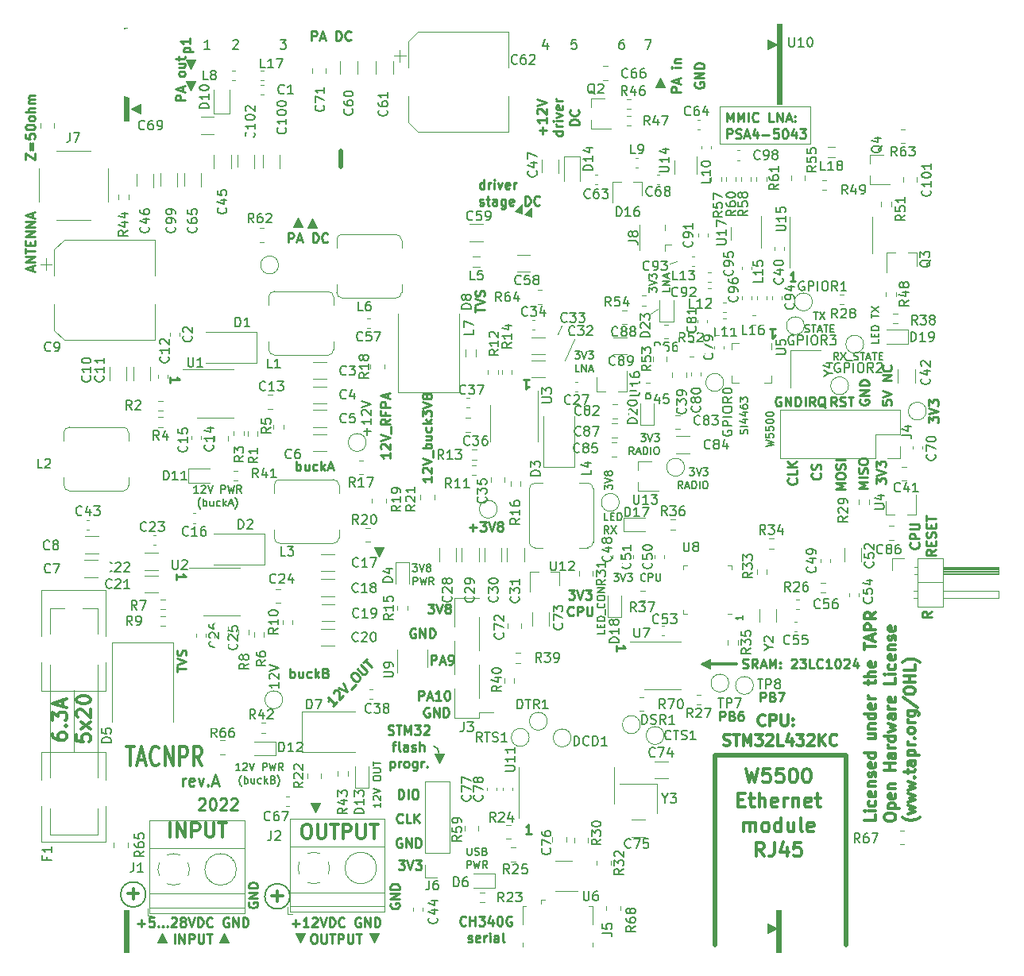
<source format=gto>
G04 #@! TF.GenerationSoftware,KiCad,Pcbnew,5.99.0+really5.1.10+dfsg1-1*
G04 #@! TF.CreationDate,2022-04-29T14:12:33+03:00*
G04 #@! TF.ProjectId,TACNPR,5441434e-5052-42e6-9b69-6361645f7063,rev?*
G04 #@! TF.SameCoordinates,Original*
G04 #@! TF.FileFunction,Legend,Top*
G04 #@! TF.FilePolarity,Positive*
%FSLAX46Y46*%
G04 Gerber Fmt 4.6, Leading zero omitted, Abs format (unit mm)*
G04 Created by KiCad (PCBNEW 5.99.0+really5.1.10+dfsg1-1) date 2022-04-29 14:12:33*
%MOMM*%
%LPD*%
G01*
G04 APERTURE LIST*
%ADD10C,0.100000*%
%ADD11C,0.300000*%
%ADD12C,0.120000*%
%ADD13C,0.250000*%
%ADD14C,0.500000*%
%ADD15C,0.200000*%
%ADD16C,0.375000*%
%ADD17C,0.140000*%
%ADD18C,0.150000*%
%ADD19R,1.800000X1.000000*%
%ADD20R,2.500000X2.300000*%
%ADD21C,2.350000*%
%ADD22R,2.200000X1.050000*%
%ADD23R,1.050000X1.000000*%
%ADD24C,1.500000*%
%ADD25R,3.300000X2.500000*%
%ADD26R,0.450000X0.600000*%
%ADD27R,2.950000X3.500000*%
%ADD28O,1.700000X1.700000*%
%ADD29R,1.700000X1.700000*%
%ADD30R,0.800000X0.900000*%
%ADD31R,0.650000X1.750000*%
%ADD32R,0.650000X1.000000*%
%ADD33R,1.150000X1.400000*%
%ADD34R,1.400000X1.150000*%
%ADD35R,2.510000X1.000000*%
%ADD36C,2.600000*%
%ADD37R,2.600000X2.600000*%
%ADD38R,0.900000X0.800000*%
%ADD39R,0.400000X1.500000*%
%ADD40R,3.450000X3.450000*%
%ADD41C,7.000000*%
%ADD42C,3.900000*%
%ADD43O,0.890000X1.550000*%
%ADD44R,1.200000X1.550000*%
%ADD45R,1.500000X1.550000*%
%ADD46O,1.250000X0.950000*%
%ADD47R,0.400000X1.350000*%
%ADD48R,1.060000X0.650000*%
%ADD49C,2.250000*%
%ADD50C,2.050000*%
%ADD51R,1.800000X2.500000*%
%ADD52R,2.500000X1.800000*%
%ADD53R,0.650000X1.060000*%
%ADD54R,3.500000X2.950000*%
G04 APERTURE END LIST*
D10*
G36*
X162814000Y-105664000D02*
G01*
X161798000Y-105156000D01*
X162814000Y-104648000D01*
X162814000Y-105664000D01*
G37*
X162814000Y-105664000D02*
X161798000Y-105156000D01*
X162814000Y-104648000D01*
X162814000Y-105664000D01*
D11*
X165608000Y-105156000D02*
X162052000Y-105156000D01*
D12*
X156464000Y-67818000D02*
X157226000Y-67310000D01*
X158496000Y-62484000D02*
X159258000Y-62230000D01*
D10*
G36*
X127508000Y-93726000D02*
G01*
X127000000Y-92710000D01*
X128016000Y-92710000D01*
X127508000Y-93726000D01*
G37*
X127508000Y-93726000D02*
X127000000Y-92710000D01*
X128016000Y-92710000D01*
X127508000Y-93726000D01*
D13*
X163861904Y-111196380D02*
X163861904Y-110196380D01*
X164242857Y-110196380D01*
X164338095Y-110244000D01*
X164385714Y-110291619D01*
X164433333Y-110386857D01*
X164433333Y-110529714D01*
X164385714Y-110624952D01*
X164338095Y-110672571D01*
X164242857Y-110720190D01*
X163861904Y-110720190D01*
X165195238Y-110672571D02*
X165338095Y-110720190D01*
X165385714Y-110767809D01*
X165433333Y-110863047D01*
X165433333Y-111005904D01*
X165385714Y-111101142D01*
X165338095Y-111148761D01*
X165242857Y-111196380D01*
X164861904Y-111196380D01*
X164861904Y-110196380D01*
X165195238Y-110196380D01*
X165290476Y-110244000D01*
X165338095Y-110291619D01*
X165385714Y-110386857D01*
X165385714Y-110482095D01*
X165338095Y-110577333D01*
X165290476Y-110624952D01*
X165195238Y-110672571D01*
X164861904Y-110672571D01*
X166290476Y-110196380D02*
X166100000Y-110196380D01*
X166004761Y-110244000D01*
X165957142Y-110291619D01*
X165861904Y-110434476D01*
X165814285Y-110624952D01*
X165814285Y-111005904D01*
X165861904Y-111101142D01*
X165909523Y-111148761D01*
X166004761Y-111196380D01*
X166195238Y-111196380D01*
X166290476Y-111148761D01*
X166338095Y-111101142D01*
X166385714Y-111005904D01*
X166385714Y-110767809D01*
X166338095Y-110672571D01*
X166290476Y-110624952D01*
X166195238Y-110577333D01*
X166004761Y-110577333D01*
X165909523Y-110624952D01*
X165861904Y-110672571D01*
X165814285Y-110767809D01*
X168179904Y-109164380D02*
X168179904Y-108164380D01*
X168560857Y-108164380D01*
X168656095Y-108212000D01*
X168703714Y-108259619D01*
X168751333Y-108354857D01*
X168751333Y-108497714D01*
X168703714Y-108592952D01*
X168656095Y-108640571D01*
X168560857Y-108688190D01*
X168179904Y-108688190D01*
X169513238Y-108640571D02*
X169656095Y-108688190D01*
X169703714Y-108735809D01*
X169751333Y-108831047D01*
X169751333Y-108973904D01*
X169703714Y-109069142D01*
X169656095Y-109116761D01*
X169560857Y-109164380D01*
X169179904Y-109164380D01*
X169179904Y-108164380D01*
X169513238Y-108164380D01*
X169608476Y-108212000D01*
X169656095Y-108259619D01*
X169703714Y-108354857D01*
X169703714Y-108450095D01*
X169656095Y-108545333D01*
X169608476Y-108592952D01*
X169513238Y-108640571D01*
X169179904Y-108640571D01*
X170084666Y-108164380D02*
X170751333Y-108164380D01*
X170322761Y-109164380D01*
X166299333Y-105560761D02*
X166442190Y-105608380D01*
X166680285Y-105608380D01*
X166775523Y-105560761D01*
X166823142Y-105513142D01*
X166870761Y-105417904D01*
X166870761Y-105322666D01*
X166823142Y-105227428D01*
X166775523Y-105179809D01*
X166680285Y-105132190D01*
X166489809Y-105084571D01*
X166394571Y-105036952D01*
X166346952Y-104989333D01*
X166299333Y-104894095D01*
X166299333Y-104798857D01*
X166346952Y-104703619D01*
X166394571Y-104656000D01*
X166489809Y-104608380D01*
X166727904Y-104608380D01*
X166870761Y-104656000D01*
X167870761Y-105608380D02*
X167537428Y-105132190D01*
X167299333Y-105608380D02*
X167299333Y-104608380D01*
X167680285Y-104608380D01*
X167775523Y-104656000D01*
X167823142Y-104703619D01*
X167870761Y-104798857D01*
X167870761Y-104941714D01*
X167823142Y-105036952D01*
X167775523Y-105084571D01*
X167680285Y-105132190D01*
X167299333Y-105132190D01*
X168251714Y-105322666D02*
X168727904Y-105322666D01*
X168156476Y-105608380D02*
X168489809Y-104608380D01*
X168823142Y-105608380D01*
X169156476Y-105608380D02*
X169156476Y-104608380D01*
X169489809Y-105322666D01*
X169823142Y-104608380D01*
X169823142Y-105608380D01*
X170299333Y-105513142D02*
X170346952Y-105560761D01*
X170299333Y-105608380D01*
X170251714Y-105560761D01*
X170299333Y-105513142D01*
X170299333Y-105608380D01*
X170299333Y-104989333D02*
X170346952Y-105036952D01*
X170299333Y-105084571D01*
X170251714Y-105036952D01*
X170299333Y-104989333D01*
X170299333Y-105084571D01*
X171489809Y-104703619D02*
X171537428Y-104656000D01*
X171632666Y-104608380D01*
X171870761Y-104608380D01*
X171966000Y-104656000D01*
X172013619Y-104703619D01*
X172061238Y-104798857D01*
X172061238Y-104894095D01*
X172013619Y-105036952D01*
X171442190Y-105608380D01*
X172061238Y-105608380D01*
X172394571Y-104608380D02*
X173013619Y-104608380D01*
X172680285Y-104989333D01*
X172823142Y-104989333D01*
X172918380Y-105036952D01*
X172966000Y-105084571D01*
X173013619Y-105179809D01*
X173013619Y-105417904D01*
X172966000Y-105513142D01*
X172918380Y-105560761D01*
X172823142Y-105608380D01*
X172537428Y-105608380D01*
X172442190Y-105560761D01*
X172394571Y-105513142D01*
X173918380Y-105608380D02*
X173442190Y-105608380D01*
X173442190Y-104608380D01*
X174823142Y-105513142D02*
X174775523Y-105560761D01*
X174632666Y-105608380D01*
X174537428Y-105608380D01*
X174394571Y-105560761D01*
X174299333Y-105465523D01*
X174251714Y-105370285D01*
X174204095Y-105179809D01*
X174204095Y-105036952D01*
X174251714Y-104846476D01*
X174299333Y-104751238D01*
X174394571Y-104656000D01*
X174537428Y-104608380D01*
X174632666Y-104608380D01*
X174775523Y-104656000D01*
X174823142Y-104703619D01*
X175775523Y-105608380D02*
X175204095Y-105608380D01*
X175489809Y-105608380D02*
X175489809Y-104608380D01*
X175394571Y-104751238D01*
X175299333Y-104846476D01*
X175204095Y-104894095D01*
X176394571Y-104608380D02*
X176489809Y-104608380D01*
X176585047Y-104656000D01*
X176632666Y-104703619D01*
X176680285Y-104798857D01*
X176727904Y-104989333D01*
X176727904Y-105227428D01*
X176680285Y-105417904D01*
X176632666Y-105513142D01*
X176585047Y-105560761D01*
X176489809Y-105608380D01*
X176394571Y-105608380D01*
X176299333Y-105560761D01*
X176251714Y-105513142D01*
X176204095Y-105417904D01*
X176156476Y-105227428D01*
X176156476Y-104989333D01*
X176204095Y-104798857D01*
X176251714Y-104703619D01*
X176299333Y-104656000D01*
X176394571Y-104608380D01*
X177108857Y-104703619D02*
X177156476Y-104656000D01*
X177251714Y-104608380D01*
X177489809Y-104608380D01*
X177585047Y-104656000D01*
X177632666Y-104703619D01*
X177680285Y-104798857D01*
X177680285Y-104894095D01*
X177632666Y-105036952D01*
X177061238Y-105608380D01*
X177680285Y-105608380D01*
X178537428Y-104941714D02*
X178537428Y-105608380D01*
X178299333Y-104560761D02*
X178061238Y-105275047D01*
X178680285Y-105275047D01*
X137780780Y-67636876D02*
X137780780Y-67065447D01*
X138780780Y-67351161D02*
X137780780Y-67351161D01*
X137780780Y-66874971D02*
X138780780Y-66541638D01*
X137780780Y-66208304D01*
X138733161Y-65922590D02*
X138780780Y-65779733D01*
X138780780Y-65541638D01*
X138733161Y-65446400D01*
X138685542Y-65398780D01*
X138590304Y-65351161D01*
X138495066Y-65351161D01*
X138399828Y-65398780D01*
X138352209Y-65446400D01*
X138304590Y-65541638D01*
X138256971Y-65732114D01*
X138209352Y-65827352D01*
X138161733Y-65874971D01*
X138066495Y-65922590D01*
X137971257Y-65922590D01*
X137876019Y-65874971D01*
X137828400Y-65827352D01*
X137780780Y-65732114D01*
X137780780Y-65494019D01*
X137828400Y-65351161D01*
D10*
G36*
X120751600Y-121005600D02*
G01*
X120243600Y-119989600D01*
X121259600Y-119989600D01*
X120751600Y-121005600D01*
G37*
X120751600Y-121005600D02*
X120243600Y-119989600D01*
X121259600Y-119989600D01*
X120751600Y-121005600D01*
D13*
X186431180Y-99563276D02*
X185954990Y-99896609D01*
X186431180Y-100134704D02*
X185431180Y-100134704D01*
X185431180Y-99753752D01*
X185478800Y-99658514D01*
X185526419Y-99610895D01*
X185621657Y-99563276D01*
X185764514Y-99563276D01*
X185859752Y-99610895D01*
X185907371Y-99658514D01*
X185954990Y-99753752D01*
X185954990Y-100134704D01*
D12*
X147002500Y-69088000D02*
X146558000Y-70040500D01*
X147383500Y-72834500D02*
X148399500Y-70548500D01*
D14*
X123474480Y-52184300D02*
X123474480Y-50441860D01*
D13*
X142932185Y-74858619D02*
X143503614Y-74858619D01*
X143217900Y-74858619D02*
X143217900Y-75858619D01*
X143313138Y-75715761D01*
X143408376Y-75620523D01*
X143503614Y-75572904D01*
X105313219Y-75152214D02*
X105313219Y-74580785D01*
X105313219Y-74866500D02*
X106313219Y-74866500D01*
X106170361Y-74771261D01*
X106075123Y-74676023D01*
X106027504Y-74580785D01*
X105948219Y-96145314D02*
X105948219Y-95573885D01*
X105948219Y-95859600D02*
X106948219Y-95859600D01*
X106805361Y-95764361D01*
X106710123Y-95669123D01*
X106662504Y-95573885D01*
X152823919Y-103778014D02*
X152823919Y-103206585D01*
X152823919Y-103492300D02*
X153823919Y-103492300D01*
X153681061Y-103397061D01*
X153585823Y-103301823D01*
X153538204Y-103206585D01*
X169195785Y-69410319D02*
X169767214Y-69410319D01*
X169481500Y-69410319D02*
X169481500Y-70410319D01*
X169576738Y-70267461D01*
X169671976Y-70172223D01*
X169767214Y-70124604D01*
X143783014Y-123235980D02*
X143211585Y-123235980D01*
X143497300Y-123235980D02*
X143497300Y-122235980D01*
X143402061Y-122378838D01*
X143306823Y-122474076D01*
X143211585Y-122521695D01*
X171938914Y-64358780D02*
X171367485Y-64358780D01*
X171653200Y-64358780D02*
X171653200Y-63358780D01*
X171557961Y-63501638D01*
X171462723Y-63596876D01*
X171367485Y-63644495D01*
X170370595Y-76716000D02*
X170275357Y-76668380D01*
X170132500Y-76668380D01*
X169989642Y-76716000D01*
X169894404Y-76811238D01*
X169846785Y-76906476D01*
X169799166Y-77096952D01*
X169799166Y-77239809D01*
X169846785Y-77430285D01*
X169894404Y-77525523D01*
X169989642Y-77620761D01*
X170132500Y-77668380D01*
X170227738Y-77668380D01*
X170370595Y-77620761D01*
X170418214Y-77573142D01*
X170418214Y-77239809D01*
X170227738Y-77239809D01*
X170846785Y-77668380D02*
X170846785Y-76668380D01*
X171418214Y-77668380D01*
X171418214Y-76668380D01*
X171894404Y-77668380D02*
X171894404Y-76668380D01*
X172132500Y-76668380D01*
X172275357Y-76716000D01*
X172370595Y-76811238D01*
X172418214Y-76906476D01*
X172465833Y-77096952D01*
X172465833Y-77239809D01*
X172418214Y-77430285D01*
X172370595Y-77525523D01*
X172275357Y-77620761D01*
X172132500Y-77668380D01*
X171894404Y-77668380D01*
D10*
G36*
X157988000Y-43688000D02*
G01*
X156972000Y-43688000D01*
X157480000Y-42672000D01*
X157988000Y-43688000D01*
G37*
X157988000Y-43688000D02*
X156972000Y-43688000D01*
X157480000Y-42672000D01*
X157988000Y-43688000D01*
D15*
X173888476Y-67594304D02*
X174345619Y-67594304D01*
X174117047Y-68394304D02*
X174117047Y-67594304D01*
X174536095Y-67594304D02*
X175069428Y-68394304D01*
X175069428Y-67594304D02*
X174536095Y-68394304D01*
X172955142Y-69756209D02*
X173069428Y-69794304D01*
X173259904Y-69794304D01*
X173336095Y-69756209D01*
X173374190Y-69718114D01*
X173412285Y-69641923D01*
X173412285Y-69565733D01*
X173374190Y-69489542D01*
X173336095Y-69451447D01*
X173259904Y-69413352D01*
X173107523Y-69375257D01*
X173031333Y-69337161D01*
X172993238Y-69299066D01*
X172955142Y-69222876D01*
X172955142Y-69146685D01*
X172993238Y-69070495D01*
X173031333Y-69032400D01*
X173107523Y-68994304D01*
X173298000Y-68994304D01*
X173412285Y-69032400D01*
X173640857Y-68994304D02*
X174098000Y-68994304D01*
X173869428Y-69794304D02*
X173869428Y-68994304D01*
X174326571Y-69565733D02*
X174707523Y-69565733D01*
X174250380Y-69794304D02*
X174517047Y-68994304D01*
X174783714Y-69794304D01*
X174936095Y-68994304D02*
X175393238Y-68994304D01*
X175164666Y-69794304D02*
X175164666Y-68994304D01*
X175659904Y-69375257D02*
X175926571Y-69375257D01*
X176040857Y-69794304D02*
X175659904Y-69794304D01*
X175659904Y-68994304D01*
X176040857Y-68994304D01*
D12*
X163842700Y-49682400D02*
X163842700Y-45745400D01*
X173494700Y-49682400D02*
X163842700Y-49682400D01*
X173494700Y-45745400D02*
X173494700Y-49682400D01*
X163842700Y-45745400D02*
X173494700Y-45745400D01*
D13*
X147732904Y-97256380D02*
X148351952Y-97256380D01*
X148018619Y-97637333D01*
X148161476Y-97637333D01*
X148256714Y-97684952D01*
X148304333Y-97732571D01*
X148351952Y-97827809D01*
X148351952Y-98065904D01*
X148304333Y-98161142D01*
X148256714Y-98208761D01*
X148161476Y-98256380D01*
X147875761Y-98256380D01*
X147780523Y-98208761D01*
X147732904Y-98161142D01*
X148637666Y-97256380D02*
X148971000Y-98256380D01*
X149304333Y-97256380D01*
X149542428Y-97256380D02*
X150161476Y-97256380D01*
X149828142Y-97637333D01*
X149971000Y-97637333D01*
X150066238Y-97684952D01*
X150113857Y-97732571D01*
X150161476Y-97827809D01*
X150161476Y-98065904D01*
X150113857Y-98161142D01*
X150066238Y-98208761D01*
X149971000Y-98256380D01*
X149685285Y-98256380D01*
X149590047Y-98208761D01*
X149542428Y-98161142D01*
X148256714Y-99911142D02*
X148209095Y-99958761D01*
X148066238Y-100006380D01*
X147971000Y-100006380D01*
X147828142Y-99958761D01*
X147732904Y-99863523D01*
X147685285Y-99768285D01*
X147637666Y-99577809D01*
X147637666Y-99434952D01*
X147685285Y-99244476D01*
X147732904Y-99149238D01*
X147828142Y-99054000D01*
X147971000Y-99006380D01*
X148066238Y-99006380D01*
X148209095Y-99054000D01*
X148256714Y-99101619D01*
X148685285Y-100006380D02*
X148685285Y-99006380D01*
X149066238Y-99006380D01*
X149161476Y-99054000D01*
X149209095Y-99101619D01*
X149256714Y-99196857D01*
X149256714Y-99339714D01*
X149209095Y-99434952D01*
X149161476Y-99482571D01*
X149066238Y-99530190D01*
X148685285Y-99530190D01*
X149685285Y-99006380D02*
X149685285Y-99815904D01*
X149732904Y-99911142D01*
X149780523Y-99958761D01*
X149875761Y-100006380D01*
X150066238Y-100006380D01*
X150161476Y-99958761D01*
X150209095Y-99911142D01*
X150256714Y-99815904D01*
X150256714Y-99006380D01*
D15*
X166350904Y-99974428D02*
X166350904Y-100431571D01*
X166350904Y-100203000D02*
X165550904Y-100203000D01*
X165665190Y-100279190D01*
X165741380Y-100355380D01*
X165779476Y-100431571D01*
D12*
X163756340Y-67416680D02*
X163736020Y-67416680D01*
D15*
X160639561Y-84256704D02*
X161134800Y-84256704D01*
X160868133Y-84561466D01*
X160982419Y-84561466D01*
X161058609Y-84599561D01*
X161096704Y-84637657D01*
X161134800Y-84713847D01*
X161134800Y-84904323D01*
X161096704Y-84980514D01*
X161058609Y-85018609D01*
X160982419Y-85056704D01*
X160753847Y-85056704D01*
X160677657Y-85018609D01*
X160639561Y-84980514D01*
X161363371Y-84256704D02*
X161630038Y-85056704D01*
X161896704Y-84256704D01*
X162087180Y-84256704D02*
X162582419Y-84256704D01*
X162315752Y-84561466D01*
X162430038Y-84561466D01*
X162506228Y-84599561D01*
X162544323Y-84637657D01*
X162582419Y-84713847D01*
X162582419Y-84904323D01*
X162544323Y-84980514D01*
X162506228Y-85018609D01*
X162430038Y-85056704D01*
X162201466Y-85056704D01*
X162125276Y-85018609D01*
X162087180Y-84980514D01*
X159877657Y-86456704D02*
X159610990Y-86075752D01*
X159420514Y-86456704D02*
X159420514Y-85656704D01*
X159725276Y-85656704D01*
X159801466Y-85694800D01*
X159839561Y-85732895D01*
X159877657Y-85809085D01*
X159877657Y-85923371D01*
X159839561Y-85999561D01*
X159801466Y-86037657D01*
X159725276Y-86075752D01*
X159420514Y-86075752D01*
X160182419Y-86228133D02*
X160563371Y-86228133D01*
X160106228Y-86456704D02*
X160372895Y-85656704D01*
X160639561Y-86456704D01*
X160906228Y-86456704D02*
X160906228Y-85656704D01*
X161096704Y-85656704D01*
X161210990Y-85694800D01*
X161287180Y-85770990D01*
X161325276Y-85847180D01*
X161363371Y-85999561D01*
X161363371Y-86113847D01*
X161325276Y-86266228D01*
X161287180Y-86342419D01*
X161210990Y-86418609D01*
X161096704Y-86456704D01*
X160906228Y-86456704D01*
X161706228Y-86456704D02*
X161706228Y-85656704D01*
X162239561Y-85656704D02*
X162391942Y-85656704D01*
X162468133Y-85694800D01*
X162544323Y-85770990D01*
X162582419Y-85923371D01*
X162582419Y-86190038D01*
X162544323Y-86342419D01*
X162468133Y-86418609D01*
X162391942Y-86456704D01*
X162239561Y-86456704D01*
X162163371Y-86418609D01*
X162087180Y-86342419D01*
X162049085Y-86190038D01*
X162049085Y-85923371D01*
X162087180Y-85770990D01*
X162163371Y-85694800D01*
X162239561Y-85656704D01*
X156341904Y-65506476D02*
X156341904Y-65011238D01*
X156646666Y-65277904D01*
X156646666Y-65163619D01*
X156684761Y-65087428D01*
X156722857Y-65049333D01*
X156799047Y-65011238D01*
X156989523Y-65011238D01*
X157065714Y-65049333D01*
X157103809Y-65087428D01*
X157141904Y-65163619D01*
X157141904Y-65392190D01*
X157103809Y-65468380D01*
X157065714Y-65506476D01*
X156341904Y-64782666D02*
X157141904Y-64516000D01*
X156341904Y-64249333D01*
X156341904Y-64058857D02*
X156341904Y-63563619D01*
X156646666Y-63830285D01*
X156646666Y-63716000D01*
X156684761Y-63639809D01*
X156722857Y-63601714D01*
X156799047Y-63563619D01*
X156989523Y-63563619D01*
X157065714Y-63601714D01*
X157103809Y-63639809D01*
X157141904Y-63716000D01*
X157141904Y-63944571D01*
X157103809Y-64020761D01*
X157065714Y-64058857D01*
X158541904Y-65030285D02*
X158541904Y-65411238D01*
X157741904Y-65411238D01*
X158541904Y-64763619D02*
X157741904Y-64763619D01*
X158541904Y-64306476D01*
X157741904Y-64306476D01*
X158313333Y-63963619D02*
X158313333Y-63582666D01*
X158541904Y-64039809D02*
X157741904Y-63773142D01*
X158541904Y-63506476D01*
X148425023Y-71823404D02*
X148920261Y-71823404D01*
X148653595Y-72128166D01*
X148767880Y-72128166D01*
X148844071Y-72166261D01*
X148882166Y-72204357D01*
X148920261Y-72280547D01*
X148920261Y-72471023D01*
X148882166Y-72547214D01*
X148844071Y-72585309D01*
X148767880Y-72623404D01*
X148539309Y-72623404D01*
X148463119Y-72585309D01*
X148425023Y-72547214D01*
X149148833Y-71823404D02*
X149415500Y-72623404D01*
X149682166Y-71823404D01*
X149872642Y-71823404D02*
X150367880Y-71823404D01*
X150101214Y-72128166D01*
X150215500Y-72128166D01*
X150291690Y-72166261D01*
X150329785Y-72204357D01*
X150367880Y-72280547D01*
X150367880Y-72471023D01*
X150329785Y-72547214D01*
X150291690Y-72585309D01*
X150215500Y-72623404D01*
X149986928Y-72623404D01*
X149910738Y-72585309D01*
X149872642Y-72547214D01*
X148901214Y-74023404D02*
X148520261Y-74023404D01*
X148520261Y-73223404D01*
X149167880Y-74023404D02*
X149167880Y-73223404D01*
X149625023Y-74023404D01*
X149625023Y-73223404D01*
X149967880Y-73794833D02*
X150348833Y-73794833D01*
X149891690Y-74023404D02*
X150158357Y-73223404D01*
X150425023Y-74023404D01*
D13*
X186155080Y-79419295D02*
X186155080Y-78800247D01*
X186536033Y-79133580D01*
X186536033Y-78990723D01*
X186583652Y-78895485D01*
X186631271Y-78847866D01*
X186726509Y-78800247D01*
X186964604Y-78800247D01*
X187059842Y-78847866D01*
X187107461Y-78895485D01*
X187155080Y-78990723D01*
X187155080Y-79276438D01*
X187107461Y-79371676D01*
X187059842Y-79419295D01*
X186155080Y-78514533D02*
X187155080Y-78181200D01*
X186155080Y-77847866D01*
X186155080Y-77609771D02*
X186155080Y-76990723D01*
X186536033Y-77324057D01*
X186536033Y-77181200D01*
X186583652Y-77085961D01*
X186631271Y-77038342D01*
X186726509Y-76990723D01*
X186964604Y-76990723D01*
X187059842Y-77038342D01*
X187107461Y-77085961D01*
X187155080Y-77181200D01*
X187155080Y-77466914D01*
X187107461Y-77562152D01*
X187059842Y-77609771D01*
D15*
X151606304Y-86547514D02*
X151606304Y-86052276D01*
X151911066Y-86318942D01*
X151911066Y-86204657D01*
X151949161Y-86128466D01*
X151987257Y-86090371D01*
X152063447Y-86052276D01*
X152253923Y-86052276D01*
X152330114Y-86090371D01*
X152368209Y-86128466D01*
X152406304Y-86204657D01*
X152406304Y-86433228D01*
X152368209Y-86509419D01*
X152330114Y-86547514D01*
X151606304Y-85823704D02*
X152406304Y-85557038D01*
X151606304Y-85290371D01*
X151949161Y-84909419D02*
X151911066Y-84985609D01*
X151872971Y-85023704D01*
X151796780Y-85061800D01*
X151758685Y-85061800D01*
X151682495Y-85023704D01*
X151644400Y-84985609D01*
X151606304Y-84909419D01*
X151606304Y-84757038D01*
X151644400Y-84680847D01*
X151682495Y-84642752D01*
X151758685Y-84604657D01*
X151796780Y-84604657D01*
X151872971Y-84642752D01*
X151911066Y-84680847D01*
X151949161Y-84757038D01*
X151949161Y-84909419D01*
X151987257Y-84985609D01*
X152025352Y-85023704D01*
X152101542Y-85061800D01*
X152253923Y-85061800D01*
X152330114Y-85023704D01*
X152368209Y-84985609D01*
X152406304Y-84909419D01*
X152406304Y-84757038D01*
X152368209Y-84680847D01*
X152330114Y-84642752D01*
X152253923Y-84604657D01*
X152101542Y-84604657D01*
X152025352Y-84642752D01*
X151987257Y-84680847D01*
X151949161Y-84757038D01*
D10*
G36*
X142748000Y-57099200D02*
G01*
X141986000Y-56845200D01*
X142748000Y-56134000D01*
X142748000Y-57099200D01*
G37*
X142748000Y-57099200D02*
X141986000Y-56845200D01*
X142748000Y-56134000D01*
X142748000Y-57099200D01*
D13*
X164624295Y-47354780D02*
X164624295Y-46354780D01*
X164957628Y-47069066D01*
X165290961Y-46354780D01*
X165290961Y-47354780D01*
X165767152Y-47354780D02*
X165767152Y-46354780D01*
X166100485Y-47069066D01*
X166433819Y-46354780D01*
X166433819Y-47354780D01*
X166910009Y-47354780D02*
X166910009Y-46354780D01*
X167957628Y-47259542D02*
X167910009Y-47307161D01*
X167767152Y-47354780D01*
X167671914Y-47354780D01*
X167529057Y-47307161D01*
X167433819Y-47211923D01*
X167386200Y-47116685D01*
X167338580Y-46926209D01*
X167338580Y-46783352D01*
X167386200Y-46592876D01*
X167433819Y-46497638D01*
X167529057Y-46402400D01*
X167671914Y-46354780D01*
X167767152Y-46354780D01*
X167910009Y-46402400D01*
X167957628Y-46450019D01*
X169624295Y-47354780D02*
X169148104Y-47354780D01*
X169148104Y-46354780D01*
X169957628Y-47354780D02*
X169957628Y-46354780D01*
X170529057Y-47354780D01*
X170529057Y-46354780D01*
X170957628Y-47069066D02*
X171433819Y-47069066D01*
X170862390Y-47354780D02*
X171195723Y-46354780D01*
X171529057Y-47354780D01*
X171862390Y-47259542D02*
X171910009Y-47307161D01*
X171862390Y-47354780D01*
X171814771Y-47307161D01*
X171862390Y-47259542D01*
X171862390Y-47354780D01*
X171862390Y-46735733D02*
X171910009Y-46783352D01*
X171862390Y-46830971D01*
X171814771Y-46783352D01*
X171862390Y-46735733D01*
X171862390Y-46830971D01*
X164624295Y-49104780D02*
X164624295Y-48104780D01*
X165005247Y-48104780D01*
X165100485Y-48152400D01*
X165148104Y-48200019D01*
X165195723Y-48295257D01*
X165195723Y-48438114D01*
X165148104Y-48533352D01*
X165100485Y-48580971D01*
X165005247Y-48628590D01*
X164624295Y-48628590D01*
X165576676Y-49057161D02*
X165719533Y-49104780D01*
X165957628Y-49104780D01*
X166052866Y-49057161D01*
X166100485Y-49009542D01*
X166148104Y-48914304D01*
X166148104Y-48819066D01*
X166100485Y-48723828D01*
X166052866Y-48676209D01*
X165957628Y-48628590D01*
X165767152Y-48580971D01*
X165671914Y-48533352D01*
X165624295Y-48485733D01*
X165576676Y-48390495D01*
X165576676Y-48295257D01*
X165624295Y-48200019D01*
X165671914Y-48152400D01*
X165767152Y-48104780D01*
X166005247Y-48104780D01*
X166148104Y-48152400D01*
X166529057Y-48819066D02*
X167005247Y-48819066D01*
X166433819Y-49104780D02*
X166767152Y-48104780D01*
X167100485Y-49104780D01*
X167862390Y-48438114D02*
X167862390Y-49104780D01*
X167624295Y-48057161D02*
X167386200Y-48771447D01*
X168005247Y-48771447D01*
X168386200Y-48723828D02*
X169148104Y-48723828D01*
X170100485Y-48104780D02*
X169624295Y-48104780D01*
X169576676Y-48580971D01*
X169624295Y-48533352D01*
X169719533Y-48485733D01*
X169957628Y-48485733D01*
X170052866Y-48533352D01*
X170100485Y-48580971D01*
X170148104Y-48676209D01*
X170148104Y-48914304D01*
X170100485Y-49009542D01*
X170052866Y-49057161D01*
X169957628Y-49104780D01*
X169719533Y-49104780D01*
X169624295Y-49057161D01*
X169576676Y-49009542D01*
X170767152Y-48104780D02*
X170862390Y-48104780D01*
X170957628Y-48152400D01*
X171005247Y-48200019D01*
X171052866Y-48295257D01*
X171100485Y-48485733D01*
X171100485Y-48723828D01*
X171052866Y-48914304D01*
X171005247Y-49009542D01*
X170957628Y-49057161D01*
X170862390Y-49104780D01*
X170767152Y-49104780D01*
X170671914Y-49057161D01*
X170624295Y-49009542D01*
X170576676Y-48914304D01*
X170529057Y-48723828D01*
X170529057Y-48485733D01*
X170576676Y-48295257D01*
X170624295Y-48200019D01*
X170671914Y-48152400D01*
X170767152Y-48104780D01*
X171957628Y-48438114D02*
X171957628Y-49104780D01*
X171719533Y-48057161D02*
X171481438Y-48771447D01*
X172100485Y-48771447D01*
X172386200Y-48104780D02*
X173005247Y-48104780D01*
X172671914Y-48485733D01*
X172814771Y-48485733D01*
X172910009Y-48533352D01*
X172957628Y-48580971D01*
X173005247Y-48676209D01*
X173005247Y-48914304D01*
X172957628Y-49009542D01*
X172910009Y-49057161D01*
X172814771Y-49104780D01*
X172529057Y-49104780D01*
X172433819Y-49057161D01*
X172386200Y-49009542D01*
X106745114Y-39896504D02*
X107745114Y-39896504D01*
X106792733Y-39896504D02*
X106745114Y-39801266D01*
X106745114Y-39610790D01*
X106792733Y-39515552D01*
X106840352Y-39467933D01*
X106935590Y-39420314D01*
X107221304Y-39420314D01*
X107316542Y-39467933D01*
X107364161Y-39515552D01*
X107411780Y-39610790D01*
X107411780Y-39801266D01*
X107364161Y-39896504D01*
X107411780Y-38467933D02*
X107411780Y-39039361D01*
X107411780Y-38753647D02*
X106411780Y-38753647D01*
X106554638Y-38848885D01*
X106649876Y-38944123D01*
X106697495Y-39039361D01*
D10*
G36*
X107442000Y-44043600D02*
G01*
X106934000Y-43027600D01*
X107950000Y-43027600D01*
X107442000Y-44043600D01*
G37*
X107442000Y-44043600D02*
X106934000Y-43027600D01*
X107950000Y-43027600D01*
X107442000Y-44043600D01*
D13*
X106878380Y-45065404D02*
X105878380Y-45065404D01*
X105878380Y-44684452D01*
X105926000Y-44589214D01*
X105973619Y-44541595D01*
X106068857Y-44493976D01*
X106211714Y-44493976D01*
X106306952Y-44541595D01*
X106354571Y-44589214D01*
X106402190Y-44684452D01*
X106402190Y-45065404D01*
X106592666Y-44113023D02*
X106592666Y-43636833D01*
X106878380Y-44208261D02*
X105878380Y-43874928D01*
X106878380Y-43541595D01*
X106878380Y-42303500D02*
X106830761Y-42398738D01*
X106783142Y-42446357D01*
X106687904Y-42493976D01*
X106402190Y-42493976D01*
X106306952Y-42446357D01*
X106259333Y-42398738D01*
X106211714Y-42303500D01*
X106211714Y-42160642D01*
X106259333Y-42065404D01*
X106306952Y-42017785D01*
X106402190Y-41970166D01*
X106687904Y-41970166D01*
X106783142Y-42017785D01*
X106830761Y-42065404D01*
X106878380Y-42160642D01*
X106878380Y-42303500D01*
X106211714Y-41113023D02*
X106878380Y-41113023D01*
X106211714Y-41541595D02*
X106735523Y-41541595D01*
X106830761Y-41493976D01*
X106878380Y-41398738D01*
X106878380Y-41255880D01*
X106830761Y-41160642D01*
X106783142Y-41113023D01*
X106211714Y-40779690D02*
X106211714Y-40398738D01*
X105878380Y-40636833D02*
X106735523Y-40636833D01*
X106830761Y-40589214D01*
X106878380Y-40493976D01*
X106878380Y-40398738D01*
X159710380Y-44176404D02*
X158710380Y-44176404D01*
X158710380Y-43795452D01*
X158758000Y-43700214D01*
X158805619Y-43652595D01*
X158900857Y-43604976D01*
X159043714Y-43604976D01*
X159138952Y-43652595D01*
X159186571Y-43700214D01*
X159234190Y-43795452D01*
X159234190Y-44176404D01*
X159424666Y-43224023D02*
X159424666Y-42747833D01*
X159710380Y-43319261D02*
X158710380Y-42985928D01*
X159710380Y-42652595D01*
X159710380Y-41557357D02*
X159043714Y-41557357D01*
X158710380Y-41557357D02*
X158758000Y-41604976D01*
X158805619Y-41557357D01*
X158758000Y-41509738D01*
X158710380Y-41557357D01*
X158805619Y-41557357D01*
X159043714Y-41081166D02*
X159710380Y-41081166D01*
X159138952Y-41081166D02*
X159091333Y-41033547D01*
X159043714Y-40938309D01*
X159043714Y-40795452D01*
X159091333Y-40700214D01*
X159186571Y-40652595D01*
X159710380Y-40652595D01*
X161234500Y-43169995D02*
X161186880Y-43265233D01*
X161186880Y-43408090D01*
X161234500Y-43550947D01*
X161329738Y-43646185D01*
X161424976Y-43693804D01*
X161615452Y-43741423D01*
X161758309Y-43741423D01*
X161948785Y-43693804D01*
X162044023Y-43646185D01*
X162139261Y-43550947D01*
X162186880Y-43408090D01*
X162186880Y-43312852D01*
X162139261Y-43169995D01*
X162091642Y-43122376D01*
X161758309Y-43122376D01*
X161758309Y-43312852D01*
X162186880Y-42693804D02*
X161186880Y-42693804D01*
X162186880Y-42122376D01*
X161186880Y-42122376D01*
X162186880Y-41646185D02*
X161186880Y-41646185D01*
X161186880Y-41408090D01*
X161234500Y-41265233D01*
X161329738Y-41169995D01*
X161424976Y-41122376D01*
X161615452Y-41074757D01*
X161758309Y-41074757D01*
X161948785Y-41122376D01*
X162044023Y-41169995D01*
X162139261Y-41265233D01*
X162186880Y-41408090D01*
X162186880Y-41646185D01*
D10*
G36*
X107442000Y-41757600D02*
G01*
X106934000Y-40741600D01*
X107950000Y-40741600D01*
X107442000Y-41757600D01*
G37*
X107442000Y-41757600D02*
X106934000Y-40741600D01*
X107950000Y-40741600D01*
X107442000Y-41757600D01*
D15*
X155457961Y-80599104D02*
X155953200Y-80599104D01*
X155686533Y-80903866D01*
X155800819Y-80903866D01*
X155877009Y-80941961D01*
X155915104Y-80980057D01*
X155953200Y-81056247D01*
X155953200Y-81246723D01*
X155915104Y-81322914D01*
X155877009Y-81361009D01*
X155800819Y-81399104D01*
X155572247Y-81399104D01*
X155496057Y-81361009D01*
X155457961Y-81322914D01*
X156181771Y-80599104D02*
X156448438Y-81399104D01*
X156715104Y-80599104D01*
X156905580Y-80599104D02*
X157400819Y-80599104D01*
X157134152Y-80903866D01*
X157248438Y-80903866D01*
X157324628Y-80941961D01*
X157362723Y-80980057D01*
X157400819Y-81056247D01*
X157400819Y-81246723D01*
X157362723Y-81322914D01*
X157324628Y-81361009D01*
X157248438Y-81399104D01*
X157019866Y-81399104D01*
X156943676Y-81361009D01*
X156905580Y-81322914D01*
X154696057Y-82799104D02*
X154429390Y-82418152D01*
X154238914Y-82799104D02*
X154238914Y-81999104D01*
X154543676Y-81999104D01*
X154619866Y-82037200D01*
X154657961Y-82075295D01*
X154696057Y-82151485D01*
X154696057Y-82265771D01*
X154657961Y-82341961D01*
X154619866Y-82380057D01*
X154543676Y-82418152D01*
X154238914Y-82418152D01*
X155000819Y-82570533D02*
X155381771Y-82570533D01*
X154924628Y-82799104D02*
X155191295Y-81999104D01*
X155457961Y-82799104D01*
X155724628Y-82799104D02*
X155724628Y-81999104D01*
X155915104Y-81999104D01*
X156029390Y-82037200D01*
X156105580Y-82113390D01*
X156143676Y-82189580D01*
X156181771Y-82341961D01*
X156181771Y-82456247D01*
X156143676Y-82608628D01*
X156105580Y-82684819D01*
X156029390Y-82761009D01*
X155915104Y-82799104D01*
X155724628Y-82799104D01*
X156524628Y-82799104D02*
X156524628Y-81999104D01*
X157057961Y-81999104D02*
X157210342Y-81999104D01*
X157286533Y-82037200D01*
X157362723Y-82113390D01*
X157400819Y-82265771D01*
X157400819Y-82532438D01*
X157362723Y-82684819D01*
X157286533Y-82761009D01*
X157210342Y-82799104D01*
X157057961Y-82799104D01*
X156981771Y-82761009D01*
X156905580Y-82684819D01*
X156867485Y-82532438D01*
X156867485Y-82265771D01*
X156905580Y-82113390D01*
X156981771Y-82037200D01*
X157057961Y-81999104D01*
X176482119Y-72751904D02*
X176215452Y-72370952D01*
X176024976Y-72751904D02*
X176024976Y-71951904D01*
X176329738Y-71951904D01*
X176405928Y-71990000D01*
X176444023Y-72028095D01*
X176482119Y-72104285D01*
X176482119Y-72218571D01*
X176444023Y-72294761D01*
X176405928Y-72332857D01*
X176329738Y-72370952D01*
X176024976Y-72370952D01*
X176748785Y-71951904D02*
X177282119Y-72751904D01*
X177282119Y-71951904D02*
X176748785Y-72751904D01*
X177396404Y-72828095D02*
X178005928Y-72828095D01*
X178158309Y-72713809D02*
X178272595Y-72751904D01*
X178463071Y-72751904D01*
X178539261Y-72713809D01*
X178577357Y-72675714D01*
X178615452Y-72599523D01*
X178615452Y-72523333D01*
X178577357Y-72447142D01*
X178539261Y-72409047D01*
X178463071Y-72370952D01*
X178310690Y-72332857D01*
X178234500Y-72294761D01*
X178196404Y-72256666D01*
X178158309Y-72180476D01*
X178158309Y-72104285D01*
X178196404Y-72028095D01*
X178234500Y-71990000D01*
X178310690Y-71951904D01*
X178501166Y-71951904D01*
X178615452Y-71990000D01*
X178844023Y-71951904D02*
X179301166Y-71951904D01*
X179072595Y-72751904D02*
X179072595Y-71951904D01*
X179529738Y-72523333D02*
X179910690Y-72523333D01*
X179453547Y-72751904D02*
X179720214Y-71951904D01*
X179986880Y-72751904D01*
X180139261Y-71951904D02*
X180596404Y-71951904D01*
X180367833Y-72751904D02*
X180367833Y-71951904D01*
X180863071Y-72332857D02*
X181129738Y-72332857D01*
X181244023Y-72751904D02*
X180863071Y-72751904D01*
X180863071Y-71951904D01*
X181244023Y-71951904D01*
X180828904Y-70545571D02*
X180828904Y-70926523D01*
X180028904Y-70926523D01*
X180409857Y-70278904D02*
X180409857Y-70012238D01*
X180828904Y-69897952D02*
X180828904Y-70278904D01*
X180028904Y-70278904D01*
X180028904Y-69897952D01*
X180828904Y-69555095D02*
X180028904Y-69555095D01*
X180028904Y-69364619D01*
X180067000Y-69250333D01*
X180143190Y-69174142D01*
X180219380Y-69136047D01*
X180371761Y-69097952D01*
X180486047Y-69097952D01*
X180638428Y-69136047D01*
X180714619Y-69174142D01*
X180790809Y-69250333D01*
X180828904Y-69364619D01*
X180828904Y-69555095D01*
X180028904Y-68259857D02*
X180028904Y-67802714D01*
X180828904Y-68031285D02*
X180028904Y-68031285D01*
X180028904Y-67612238D02*
X180828904Y-67078904D01*
X180028904Y-67078904D02*
X180828904Y-67612238D01*
X151958428Y-89831904D02*
X151577476Y-89831904D01*
X151577476Y-89031904D01*
X152225095Y-89412857D02*
X152491761Y-89412857D01*
X152606047Y-89831904D02*
X152225095Y-89831904D01*
X152225095Y-89031904D01*
X152606047Y-89031904D01*
X152948904Y-89831904D02*
X152948904Y-89031904D01*
X153139380Y-89031904D01*
X153253666Y-89070000D01*
X153329857Y-89146190D01*
X153367952Y-89222380D01*
X153406047Y-89374761D01*
X153406047Y-89489047D01*
X153367952Y-89641428D01*
X153329857Y-89717619D01*
X153253666Y-89793809D01*
X153139380Y-89831904D01*
X152948904Y-89831904D01*
X152034619Y-91231904D02*
X151767952Y-90850952D01*
X151577476Y-91231904D02*
X151577476Y-90431904D01*
X151882238Y-90431904D01*
X151958428Y-90470000D01*
X151996523Y-90508095D01*
X152034619Y-90584285D01*
X152034619Y-90698571D01*
X151996523Y-90774761D01*
X151958428Y-90812857D01*
X151882238Y-90850952D01*
X151577476Y-90850952D01*
X152301285Y-90431904D02*
X152834619Y-91231904D01*
X152834619Y-90431904D02*
X152301285Y-91231904D01*
X151618904Y-101533571D02*
X151618904Y-101914523D01*
X150818904Y-101914523D01*
X151199857Y-101266904D02*
X151199857Y-101000238D01*
X151618904Y-100885952D02*
X151618904Y-101266904D01*
X150818904Y-101266904D01*
X150818904Y-100885952D01*
X151618904Y-100543095D02*
X150818904Y-100543095D01*
X150818904Y-100352619D01*
X150857000Y-100238333D01*
X150933190Y-100162142D01*
X151009380Y-100124047D01*
X151161761Y-100085952D01*
X151276047Y-100085952D01*
X151428428Y-100124047D01*
X151504619Y-100162142D01*
X151580809Y-100238333D01*
X151618904Y-100352619D01*
X151618904Y-100543095D01*
X151695095Y-99933571D02*
X151695095Y-99324047D01*
X151542714Y-98676428D02*
X151580809Y-98714523D01*
X151618904Y-98828809D01*
X151618904Y-98905000D01*
X151580809Y-99019285D01*
X151504619Y-99095476D01*
X151428428Y-99133571D01*
X151276047Y-99171666D01*
X151161761Y-99171666D01*
X151009380Y-99133571D01*
X150933190Y-99095476D01*
X150857000Y-99019285D01*
X150818904Y-98905000D01*
X150818904Y-98828809D01*
X150857000Y-98714523D01*
X150895095Y-98676428D01*
X150818904Y-98181190D02*
X150818904Y-98028809D01*
X150857000Y-97952619D01*
X150933190Y-97876428D01*
X151085571Y-97838333D01*
X151352238Y-97838333D01*
X151504619Y-97876428D01*
X151580809Y-97952619D01*
X151618904Y-98028809D01*
X151618904Y-98181190D01*
X151580809Y-98257380D01*
X151504619Y-98333571D01*
X151352238Y-98371666D01*
X151085571Y-98371666D01*
X150933190Y-98333571D01*
X150857000Y-98257380D01*
X150818904Y-98181190D01*
X151618904Y-97495476D02*
X150818904Y-97495476D01*
X151618904Y-97038333D01*
X150818904Y-97038333D01*
D11*
X168707000Y-111646571D02*
X168649857Y-111703714D01*
X168478428Y-111760857D01*
X168364142Y-111760857D01*
X168192714Y-111703714D01*
X168078428Y-111589428D01*
X168021285Y-111475142D01*
X167964142Y-111246571D01*
X167964142Y-111075142D01*
X168021285Y-110846571D01*
X168078428Y-110732285D01*
X168192714Y-110618000D01*
X168364142Y-110560857D01*
X168478428Y-110560857D01*
X168649857Y-110618000D01*
X168707000Y-110675142D01*
X169221285Y-111760857D02*
X169221285Y-110560857D01*
X169678428Y-110560857D01*
X169792714Y-110618000D01*
X169849857Y-110675142D01*
X169907000Y-110789428D01*
X169907000Y-110960857D01*
X169849857Y-111075142D01*
X169792714Y-111132285D01*
X169678428Y-111189428D01*
X169221285Y-111189428D01*
X170421285Y-110560857D02*
X170421285Y-111532285D01*
X170478428Y-111646571D01*
X170535571Y-111703714D01*
X170649857Y-111760857D01*
X170878428Y-111760857D01*
X170992714Y-111703714D01*
X171049857Y-111646571D01*
X171107000Y-111532285D01*
X171107000Y-110560857D01*
X171678428Y-111646571D02*
X171735571Y-111703714D01*
X171678428Y-111760857D01*
X171621285Y-111703714D01*
X171678428Y-111646571D01*
X171678428Y-111760857D01*
X171678428Y-111018000D02*
X171735571Y-111075142D01*
X171678428Y-111132285D01*
X171621285Y-111075142D01*
X171678428Y-111018000D01*
X171678428Y-111132285D01*
X164278428Y-113803714D02*
X164449857Y-113860857D01*
X164735571Y-113860857D01*
X164849857Y-113803714D01*
X164907000Y-113746571D01*
X164964142Y-113632285D01*
X164964142Y-113518000D01*
X164907000Y-113403714D01*
X164849857Y-113346571D01*
X164735571Y-113289428D01*
X164507000Y-113232285D01*
X164392714Y-113175142D01*
X164335571Y-113118000D01*
X164278428Y-113003714D01*
X164278428Y-112889428D01*
X164335571Y-112775142D01*
X164392714Y-112718000D01*
X164507000Y-112660857D01*
X164792714Y-112660857D01*
X164964142Y-112718000D01*
X165307000Y-112660857D02*
X165992714Y-112660857D01*
X165649857Y-113860857D02*
X165649857Y-112660857D01*
X166392714Y-113860857D02*
X166392714Y-112660857D01*
X166792714Y-113518000D01*
X167192714Y-112660857D01*
X167192714Y-113860857D01*
X167649857Y-112660857D02*
X168392714Y-112660857D01*
X167992714Y-113118000D01*
X168164142Y-113118000D01*
X168278428Y-113175142D01*
X168335571Y-113232285D01*
X168392714Y-113346571D01*
X168392714Y-113632285D01*
X168335571Y-113746571D01*
X168278428Y-113803714D01*
X168164142Y-113860857D01*
X167821285Y-113860857D01*
X167707000Y-113803714D01*
X167649857Y-113746571D01*
X168849857Y-112775142D02*
X168907000Y-112718000D01*
X169021285Y-112660857D01*
X169307000Y-112660857D01*
X169421285Y-112718000D01*
X169478428Y-112775142D01*
X169535571Y-112889428D01*
X169535571Y-113003714D01*
X169478428Y-113175142D01*
X168792714Y-113860857D01*
X169535571Y-113860857D01*
X170621285Y-113860857D02*
X170049857Y-113860857D01*
X170049857Y-112660857D01*
X171535571Y-113060857D02*
X171535571Y-113860857D01*
X171249857Y-112603714D02*
X170964142Y-113460857D01*
X171707000Y-113460857D01*
X172049857Y-112660857D02*
X172792714Y-112660857D01*
X172392714Y-113118000D01*
X172564142Y-113118000D01*
X172678428Y-113175142D01*
X172735571Y-113232285D01*
X172792714Y-113346571D01*
X172792714Y-113632285D01*
X172735571Y-113746571D01*
X172678428Y-113803714D01*
X172564142Y-113860857D01*
X172221285Y-113860857D01*
X172107000Y-113803714D01*
X172049857Y-113746571D01*
X173249857Y-112775142D02*
X173307000Y-112718000D01*
X173421285Y-112660857D01*
X173707000Y-112660857D01*
X173821285Y-112718000D01*
X173878428Y-112775142D01*
X173935571Y-112889428D01*
X173935571Y-113003714D01*
X173878428Y-113175142D01*
X173192714Y-113860857D01*
X173935571Y-113860857D01*
X174449857Y-113860857D02*
X174449857Y-112660857D01*
X175135571Y-113860857D02*
X174621285Y-113175142D01*
X175135571Y-112660857D02*
X174449857Y-113346571D01*
X176335571Y-113746571D02*
X176278428Y-113803714D01*
X176107000Y-113860857D01*
X175992714Y-113860857D01*
X175821285Y-113803714D01*
X175707000Y-113689428D01*
X175649857Y-113575142D01*
X175592714Y-113346571D01*
X175592714Y-113175142D01*
X175649857Y-112946571D01*
X175707000Y-112832285D01*
X175821285Y-112718000D01*
X175992714Y-112660857D01*
X176107000Y-112660857D01*
X176278428Y-112718000D01*
X176335571Y-112775142D01*
D10*
G36*
X102108000Y-46482000D02*
G01*
X101092000Y-45974000D01*
X102108000Y-45466000D01*
X102108000Y-46482000D01*
G37*
X102108000Y-46482000D02*
X101092000Y-45974000D01*
X102108000Y-45466000D01*
X102108000Y-46482000D01*
D13*
X90590666Y-63205142D02*
X90590666Y-62728952D01*
X90876380Y-63300380D02*
X89876380Y-62967047D01*
X90876380Y-62633714D01*
X90876380Y-62300380D02*
X89876380Y-62300380D01*
X90876380Y-61728952D01*
X89876380Y-61728952D01*
X89876380Y-61395619D02*
X89876380Y-60824190D01*
X90876380Y-61109904D02*
X89876380Y-61109904D01*
X90352571Y-60490857D02*
X90352571Y-60157523D01*
X90876380Y-60014666D02*
X90876380Y-60490857D01*
X89876380Y-60490857D01*
X89876380Y-60014666D01*
X90876380Y-59586095D02*
X89876380Y-59586095D01*
X90876380Y-59014666D01*
X89876380Y-59014666D01*
X90876380Y-58538476D02*
X89876380Y-58538476D01*
X90876380Y-57967047D01*
X89876380Y-57967047D01*
X90590666Y-57538476D02*
X90590666Y-57062285D01*
X90876380Y-57633714D02*
X89876380Y-57300380D01*
X90876380Y-56967047D01*
X89876380Y-51395619D02*
X89876380Y-50728952D01*
X90876380Y-51395619D01*
X90876380Y-50728952D01*
X90352571Y-50348000D02*
X90352571Y-49586095D01*
X90638285Y-49586095D02*
X90638285Y-50348000D01*
X89876380Y-48633714D02*
X89876380Y-49109904D01*
X90352571Y-49157523D01*
X90304952Y-49109904D01*
X90257333Y-49014666D01*
X90257333Y-48776571D01*
X90304952Y-48681333D01*
X90352571Y-48633714D01*
X90447809Y-48586095D01*
X90685904Y-48586095D01*
X90781142Y-48633714D01*
X90828761Y-48681333D01*
X90876380Y-48776571D01*
X90876380Y-49014666D01*
X90828761Y-49109904D01*
X90781142Y-49157523D01*
X89876380Y-47967047D02*
X89876380Y-47871809D01*
X89924000Y-47776571D01*
X89971619Y-47728952D01*
X90066857Y-47681333D01*
X90257333Y-47633714D01*
X90495428Y-47633714D01*
X90685904Y-47681333D01*
X90781142Y-47728952D01*
X90828761Y-47776571D01*
X90876380Y-47871809D01*
X90876380Y-47967047D01*
X90828761Y-48062285D01*
X90781142Y-48109904D01*
X90685904Y-48157523D01*
X90495428Y-48205142D01*
X90257333Y-48205142D01*
X90066857Y-48157523D01*
X89971619Y-48109904D01*
X89924000Y-48062285D01*
X89876380Y-47967047D01*
X90876380Y-47062285D02*
X90828761Y-47157523D01*
X90781142Y-47205142D01*
X90685904Y-47252761D01*
X90400190Y-47252761D01*
X90304952Y-47205142D01*
X90257333Y-47157523D01*
X90209714Y-47062285D01*
X90209714Y-46919428D01*
X90257333Y-46824190D01*
X90304952Y-46776571D01*
X90400190Y-46728952D01*
X90685904Y-46728952D01*
X90781142Y-46776571D01*
X90828761Y-46824190D01*
X90876380Y-46919428D01*
X90876380Y-47062285D01*
X90876380Y-46300380D02*
X89876380Y-46300380D01*
X90876380Y-45871809D02*
X90352571Y-45871809D01*
X90257333Y-45919428D01*
X90209714Y-46014666D01*
X90209714Y-46157523D01*
X90257333Y-46252761D01*
X90304952Y-46300380D01*
X90876380Y-45395619D02*
X90209714Y-45395619D01*
X90304952Y-45395619D02*
X90257333Y-45348000D01*
X90209714Y-45252761D01*
X90209714Y-45109904D01*
X90257333Y-45014666D01*
X90352571Y-44967047D01*
X90876380Y-44967047D01*
X90352571Y-44967047D02*
X90257333Y-44919428D01*
X90209714Y-44824190D01*
X90209714Y-44681333D01*
X90257333Y-44586095D01*
X90352571Y-44538476D01*
X90876380Y-44538476D01*
D10*
G36*
X143764000Y-57505600D02*
G01*
X143002000Y-57251600D01*
X143764000Y-56540400D01*
X143764000Y-57505600D01*
G37*
X143764000Y-57505600D02*
X143002000Y-57251600D01*
X143764000Y-56540400D01*
X143764000Y-57505600D01*
G36*
X119443500Y-58610500D02*
G01*
X118427500Y-58610500D01*
X118935500Y-57594500D01*
X119443500Y-58610500D01*
G37*
X119443500Y-58610500D02*
X118427500Y-58610500D01*
X118935500Y-57594500D01*
X119443500Y-58610500D01*
G36*
X120967500Y-58674000D02*
G01*
X119951500Y-58674000D01*
X120459500Y-57658000D01*
X120967500Y-58674000D01*
G37*
X120967500Y-58674000D02*
X119951500Y-58674000D01*
X120459500Y-57658000D01*
X120967500Y-58674000D01*
D13*
X138725766Y-54517580D02*
X138725766Y-53517580D01*
X138725766Y-54469961D02*
X138630528Y-54517580D01*
X138440052Y-54517580D01*
X138344814Y-54469961D01*
X138297195Y-54422342D01*
X138249576Y-54327104D01*
X138249576Y-54041390D01*
X138297195Y-53946152D01*
X138344814Y-53898533D01*
X138440052Y-53850914D01*
X138630528Y-53850914D01*
X138725766Y-53898533D01*
X139201957Y-54517580D02*
X139201957Y-53850914D01*
X139201957Y-54041390D02*
X139249576Y-53946152D01*
X139297195Y-53898533D01*
X139392433Y-53850914D01*
X139487671Y-53850914D01*
X139821004Y-54517580D02*
X139821004Y-53850914D01*
X139821004Y-53517580D02*
X139773385Y-53565200D01*
X139821004Y-53612819D01*
X139868623Y-53565200D01*
X139821004Y-53517580D01*
X139821004Y-53612819D01*
X140201957Y-53850914D02*
X140440052Y-54517580D01*
X140678147Y-53850914D01*
X141440052Y-54469961D02*
X141344814Y-54517580D01*
X141154338Y-54517580D01*
X141059100Y-54469961D01*
X141011480Y-54374723D01*
X141011480Y-53993771D01*
X141059100Y-53898533D01*
X141154338Y-53850914D01*
X141344814Y-53850914D01*
X141440052Y-53898533D01*
X141487671Y-53993771D01*
X141487671Y-54089009D01*
X141011480Y-54184247D01*
X141916242Y-54517580D02*
X141916242Y-53850914D01*
X141916242Y-54041390D02*
X141963861Y-53946152D01*
X142011480Y-53898533D01*
X142106719Y-53850914D01*
X142201957Y-53850914D01*
X138249576Y-56219961D02*
X138344814Y-56267580D01*
X138535290Y-56267580D01*
X138630528Y-56219961D01*
X138678147Y-56124723D01*
X138678147Y-56077104D01*
X138630528Y-55981866D01*
X138535290Y-55934247D01*
X138392433Y-55934247D01*
X138297195Y-55886628D01*
X138249576Y-55791390D01*
X138249576Y-55743771D01*
X138297195Y-55648533D01*
X138392433Y-55600914D01*
X138535290Y-55600914D01*
X138630528Y-55648533D01*
X138963861Y-55600914D02*
X139344814Y-55600914D01*
X139106719Y-55267580D02*
X139106719Y-56124723D01*
X139154338Y-56219961D01*
X139249576Y-56267580D01*
X139344814Y-56267580D01*
X140106719Y-56267580D02*
X140106719Y-55743771D01*
X140059100Y-55648533D01*
X139963861Y-55600914D01*
X139773385Y-55600914D01*
X139678147Y-55648533D01*
X140106719Y-56219961D02*
X140011480Y-56267580D01*
X139773385Y-56267580D01*
X139678147Y-56219961D01*
X139630528Y-56124723D01*
X139630528Y-56029485D01*
X139678147Y-55934247D01*
X139773385Y-55886628D01*
X140011480Y-55886628D01*
X140106719Y-55839009D01*
X141011480Y-55600914D02*
X141011480Y-56410438D01*
X140963861Y-56505676D01*
X140916242Y-56553295D01*
X140821004Y-56600914D01*
X140678147Y-56600914D01*
X140582909Y-56553295D01*
X141011480Y-56219961D02*
X140916242Y-56267580D01*
X140725766Y-56267580D01*
X140630528Y-56219961D01*
X140582909Y-56172342D01*
X140535290Y-56077104D01*
X140535290Y-55791390D01*
X140582909Y-55696152D01*
X140630528Y-55648533D01*
X140725766Y-55600914D01*
X140916242Y-55600914D01*
X141011480Y-55648533D01*
X141868623Y-56219961D02*
X141773385Y-56267580D01*
X141582909Y-56267580D01*
X141487671Y-56219961D01*
X141440052Y-56124723D01*
X141440052Y-55743771D01*
X141487671Y-55648533D01*
X141582909Y-55600914D01*
X141773385Y-55600914D01*
X141868623Y-55648533D01*
X141916242Y-55743771D01*
X141916242Y-55839009D01*
X141440052Y-55934247D01*
X143106719Y-56267580D02*
X143106719Y-55267580D01*
X143344814Y-55267580D01*
X143487671Y-55315200D01*
X143582909Y-55410438D01*
X143630528Y-55505676D01*
X143678147Y-55696152D01*
X143678147Y-55839009D01*
X143630528Y-56029485D01*
X143582909Y-56124723D01*
X143487671Y-56219961D01*
X143344814Y-56267580D01*
X143106719Y-56267580D01*
X144678147Y-56172342D02*
X144630528Y-56219961D01*
X144487671Y-56267580D01*
X144392433Y-56267580D01*
X144249576Y-56219961D01*
X144154338Y-56124723D01*
X144106719Y-56029485D01*
X144059100Y-55839009D01*
X144059100Y-55696152D01*
X144106719Y-55505676D01*
X144154338Y-55410438D01*
X144249576Y-55315200D01*
X144392433Y-55267580D01*
X144487671Y-55267580D01*
X144630528Y-55315200D01*
X144678147Y-55362819D01*
X117880071Y-60205880D02*
X117880071Y-59205880D01*
X118261023Y-59205880D01*
X118356261Y-59253500D01*
X118403880Y-59301119D01*
X118451500Y-59396357D01*
X118451500Y-59539214D01*
X118403880Y-59634452D01*
X118356261Y-59682071D01*
X118261023Y-59729690D01*
X117880071Y-59729690D01*
X118832452Y-59920166D02*
X119308642Y-59920166D01*
X118737214Y-60205880D02*
X119070547Y-59205880D01*
X119403880Y-60205880D01*
X120499119Y-60205880D02*
X120499119Y-59205880D01*
X120737214Y-59205880D01*
X120880071Y-59253500D01*
X120975309Y-59348738D01*
X121022928Y-59443976D01*
X121070547Y-59634452D01*
X121070547Y-59777309D01*
X121022928Y-59967785D01*
X120975309Y-60063023D01*
X120880071Y-60158261D01*
X120737214Y-60205880D01*
X120499119Y-60205880D01*
X122070547Y-60110642D02*
X122022928Y-60158261D01*
X121880071Y-60205880D01*
X121784833Y-60205880D01*
X121641976Y-60158261D01*
X121546738Y-60063023D01*
X121499119Y-59967785D01*
X121451500Y-59777309D01*
X121451500Y-59634452D01*
X121499119Y-59443976D01*
X121546738Y-59348738D01*
X121641976Y-59253500D01*
X121784833Y-59205880D01*
X121880071Y-59205880D01*
X122022928Y-59253500D01*
X122070547Y-59301119D01*
X144981028Y-48650304D02*
X144981028Y-47888400D01*
X145361980Y-48269352D02*
X144600076Y-48269352D01*
X145361980Y-46888400D02*
X145361980Y-47459828D01*
X145361980Y-47174114D02*
X144361980Y-47174114D01*
X144504838Y-47269352D01*
X144600076Y-47364590D01*
X144647695Y-47459828D01*
X144457219Y-46507447D02*
X144409600Y-46459828D01*
X144361980Y-46364590D01*
X144361980Y-46126495D01*
X144409600Y-46031257D01*
X144457219Y-45983638D01*
X144552457Y-45936019D01*
X144647695Y-45936019D01*
X144790552Y-45983638D01*
X145361980Y-46555066D01*
X145361980Y-45936019D01*
X144361980Y-45650304D02*
X145361980Y-45316971D01*
X144361980Y-44983638D01*
X147111980Y-48340780D02*
X146111980Y-48340780D01*
X147064361Y-48340780D02*
X147111980Y-48436019D01*
X147111980Y-48626495D01*
X147064361Y-48721733D01*
X147016742Y-48769352D01*
X146921504Y-48816971D01*
X146635790Y-48816971D01*
X146540552Y-48769352D01*
X146492933Y-48721733D01*
X146445314Y-48626495D01*
X146445314Y-48436019D01*
X146492933Y-48340780D01*
X147111980Y-47864590D02*
X146445314Y-47864590D01*
X146635790Y-47864590D02*
X146540552Y-47816971D01*
X146492933Y-47769352D01*
X146445314Y-47674114D01*
X146445314Y-47578876D01*
X147111980Y-47245542D02*
X146445314Y-47245542D01*
X146111980Y-47245542D02*
X146159600Y-47293161D01*
X146207219Y-47245542D01*
X146159600Y-47197923D01*
X146111980Y-47245542D01*
X146207219Y-47245542D01*
X146445314Y-46864590D02*
X147111980Y-46626495D01*
X146445314Y-46388400D01*
X147064361Y-45626495D02*
X147111980Y-45721733D01*
X147111980Y-45912209D01*
X147064361Y-46007447D01*
X146969123Y-46055066D01*
X146588171Y-46055066D01*
X146492933Y-46007447D01*
X146445314Y-45912209D01*
X146445314Y-45721733D01*
X146492933Y-45626495D01*
X146588171Y-45578876D01*
X146683409Y-45578876D01*
X146778647Y-46055066D01*
X147111980Y-45150304D02*
X146445314Y-45150304D01*
X146635790Y-45150304D02*
X146540552Y-45102685D01*
X146492933Y-45055066D01*
X146445314Y-44959828D01*
X146445314Y-44864590D01*
X148861980Y-47650304D02*
X147861980Y-47650304D01*
X147861980Y-47412209D01*
X147909600Y-47269352D01*
X148004838Y-47174114D01*
X148100076Y-47126495D01*
X148290552Y-47078876D01*
X148433409Y-47078876D01*
X148623885Y-47126495D01*
X148719123Y-47174114D01*
X148814361Y-47269352D01*
X148861980Y-47412209D01*
X148861980Y-47650304D01*
X148766742Y-46078876D02*
X148814361Y-46126495D01*
X148861980Y-46269352D01*
X148861980Y-46364590D01*
X148814361Y-46507447D01*
X148719123Y-46602685D01*
X148623885Y-46650304D01*
X148433409Y-46697923D01*
X148290552Y-46697923D01*
X148100076Y-46650304D01*
X148004838Y-46602685D01*
X147909600Y-46507447D01*
X147861980Y-46364590D01*
X147861980Y-46269352D01*
X147909600Y-46126495D01*
X147957219Y-46078876D01*
X120356571Y-38679380D02*
X120356571Y-37679380D01*
X120737523Y-37679380D01*
X120832761Y-37727000D01*
X120880380Y-37774619D01*
X120928000Y-37869857D01*
X120928000Y-38012714D01*
X120880380Y-38107952D01*
X120832761Y-38155571D01*
X120737523Y-38203190D01*
X120356571Y-38203190D01*
X121308952Y-38393666D02*
X121785142Y-38393666D01*
X121213714Y-38679380D02*
X121547047Y-37679380D01*
X121880380Y-38679380D01*
X122975619Y-38679380D02*
X122975619Y-37679380D01*
X123213714Y-37679380D01*
X123356571Y-37727000D01*
X123451809Y-37822238D01*
X123499428Y-37917476D01*
X123547047Y-38107952D01*
X123547047Y-38250809D01*
X123499428Y-38441285D01*
X123451809Y-38536523D01*
X123356571Y-38631761D01*
X123213714Y-38679380D01*
X122975619Y-38679380D01*
X124547047Y-38584142D02*
X124499428Y-38631761D01*
X124356571Y-38679380D01*
X124261333Y-38679380D01*
X124118476Y-38631761D01*
X124023238Y-38536523D01*
X123975619Y-38441285D01*
X123928000Y-38250809D01*
X123928000Y-38107952D01*
X123975619Y-37917476D01*
X124023238Y-37822238D01*
X124118476Y-37727000D01*
X124261333Y-37679380D01*
X124356571Y-37679380D01*
X124499428Y-37727000D01*
X124547047Y-37774619D01*
X108341071Y-119599142D02*
X108398214Y-119542000D01*
X108512500Y-119484857D01*
X108798214Y-119484857D01*
X108912500Y-119542000D01*
X108969642Y-119599142D01*
X109026785Y-119713428D01*
X109026785Y-119827714D01*
X108969642Y-119999142D01*
X108283928Y-120684857D01*
X109026785Y-120684857D01*
X109769642Y-119484857D02*
X109883928Y-119484857D01*
X109998214Y-119542000D01*
X110055357Y-119599142D01*
X110112500Y-119713428D01*
X110169642Y-119942000D01*
X110169642Y-120227714D01*
X110112500Y-120456285D01*
X110055357Y-120570571D01*
X109998214Y-120627714D01*
X109883928Y-120684857D01*
X109769642Y-120684857D01*
X109655357Y-120627714D01*
X109598214Y-120570571D01*
X109541071Y-120456285D01*
X109483928Y-120227714D01*
X109483928Y-119942000D01*
X109541071Y-119713428D01*
X109598214Y-119599142D01*
X109655357Y-119542000D01*
X109769642Y-119484857D01*
X110626785Y-119599142D02*
X110683928Y-119542000D01*
X110798214Y-119484857D01*
X111083928Y-119484857D01*
X111198214Y-119542000D01*
X111255357Y-119599142D01*
X111312500Y-119713428D01*
X111312500Y-119827714D01*
X111255357Y-119999142D01*
X110569642Y-120684857D01*
X111312500Y-120684857D01*
X111769642Y-119599142D02*
X111826785Y-119542000D01*
X111941071Y-119484857D01*
X112226785Y-119484857D01*
X112341071Y-119542000D01*
X112398214Y-119599142D01*
X112455357Y-119713428D01*
X112455357Y-119827714D01*
X112398214Y-119999142D01*
X111712500Y-120684857D01*
X112455357Y-120684857D01*
D15*
X168802104Y-81975514D02*
X169602104Y-81785038D01*
X169030676Y-81632657D01*
X169602104Y-81480276D01*
X168802104Y-81289800D01*
X168802104Y-80604085D02*
X168802104Y-80985038D01*
X169183057Y-81023133D01*
X169144961Y-80985038D01*
X169106866Y-80908847D01*
X169106866Y-80718371D01*
X169144961Y-80642180D01*
X169183057Y-80604085D01*
X169259247Y-80565990D01*
X169449723Y-80565990D01*
X169525914Y-80604085D01*
X169564009Y-80642180D01*
X169602104Y-80718371D01*
X169602104Y-80908847D01*
X169564009Y-80985038D01*
X169525914Y-81023133D01*
X168802104Y-79842180D02*
X168802104Y-80223133D01*
X169183057Y-80261228D01*
X169144961Y-80223133D01*
X169106866Y-80146942D01*
X169106866Y-79956466D01*
X169144961Y-79880276D01*
X169183057Y-79842180D01*
X169259247Y-79804085D01*
X169449723Y-79804085D01*
X169525914Y-79842180D01*
X169564009Y-79880276D01*
X169602104Y-79956466D01*
X169602104Y-80146942D01*
X169564009Y-80223133D01*
X169525914Y-80261228D01*
X168802104Y-79308847D02*
X168802104Y-79232657D01*
X168840200Y-79156466D01*
X168878295Y-79118371D01*
X168954485Y-79080276D01*
X169106866Y-79042180D01*
X169297342Y-79042180D01*
X169449723Y-79080276D01*
X169525914Y-79118371D01*
X169564009Y-79156466D01*
X169602104Y-79232657D01*
X169602104Y-79308847D01*
X169564009Y-79385038D01*
X169525914Y-79423133D01*
X169449723Y-79461228D01*
X169297342Y-79499323D01*
X169106866Y-79499323D01*
X168954485Y-79461228D01*
X168878295Y-79423133D01*
X168840200Y-79385038D01*
X168802104Y-79308847D01*
X168802104Y-78546942D02*
X168802104Y-78470752D01*
X168840200Y-78394561D01*
X168878295Y-78356466D01*
X168954485Y-78318371D01*
X169106866Y-78280276D01*
X169297342Y-78280276D01*
X169449723Y-78318371D01*
X169525914Y-78356466D01*
X169564009Y-78394561D01*
X169602104Y-78470752D01*
X169602104Y-78546942D01*
X169564009Y-78623133D01*
X169525914Y-78661228D01*
X169449723Y-78699323D01*
X169297342Y-78737419D01*
X169106866Y-78737419D01*
X168954485Y-78699323D01*
X168878295Y-78661228D01*
X168840200Y-78623133D01*
X168802104Y-78546942D01*
X166782709Y-80591219D02*
X166820804Y-80476933D01*
X166820804Y-80286457D01*
X166782709Y-80210266D01*
X166744614Y-80172171D01*
X166668423Y-80134076D01*
X166592233Y-80134076D01*
X166516042Y-80172171D01*
X166477947Y-80210266D01*
X166439852Y-80286457D01*
X166401757Y-80438838D01*
X166363661Y-80515028D01*
X166325566Y-80553123D01*
X166249376Y-80591219D01*
X166173185Y-80591219D01*
X166096995Y-80553123D01*
X166058900Y-80515028D01*
X166020804Y-80438838D01*
X166020804Y-80248361D01*
X166058900Y-80134076D01*
X166820804Y-79791219D02*
X166020804Y-79791219D01*
X166287471Y-79067409D02*
X166820804Y-79067409D01*
X165982709Y-79257885D02*
X166554138Y-79448361D01*
X166554138Y-78953123D01*
X166287471Y-78305504D02*
X166820804Y-78305504D01*
X165982709Y-78495980D02*
X166554138Y-78686457D01*
X166554138Y-78191219D01*
X166020804Y-77543600D02*
X166020804Y-77695980D01*
X166058900Y-77772171D01*
X166096995Y-77810266D01*
X166211280Y-77886457D01*
X166363661Y-77924552D01*
X166668423Y-77924552D01*
X166744614Y-77886457D01*
X166782709Y-77848361D01*
X166820804Y-77772171D01*
X166820804Y-77619790D01*
X166782709Y-77543600D01*
X166744614Y-77505504D01*
X166668423Y-77467409D01*
X166477947Y-77467409D01*
X166401757Y-77505504D01*
X166363661Y-77543600D01*
X166325566Y-77619790D01*
X166325566Y-77772171D01*
X166363661Y-77848361D01*
X166401757Y-77886457D01*
X166477947Y-77924552D01*
X166020804Y-77200742D02*
X166020804Y-76705504D01*
X166325566Y-76972171D01*
X166325566Y-76857885D01*
X166363661Y-76781695D01*
X166401757Y-76743600D01*
X166477947Y-76705504D01*
X166668423Y-76705504D01*
X166744614Y-76743600D01*
X166782709Y-76781695D01*
X166820804Y-76857885D01*
X166820804Y-77086457D01*
X166782709Y-77162647D01*
X166744614Y-77200742D01*
D13*
X185029142Y-92217785D02*
X185076761Y-92265404D01*
X185124380Y-92408261D01*
X185124380Y-92503500D01*
X185076761Y-92646357D01*
X184981523Y-92741595D01*
X184886285Y-92789214D01*
X184695809Y-92836833D01*
X184552952Y-92836833D01*
X184362476Y-92789214D01*
X184267238Y-92741595D01*
X184172000Y-92646357D01*
X184124380Y-92503500D01*
X184124380Y-92408261D01*
X184172000Y-92265404D01*
X184219619Y-92217785D01*
X185124380Y-91789214D02*
X184124380Y-91789214D01*
X184124380Y-91408261D01*
X184172000Y-91313023D01*
X184219619Y-91265404D01*
X184314857Y-91217785D01*
X184457714Y-91217785D01*
X184552952Y-91265404D01*
X184600571Y-91313023D01*
X184648190Y-91408261D01*
X184648190Y-91789214D01*
X184124380Y-90789214D02*
X184933904Y-90789214D01*
X185029142Y-90741595D01*
X185076761Y-90693976D01*
X185124380Y-90598738D01*
X185124380Y-90408261D01*
X185076761Y-90313023D01*
X185029142Y-90265404D01*
X184933904Y-90217785D01*
X184124380Y-90217785D01*
X186874380Y-92955880D02*
X186398190Y-93289214D01*
X186874380Y-93527309D02*
X185874380Y-93527309D01*
X185874380Y-93146357D01*
X185922000Y-93051119D01*
X185969619Y-93003500D01*
X186064857Y-92955880D01*
X186207714Y-92955880D01*
X186302952Y-93003500D01*
X186350571Y-93051119D01*
X186398190Y-93146357D01*
X186398190Y-93527309D01*
X186350571Y-92527309D02*
X186350571Y-92193976D01*
X186874380Y-92051119D02*
X186874380Y-92527309D01*
X185874380Y-92527309D01*
X185874380Y-92051119D01*
X186826761Y-91670166D02*
X186874380Y-91527309D01*
X186874380Y-91289214D01*
X186826761Y-91193976D01*
X186779142Y-91146357D01*
X186683904Y-91098738D01*
X186588666Y-91098738D01*
X186493428Y-91146357D01*
X186445809Y-91193976D01*
X186398190Y-91289214D01*
X186350571Y-91479690D01*
X186302952Y-91574928D01*
X186255333Y-91622547D01*
X186160095Y-91670166D01*
X186064857Y-91670166D01*
X185969619Y-91622547D01*
X185922000Y-91574928D01*
X185874380Y-91479690D01*
X185874380Y-91241595D01*
X185922000Y-91098738D01*
X186350571Y-90670166D02*
X186350571Y-90336833D01*
X186874380Y-90193976D02*
X186874380Y-90670166D01*
X185874380Y-90670166D01*
X185874380Y-90193976D01*
X185874380Y-89908261D02*
X185874380Y-89336833D01*
X186874380Y-89622547D02*
X185874380Y-89622547D01*
D15*
X136963276Y-124744304D02*
X136963276Y-125391923D01*
X137001371Y-125468114D01*
X137039466Y-125506209D01*
X137115657Y-125544304D01*
X137268038Y-125544304D01*
X137344228Y-125506209D01*
X137382323Y-125468114D01*
X137420419Y-125391923D01*
X137420419Y-124744304D01*
X137763276Y-125506209D02*
X137877561Y-125544304D01*
X138068038Y-125544304D01*
X138144228Y-125506209D01*
X138182323Y-125468114D01*
X138220419Y-125391923D01*
X138220419Y-125315733D01*
X138182323Y-125239542D01*
X138144228Y-125201447D01*
X138068038Y-125163352D01*
X137915657Y-125125257D01*
X137839466Y-125087161D01*
X137801371Y-125049066D01*
X137763276Y-124972876D01*
X137763276Y-124896685D01*
X137801371Y-124820495D01*
X137839466Y-124782400D01*
X137915657Y-124744304D01*
X138106133Y-124744304D01*
X138220419Y-124782400D01*
X138829942Y-125125257D02*
X138944228Y-125163352D01*
X138982323Y-125201447D01*
X139020419Y-125277638D01*
X139020419Y-125391923D01*
X138982323Y-125468114D01*
X138944228Y-125506209D01*
X138868038Y-125544304D01*
X138563276Y-125544304D01*
X138563276Y-124744304D01*
X138829942Y-124744304D01*
X138906133Y-124782400D01*
X138944228Y-124820495D01*
X138982323Y-124896685D01*
X138982323Y-124972876D01*
X138944228Y-125049066D01*
X138906133Y-125087161D01*
X138829942Y-125125257D01*
X138563276Y-125125257D01*
X136906133Y-126944304D02*
X136906133Y-126144304D01*
X137210895Y-126144304D01*
X137287085Y-126182400D01*
X137325180Y-126220495D01*
X137363276Y-126296685D01*
X137363276Y-126410971D01*
X137325180Y-126487161D01*
X137287085Y-126525257D01*
X137210895Y-126563352D01*
X136906133Y-126563352D01*
X137629942Y-126144304D02*
X137820419Y-126944304D01*
X137972800Y-126372876D01*
X138125180Y-126944304D01*
X138315657Y-126144304D01*
X139077561Y-126944304D02*
X138810895Y-126563352D01*
X138620419Y-126944304D02*
X138620419Y-126144304D01*
X138925180Y-126144304D01*
X139001371Y-126182400D01*
X139039466Y-126220495D01*
X139077561Y-126296685D01*
X139077561Y-126410971D01*
X139039466Y-126487161D01*
X139001371Y-126525257D01*
X138925180Y-126563352D01*
X138620419Y-126563352D01*
X133403006Y-113904763D02*
G75*
G02*
X133924040Y-114627660I-240966J-722897D01*
G01*
D10*
G36*
X133985000Y-115691920D02*
G01*
X133477000Y-114675920D01*
X134493000Y-114675920D01*
X133985000Y-115691920D01*
G37*
X133985000Y-115691920D02*
X133477000Y-114675920D01*
X134493000Y-114675920D01*
X133985000Y-115691920D01*
D13*
X128512843Y-112637261D02*
X128655700Y-112684880D01*
X128893796Y-112684880D01*
X128989034Y-112637261D01*
X129036653Y-112589642D01*
X129084272Y-112494404D01*
X129084272Y-112399166D01*
X129036653Y-112303928D01*
X128989034Y-112256309D01*
X128893796Y-112208690D01*
X128703320Y-112161071D01*
X128608081Y-112113452D01*
X128560462Y-112065833D01*
X128512843Y-111970595D01*
X128512843Y-111875357D01*
X128560462Y-111780119D01*
X128608081Y-111732500D01*
X128703320Y-111684880D01*
X128941415Y-111684880D01*
X129084272Y-111732500D01*
X129369986Y-111684880D02*
X129941415Y-111684880D01*
X129655700Y-112684880D02*
X129655700Y-111684880D01*
X130274748Y-112684880D02*
X130274748Y-111684880D01*
X130608081Y-112399166D01*
X130941415Y-111684880D01*
X130941415Y-112684880D01*
X131322367Y-111684880D02*
X131941415Y-111684880D01*
X131608081Y-112065833D01*
X131750939Y-112065833D01*
X131846177Y-112113452D01*
X131893796Y-112161071D01*
X131941415Y-112256309D01*
X131941415Y-112494404D01*
X131893796Y-112589642D01*
X131846177Y-112637261D01*
X131750939Y-112684880D01*
X131465224Y-112684880D01*
X131369986Y-112637261D01*
X131322367Y-112589642D01*
X132322367Y-111780119D02*
X132369986Y-111732500D01*
X132465224Y-111684880D01*
X132703320Y-111684880D01*
X132798558Y-111732500D01*
X132846177Y-111780119D01*
X132893796Y-111875357D01*
X132893796Y-111970595D01*
X132846177Y-112113452D01*
X132274748Y-112684880D01*
X132893796Y-112684880D01*
X128941415Y-113768214D02*
X129322367Y-113768214D01*
X129084272Y-114434880D02*
X129084272Y-113577738D01*
X129131891Y-113482500D01*
X129227129Y-113434880D01*
X129322367Y-113434880D01*
X129798558Y-114434880D02*
X129703320Y-114387261D01*
X129655700Y-114292023D01*
X129655700Y-113434880D01*
X130608081Y-114434880D02*
X130608081Y-113911071D01*
X130560462Y-113815833D01*
X130465224Y-113768214D01*
X130274748Y-113768214D01*
X130179510Y-113815833D01*
X130608081Y-114387261D02*
X130512843Y-114434880D01*
X130274748Y-114434880D01*
X130179510Y-114387261D01*
X130131891Y-114292023D01*
X130131891Y-114196785D01*
X130179510Y-114101547D01*
X130274748Y-114053928D01*
X130512843Y-114053928D01*
X130608081Y-114006309D01*
X131036653Y-114387261D02*
X131131891Y-114434880D01*
X131322367Y-114434880D01*
X131417605Y-114387261D01*
X131465224Y-114292023D01*
X131465224Y-114244404D01*
X131417605Y-114149166D01*
X131322367Y-114101547D01*
X131179510Y-114101547D01*
X131084272Y-114053928D01*
X131036653Y-113958690D01*
X131036653Y-113911071D01*
X131084272Y-113815833D01*
X131179510Y-113768214D01*
X131322367Y-113768214D01*
X131417605Y-113815833D01*
X131893796Y-114434880D02*
X131893796Y-113434880D01*
X132322367Y-114434880D02*
X132322367Y-113911071D01*
X132274748Y-113815833D01*
X132179510Y-113768214D01*
X132036653Y-113768214D01*
X131941415Y-113815833D01*
X131893796Y-113863452D01*
X128727129Y-115518214D02*
X128727129Y-116518214D01*
X128727129Y-115565833D02*
X128822367Y-115518214D01*
X129012843Y-115518214D01*
X129108081Y-115565833D01*
X129155700Y-115613452D01*
X129203320Y-115708690D01*
X129203320Y-115994404D01*
X129155700Y-116089642D01*
X129108081Y-116137261D01*
X129012843Y-116184880D01*
X128822367Y-116184880D01*
X128727129Y-116137261D01*
X129631891Y-116184880D02*
X129631891Y-115518214D01*
X129631891Y-115708690D02*
X129679510Y-115613452D01*
X129727129Y-115565833D01*
X129822367Y-115518214D01*
X129917605Y-115518214D01*
X130393796Y-116184880D02*
X130298558Y-116137261D01*
X130250939Y-116089642D01*
X130203320Y-115994404D01*
X130203320Y-115708690D01*
X130250939Y-115613452D01*
X130298558Y-115565833D01*
X130393796Y-115518214D01*
X130536653Y-115518214D01*
X130631891Y-115565833D01*
X130679510Y-115613452D01*
X130727129Y-115708690D01*
X130727129Y-115994404D01*
X130679510Y-116089642D01*
X130631891Y-116137261D01*
X130536653Y-116184880D01*
X130393796Y-116184880D01*
X131584272Y-115518214D02*
X131584272Y-116327738D01*
X131536653Y-116422976D01*
X131489034Y-116470595D01*
X131393796Y-116518214D01*
X131250939Y-116518214D01*
X131155700Y-116470595D01*
X131584272Y-116137261D02*
X131489034Y-116184880D01*
X131298558Y-116184880D01*
X131203320Y-116137261D01*
X131155700Y-116089642D01*
X131108081Y-115994404D01*
X131108081Y-115708690D01*
X131155700Y-115613452D01*
X131203320Y-115565833D01*
X131298558Y-115518214D01*
X131489034Y-115518214D01*
X131584272Y-115565833D01*
X132060462Y-116184880D02*
X132060462Y-115518214D01*
X132060462Y-115708690D02*
X132108081Y-115613452D01*
X132155700Y-115565833D01*
X132250939Y-115518214D01*
X132346177Y-115518214D01*
X132679510Y-116089642D02*
X132727129Y-116137261D01*
X132679510Y-116184880D01*
X132631891Y-116137261D01*
X132679510Y-116089642D01*
X132679510Y-116184880D01*
X181189380Y-77033238D02*
X181189380Y-77509428D01*
X181665571Y-77557047D01*
X181617952Y-77509428D01*
X181570333Y-77414190D01*
X181570333Y-77176095D01*
X181617952Y-77080857D01*
X181665571Y-77033238D01*
X181760809Y-76985619D01*
X181998904Y-76985619D01*
X182094142Y-77033238D01*
X182141761Y-77080857D01*
X182189380Y-77176095D01*
X182189380Y-77414190D01*
X182141761Y-77509428D01*
X182094142Y-77557047D01*
X181189380Y-76699904D02*
X182189380Y-76366571D01*
X181189380Y-76033238D01*
X182189380Y-74938000D02*
X181189380Y-74938000D01*
X182189380Y-74366571D01*
X181189380Y-74366571D01*
X182094142Y-73318952D02*
X182141761Y-73366571D01*
X182189380Y-73509428D01*
X182189380Y-73604666D01*
X182141761Y-73747523D01*
X182046523Y-73842761D01*
X181951285Y-73890380D01*
X181760809Y-73938000D01*
X181617952Y-73938000D01*
X181427476Y-73890380D01*
X181332238Y-73842761D01*
X181237000Y-73747523D01*
X181189380Y-73604666D01*
X181189380Y-73509428D01*
X181237000Y-73366571D01*
X181284619Y-73318952D01*
D14*
X177342800Y-114909600D02*
X163322000Y-114909600D01*
X177342800Y-135128000D02*
X177342800Y-114909600D01*
X163322000Y-135128000D02*
X163322000Y-114909600D01*
D13*
X123062622Y-109225140D02*
X122658561Y-109629201D01*
X122860591Y-109427171D02*
X122153485Y-108720064D01*
X122187156Y-108888423D01*
X122187156Y-109023110D01*
X122153485Y-109124125D01*
X122692233Y-108316003D02*
X122692233Y-108248660D01*
X122725904Y-108147644D01*
X122894263Y-107979286D01*
X122995278Y-107945614D01*
X123062622Y-107945614D01*
X123163637Y-107979286D01*
X123230981Y-108046629D01*
X123298324Y-108181316D01*
X123298324Y-108989438D01*
X123736057Y-108551705D01*
X123230981Y-107642568D02*
X124173790Y-108113973D01*
X123702385Y-107171164D01*
X124544179Y-107878270D02*
X125082927Y-107339522D01*
X124611522Y-106262026D02*
X124746209Y-106127339D01*
X124847225Y-106093668D01*
X124981912Y-106093668D01*
X125150270Y-106194683D01*
X125385973Y-106430385D01*
X125486988Y-106598744D01*
X125486988Y-106733431D01*
X125453316Y-106834446D01*
X125318629Y-106969133D01*
X125217614Y-107002805D01*
X125082927Y-107002805D01*
X124914568Y-106901790D01*
X124678866Y-106666087D01*
X124577851Y-106497729D01*
X124577851Y-106363042D01*
X124611522Y-106262026D01*
X125217614Y-105655935D02*
X125790034Y-106228355D01*
X125891049Y-106262026D01*
X125958392Y-106262026D01*
X126059408Y-106228355D01*
X126194095Y-106093668D01*
X126227766Y-105992652D01*
X126227766Y-105925309D01*
X126194095Y-105824294D01*
X125621675Y-105251874D01*
X125857377Y-105016172D02*
X126261438Y-104612111D01*
X126766514Y-105521248D02*
X126059408Y-104814141D01*
D10*
G36*
X169926000Y-133350000D02*
G01*
X168910000Y-133858000D01*
X168910000Y-132842000D01*
X169926000Y-133350000D01*
G37*
X169926000Y-133350000D02*
X168910000Y-133858000D01*
X168910000Y-132842000D01*
X169926000Y-133350000D01*
G36*
X169926000Y-39116000D02*
G01*
X168910000Y-39624000D01*
X168910000Y-38608000D01*
X169926000Y-39116000D01*
G37*
X169926000Y-39116000D02*
X168910000Y-39624000D01*
X168910000Y-38608000D01*
X169926000Y-39116000D01*
G36*
X127000000Y-134874000D02*
G01*
X126492000Y-133858000D01*
X127508000Y-133858000D01*
X127000000Y-134874000D01*
G37*
X127000000Y-134874000D02*
X126492000Y-133858000D01*
X127508000Y-133858000D01*
X127000000Y-134874000D01*
G36*
X119126000Y-134874000D02*
G01*
X118618000Y-133858000D01*
X119634000Y-133858000D01*
X119126000Y-134874000D01*
G37*
X119126000Y-134874000D02*
X118618000Y-133858000D01*
X119634000Y-133858000D01*
X119126000Y-134874000D01*
G36*
X104902000Y-134874000D02*
G01*
X103886000Y-134874000D01*
X104394000Y-133858000D01*
X104902000Y-134874000D01*
G37*
X104902000Y-134874000D02*
X103886000Y-134874000D01*
X104394000Y-133858000D01*
X104902000Y-134874000D01*
G36*
X111506000Y-134874000D02*
G01*
X110490000Y-134874000D01*
X110998000Y-133858000D01*
X111506000Y-134874000D01*
G37*
X111506000Y-134874000D02*
X110490000Y-134874000D01*
X110998000Y-133858000D01*
X111506000Y-134874000D01*
D13*
X136795142Y-132959142D02*
X136747523Y-133006761D01*
X136604666Y-133054380D01*
X136509428Y-133054380D01*
X136366571Y-133006761D01*
X136271333Y-132911523D01*
X136223714Y-132816285D01*
X136176095Y-132625809D01*
X136176095Y-132482952D01*
X136223714Y-132292476D01*
X136271333Y-132197238D01*
X136366571Y-132102000D01*
X136509428Y-132054380D01*
X136604666Y-132054380D01*
X136747523Y-132102000D01*
X136795142Y-132149619D01*
X137223714Y-133054380D02*
X137223714Y-132054380D01*
X137223714Y-132530571D02*
X137795142Y-132530571D01*
X137795142Y-133054380D02*
X137795142Y-132054380D01*
X138176095Y-132054380D02*
X138795142Y-132054380D01*
X138461809Y-132435333D01*
X138604666Y-132435333D01*
X138699904Y-132482952D01*
X138747523Y-132530571D01*
X138795142Y-132625809D01*
X138795142Y-132863904D01*
X138747523Y-132959142D01*
X138699904Y-133006761D01*
X138604666Y-133054380D01*
X138318952Y-133054380D01*
X138223714Y-133006761D01*
X138176095Y-132959142D01*
X139652285Y-132387714D02*
X139652285Y-133054380D01*
X139414190Y-132006761D02*
X139176095Y-132721047D01*
X139795142Y-132721047D01*
X140366571Y-132054380D02*
X140461809Y-132054380D01*
X140557047Y-132102000D01*
X140604666Y-132149619D01*
X140652285Y-132244857D01*
X140699904Y-132435333D01*
X140699904Y-132673428D01*
X140652285Y-132863904D01*
X140604666Y-132959142D01*
X140557047Y-133006761D01*
X140461809Y-133054380D01*
X140366571Y-133054380D01*
X140271333Y-133006761D01*
X140223714Y-132959142D01*
X140176095Y-132863904D01*
X140128476Y-132673428D01*
X140128476Y-132435333D01*
X140176095Y-132244857D01*
X140223714Y-132149619D01*
X140271333Y-132102000D01*
X140366571Y-132054380D01*
X141652285Y-132102000D02*
X141557047Y-132054380D01*
X141414190Y-132054380D01*
X141271333Y-132102000D01*
X141176095Y-132197238D01*
X141128476Y-132292476D01*
X141080857Y-132482952D01*
X141080857Y-132625809D01*
X141128476Y-132816285D01*
X141176095Y-132911523D01*
X141271333Y-133006761D01*
X141414190Y-133054380D01*
X141509428Y-133054380D01*
X141652285Y-133006761D01*
X141699904Y-132959142D01*
X141699904Y-132625809D01*
X141509428Y-132625809D01*
X137033238Y-134756761D02*
X137128476Y-134804380D01*
X137318952Y-134804380D01*
X137414190Y-134756761D01*
X137461809Y-134661523D01*
X137461809Y-134613904D01*
X137414190Y-134518666D01*
X137318952Y-134471047D01*
X137176095Y-134471047D01*
X137080857Y-134423428D01*
X137033238Y-134328190D01*
X137033238Y-134280571D01*
X137080857Y-134185333D01*
X137176095Y-134137714D01*
X137318952Y-134137714D01*
X137414190Y-134185333D01*
X138271333Y-134756761D02*
X138176095Y-134804380D01*
X137985619Y-134804380D01*
X137890380Y-134756761D01*
X137842761Y-134661523D01*
X137842761Y-134280571D01*
X137890380Y-134185333D01*
X137985619Y-134137714D01*
X138176095Y-134137714D01*
X138271333Y-134185333D01*
X138318952Y-134280571D01*
X138318952Y-134375809D01*
X137842761Y-134471047D01*
X138747523Y-134804380D02*
X138747523Y-134137714D01*
X138747523Y-134328190D02*
X138795142Y-134232952D01*
X138842761Y-134185333D01*
X138938000Y-134137714D01*
X139033238Y-134137714D01*
X139366571Y-134804380D02*
X139366571Y-134137714D01*
X139366571Y-133804380D02*
X139318952Y-133852000D01*
X139366571Y-133899619D01*
X139414190Y-133852000D01*
X139366571Y-133804380D01*
X139366571Y-133899619D01*
X140271333Y-134804380D02*
X140271333Y-134280571D01*
X140223714Y-134185333D01*
X140128476Y-134137714D01*
X139938000Y-134137714D01*
X139842761Y-134185333D01*
X140271333Y-134756761D02*
X140176095Y-134804380D01*
X139938000Y-134804380D01*
X139842761Y-134756761D01*
X139795142Y-134661523D01*
X139795142Y-134566285D01*
X139842761Y-134471047D01*
X139938000Y-134423428D01*
X140176095Y-134423428D01*
X140271333Y-134375809D01*
X140890380Y-134804380D02*
X140795142Y-134756761D01*
X140747523Y-134661523D01*
X140747523Y-133804380D01*
X128786000Y-130682904D02*
X128738380Y-130778142D01*
X128738380Y-130921000D01*
X128786000Y-131063857D01*
X128881238Y-131159095D01*
X128976476Y-131206714D01*
X129166952Y-131254333D01*
X129309809Y-131254333D01*
X129500285Y-131206714D01*
X129595523Y-131159095D01*
X129690761Y-131063857D01*
X129738380Y-130921000D01*
X129738380Y-130825761D01*
X129690761Y-130682904D01*
X129643142Y-130635285D01*
X129309809Y-130635285D01*
X129309809Y-130825761D01*
X129738380Y-130206714D02*
X128738380Y-130206714D01*
X129738380Y-129635285D01*
X128738380Y-129635285D01*
X129738380Y-129159095D02*
X128738380Y-129159095D01*
X128738380Y-128921000D01*
X128786000Y-128778142D01*
X128881238Y-128682904D01*
X128976476Y-128635285D01*
X129166952Y-128587666D01*
X129309809Y-128587666D01*
X129500285Y-128635285D01*
X129595523Y-128682904D01*
X129690761Y-128778142D01*
X129738380Y-128921000D01*
X129738380Y-129159095D01*
X113673000Y-130555904D02*
X113625380Y-130651142D01*
X113625380Y-130794000D01*
X113673000Y-130936857D01*
X113768238Y-131032095D01*
X113863476Y-131079714D01*
X114053952Y-131127333D01*
X114196809Y-131127333D01*
X114387285Y-131079714D01*
X114482523Y-131032095D01*
X114577761Y-130936857D01*
X114625380Y-130794000D01*
X114625380Y-130698761D01*
X114577761Y-130555904D01*
X114530142Y-130508285D01*
X114196809Y-130508285D01*
X114196809Y-130698761D01*
X114625380Y-130079714D02*
X113625380Y-130079714D01*
X114625380Y-129508285D01*
X113625380Y-129508285D01*
X114625380Y-129032095D02*
X113625380Y-129032095D01*
X113625380Y-128794000D01*
X113673000Y-128651142D01*
X113768238Y-128555904D01*
X113863476Y-128508285D01*
X114053952Y-128460666D01*
X114196809Y-128460666D01*
X114387285Y-128508285D01*
X114482523Y-128555904D01*
X114577761Y-128651142D01*
X114625380Y-128794000D01*
X114625380Y-129032095D01*
D15*
X118053042Y-129921000D02*
G75*
G03*
X118053042Y-129921000I-1340042J0D01*
G01*
D16*
X116141571Y-129901142D02*
X117284428Y-129901142D01*
X116713000Y-130472571D02*
X116713000Y-129329714D01*
X119709857Y-122241571D02*
X119995571Y-122241571D01*
X120138428Y-122313000D01*
X120281285Y-122455857D01*
X120352714Y-122741571D01*
X120352714Y-123241571D01*
X120281285Y-123527285D01*
X120138428Y-123670142D01*
X119995571Y-123741571D01*
X119709857Y-123741571D01*
X119567000Y-123670142D01*
X119424142Y-123527285D01*
X119352714Y-123241571D01*
X119352714Y-122741571D01*
X119424142Y-122455857D01*
X119567000Y-122313000D01*
X119709857Y-122241571D01*
X120995571Y-122241571D02*
X120995571Y-123455857D01*
X121067000Y-123598714D01*
X121138428Y-123670142D01*
X121281285Y-123741571D01*
X121567000Y-123741571D01*
X121709857Y-123670142D01*
X121781285Y-123598714D01*
X121852714Y-123455857D01*
X121852714Y-122241571D01*
X122352714Y-122241571D02*
X123209857Y-122241571D01*
X122781285Y-123741571D02*
X122781285Y-122241571D01*
X123709857Y-123741571D02*
X123709857Y-122241571D01*
X124281285Y-122241571D01*
X124424142Y-122313000D01*
X124495571Y-122384428D01*
X124567000Y-122527285D01*
X124567000Y-122741571D01*
X124495571Y-122884428D01*
X124424142Y-122955857D01*
X124281285Y-123027285D01*
X123709857Y-123027285D01*
X125209857Y-122241571D02*
X125209857Y-123455857D01*
X125281285Y-123598714D01*
X125352714Y-123670142D01*
X125495571Y-123741571D01*
X125781285Y-123741571D01*
X125924142Y-123670142D01*
X125995571Y-123598714D01*
X126067000Y-123455857D01*
X126067000Y-122241571D01*
X126567000Y-122241571D02*
X127424142Y-122241571D01*
X126995571Y-123741571D02*
X126995571Y-122241571D01*
D13*
X118269333Y-132800428D02*
X119031238Y-132800428D01*
X118650285Y-133181380D02*
X118650285Y-132419476D01*
X120031238Y-133181380D02*
X119459809Y-133181380D01*
X119745523Y-133181380D02*
X119745523Y-132181380D01*
X119650285Y-132324238D01*
X119555047Y-132419476D01*
X119459809Y-132467095D01*
X120412190Y-132276619D02*
X120459809Y-132229000D01*
X120555047Y-132181380D01*
X120793142Y-132181380D01*
X120888380Y-132229000D01*
X120936000Y-132276619D01*
X120983619Y-132371857D01*
X120983619Y-132467095D01*
X120936000Y-132609952D01*
X120364571Y-133181380D01*
X120983619Y-133181380D01*
X121269333Y-132181380D02*
X121602666Y-133181380D01*
X121936000Y-132181380D01*
X122269333Y-133181380D02*
X122269333Y-132181380D01*
X122507428Y-132181380D01*
X122650285Y-132229000D01*
X122745523Y-132324238D01*
X122793142Y-132419476D01*
X122840761Y-132609952D01*
X122840761Y-132752809D01*
X122793142Y-132943285D01*
X122745523Y-133038523D01*
X122650285Y-133133761D01*
X122507428Y-133181380D01*
X122269333Y-133181380D01*
X123840761Y-133086142D02*
X123793142Y-133133761D01*
X123650285Y-133181380D01*
X123555047Y-133181380D01*
X123412190Y-133133761D01*
X123316952Y-133038523D01*
X123269333Y-132943285D01*
X123221714Y-132752809D01*
X123221714Y-132609952D01*
X123269333Y-132419476D01*
X123316952Y-132324238D01*
X123412190Y-132229000D01*
X123555047Y-132181380D01*
X123650285Y-132181380D01*
X123793142Y-132229000D01*
X123840761Y-132276619D01*
X125555047Y-132229000D02*
X125459809Y-132181380D01*
X125316952Y-132181380D01*
X125174095Y-132229000D01*
X125078857Y-132324238D01*
X125031238Y-132419476D01*
X124983619Y-132609952D01*
X124983619Y-132752809D01*
X125031238Y-132943285D01*
X125078857Y-133038523D01*
X125174095Y-133133761D01*
X125316952Y-133181380D01*
X125412190Y-133181380D01*
X125555047Y-133133761D01*
X125602666Y-133086142D01*
X125602666Y-132752809D01*
X125412190Y-132752809D01*
X126031238Y-133181380D02*
X126031238Y-132181380D01*
X126602666Y-133181380D01*
X126602666Y-132181380D01*
X127078857Y-133181380D02*
X127078857Y-132181380D01*
X127316952Y-132181380D01*
X127459809Y-132229000D01*
X127555047Y-132324238D01*
X127602666Y-132419476D01*
X127650285Y-132609952D01*
X127650285Y-132752809D01*
X127602666Y-132943285D01*
X127555047Y-133038523D01*
X127459809Y-133133761D01*
X127316952Y-133181380D01*
X127078857Y-133181380D01*
X120531238Y-133931380D02*
X120721714Y-133931380D01*
X120816952Y-133979000D01*
X120912190Y-134074238D01*
X120959809Y-134264714D01*
X120959809Y-134598047D01*
X120912190Y-134788523D01*
X120816952Y-134883761D01*
X120721714Y-134931380D01*
X120531238Y-134931380D01*
X120436000Y-134883761D01*
X120340761Y-134788523D01*
X120293142Y-134598047D01*
X120293142Y-134264714D01*
X120340761Y-134074238D01*
X120436000Y-133979000D01*
X120531238Y-133931380D01*
X121388380Y-133931380D02*
X121388380Y-134740904D01*
X121436000Y-134836142D01*
X121483619Y-134883761D01*
X121578857Y-134931380D01*
X121769333Y-134931380D01*
X121864571Y-134883761D01*
X121912190Y-134836142D01*
X121959809Y-134740904D01*
X121959809Y-133931380D01*
X122293142Y-133931380D02*
X122864571Y-133931380D01*
X122578857Y-134931380D02*
X122578857Y-133931380D01*
X123197904Y-134931380D02*
X123197904Y-133931380D01*
X123578857Y-133931380D01*
X123674095Y-133979000D01*
X123721714Y-134026619D01*
X123769333Y-134121857D01*
X123769333Y-134264714D01*
X123721714Y-134359952D01*
X123674095Y-134407571D01*
X123578857Y-134455190D01*
X123197904Y-134455190D01*
X124197904Y-133931380D02*
X124197904Y-134740904D01*
X124245523Y-134836142D01*
X124293142Y-134883761D01*
X124388380Y-134931380D01*
X124578857Y-134931380D01*
X124674095Y-134883761D01*
X124721714Y-134836142D01*
X124769333Y-134740904D01*
X124769333Y-133931380D01*
X125102666Y-133931380D02*
X125674095Y-133931380D01*
X125388380Y-134931380D02*
X125388380Y-133931380D01*
X106005380Y-105965476D02*
X106005380Y-105394047D01*
X107005380Y-105679761D02*
X106005380Y-105679761D01*
X106005380Y-105203571D02*
X107005380Y-104870238D01*
X106005380Y-104536904D01*
X106957761Y-104251190D02*
X107005380Y-104108333D01*
X107005380Y-103870238D01*
X106957761Y-103775000D01*
X106910142Y-103727380D01*
X106814904Y-103679761D01*
X106719666Y-103679761D01*
X106624428Y-103727380D01*
X106576809Y-103775000D01*
X106529190Y-103870238D01*
X106481571Y-104060714D01*
X106433952Y-104155952D01*
X106386333Y-104203571D01*
X106291095Y-104251190D01*
X106195857Y-104251190D01*
X106100619Y-104203571D01*
X106053000Y-104155952D01*
X106005380Y-104060714D01*
X106005380Y-103822619D01*
X106053000Y-103679761D01*
X132892895Y-109837600D02*
X132797657Y-109789980D01*
X132654800Y-109789980D01*
X132511942Y-109837600D01*
X132416704Y-109932838D01*
X132369085Y-110028076D01*
X132321466Y-110218552D01*
X132321466Y-110361409D01*
X132369085Y-110551885D01*
X132416704Y-110647123D01*
X132511942Y-110742361D01*
X132654800Y-110789980D01*
X132750038Y-110789980D01*
X132892895Y-110742361D01*
X132940514Y-110694742D01*
X132940514Y-110361409D01*
X132750038Y-110361409D01*
X133369085Y-110789980D02*
X133369085Y-109789980D01*
X133940514Y-110789980D01*
X133940514Y-109789980D01*
X134416704Y-110789980D02*
X134416704Y-109789980D01*
X134654800Y-109789980D01*
X134797657Y-109837600D01*
X134892895Y-109932838D01*
X134940514Y-110028076D01*
X134988133Y-110218552D01*
X134988133Y-110361409D01*
X134940514Y-110551885D01*
X134892895Y-110647123D01*
X134797657Y-110742361D01*
X134654800Y-110789980D01*
X134416704Y-110789980D01*
X132746904Y-98766380D02*
X133365952Y-98766380D01*
X133032619Y-99147333D01*
X133175476Y-99147333D01*
X133270714Y-99194952D01*
X133318333Y-99242571D01*
X133365952Y-99337809D01*
X133365952Y-99575904D01*
X133318333Y-99671142D01*
X133270714Y-99718761D01*
X133175476Y-99766380D01*
X132889761Y-99766380D01*
X132794523Y-99718761D01*
X132746904Y-99671142D01*
X133651666Y-98766380D02*
X133985000Y-99766380D01*
X134318333Y-98766380D01*
X134794523Y-99194952D02*
X134699285Y-99147333D01*
X134651666Y-99099714D01*
X134604047Y-99004476D01*
X134604047Y-98956857D01*
X134651666Y-98861619D01*
X134699285Y-98814000D01*
X134794523Y-98766380D01*
X134985000Y-98766380D01*
X135080238Y-98814000D01*
X135127857Y-98861619D01*
X135175476Y-98956857D01*
X135175476Y-99004476D01*
X135127857Y-99099714D01*
X135080238Y-99147333D01*
X134985000Y-99194952D01*
X134794523Y-99194952D01*
X134699285Y-99242571D01*
X134651666Y-99290190D01*
X134604047Y-99385428D01*
X134604047Y-99575904D01*
X134651666Y-99671142D01*
X134699285Y-99718761D01*
X134794523Y-99766380D01*
X134985000Y-99766380D01*
X135080238Y-99718761D01*
X135127857Y-99671142D01*
X135175476Y-99575904D01*
X135175476Y-99385428D01*
X135127857Y-99290190D01*
X135080238Y-99242571D01*
X134985000Y-99194952D01*
X131419695Y-101404800D02*
X131324457Y-101357180D01*
X131181600Y-101357180D01*
X131038742Y-101404800D01*
X130943504Y-101500038D01*
X130895885Y-101595276D01*
X130848266Y-101785752D01*
X130848266Y-101928609D01*
X130895885Y-102119085D01*
X130943504Y-102214323D01*
X131038742Y-102309561D01*
X131181600Y-102357180D01*
X131276838Y-102357180D01*
X131419695Y-102309561D01*
X131467314Y-102261942D01*
X131467314Y-101928609D01*
X131276838Y-101928609D01*
X131895885Y-102357180D02*
X131895885Y-101357180D01*
X132467314Y-102357180D01*
X132467314Y-101357180D01*
X132943504Y-102357180D02*
X132943504Y-101357180D01*
X133181600Y-101357180D01*
X133324457Y-101404800D01*
X133419695Y-101500038D01*
X133467314Y-101595276D01*
X133514933Y-101785752D01*
X133514933Y-101928609D01*
X133467314Y-102119085D01*
X133419695Y-102214323D01*
X133324457Y-102309561D01*
X133181600Y-102357180D01*
X132943504Y-102357180D01*
X106620214Y-118144857D02*
X106620214Y-117344857D01*
X106620214Y-117573428D02*
X106677357Y-117459142D01*
X106734500Y-117402000D01*
X106848785Y-117344857D01*
X106963071Y-117344857D01*
X107820214Y-118087714D02*
X107705928Y-118144857D01*
X107477357Y-118144857D01*
X107363071Y-118087714D01*
X107305928Y-117973428D01*
X107305928Y-117516285D01*
X107363071Y-117402000D01*
X107477357Y-117344857D01*
X107705928Y-117344857D01*
X107820214Y-117402000D01*
X107877357Y-117516285D01*
X107877357Y-117630571D01*
X107305928Y-117744857D01*
X108277357Y-117344857D02*
X108563071Y-118144857D01*
X108848785Y-117344857D01*
X109305928Y-118030571D02*
X109363071Y-118087714D01*
X109305928Y-118144857D01*
X109248785Y-118087714D01*
X109305928Y-118030571D01*
X109305928Y-118144857D01*
X109820214Y-117802000D02*
X110391642Y-117802000D01*
X109705928Y-118144857D02*
X110105928Y-116944857D01*
X110505928Y-118144857D01*
D15*
X152580785Y-95510404D02*
X153076023Y-95510404D01*
X152809357Y-95815166D01*
X152923642Y-95815166D01*
X152999833Y-95853261D01*
X153037928Y-95891357D01*
X153076023Y-95967547D01*
X153076023Y-96158023D01*
X153037928Y-96234214D01*
X152999833Y-96272309D01*
X152923642Y-96310404D01*
X152695071Y-96310404D01*
X152618880Y-96272309D01*
X152580785Y-96234214D01*
X153304595Y-95510404D02*
X153571261Y-96310404D01*
X153837928Y-95510404D01*
X154028404Y-95510404D02*
X154523642Y-95510404D01*
X154256976Y-95815166D01*
X154371261Y-95815166D01*
X154447452Y-95853261D01*
X154485547Y-95891357D01*
X154523642Y-95967547D01*
X154523642Y-96158023D01*
X154485547Y-96234214D01*
X154447452Y-96272309D01*
X154371261Y-96310404D01*
X154142690Y-96310404D01*
X154066500Y-96272309D01*
X154028404Y-96234214D01*
X155933166Y-96234214D02*
X155895071Y-96272309D01*
X155780785Y-96310404D01*
X155704595Y-96310404D01*
X155590309Y-96272309D01*
X155514119Y-96196119D01*
X155476023Y-96119928D01*
X155437928Y-95967547D01*
X155437928Y-95853261D01*
X155476023Y-95700880D01*
X155514119Y-95624690D01*
X155590309Y-95548500D01*
X155704595Y-95510404D01*
X155780785Y-95510404D01*
X155895071Y-95548500D01*
X155933166Y-95586595D01*
X156276023Y-96310404D02*
X156276023Y-95510404D01*
X156580785Y-95510404D01*
X156656976Y-95548500D01*
X156695071Y-95586595D01*
X156733166Y-95662785D01*
X156733166Y-95777071D01*
X156695071Y-95853261D01*
X156656976Y-95891357D01*
X156580785Y-95929452D01*
X156276023Y-95929452D01*
X157076023Y-95510404D02*
X157076023Y-96158023D01*
X157114119Y-96234214D01*
X157152214Y-96272309D01*
X157228404Y-96310404D01*
X157380785Y-96310404D01*
X157456976Y-96272309D01*
X157495071Y-96234214D01*
X157533166Y-96158023D01*
X157533166Y-95510404D01*
D13*
X176299880Y-77668380D02*
X175966547Y-77192190D01*
X175728452Y-77668380D02*
X175728452Y-76668380D01*
X176109404Y-76668380D01*
X176204642Y-76716000D01*
X176252261Y-76763619D01*
X176299880Y-76858857D01*
X176299880Y-77001714D01*
X176252261Y-77096952D01*
X176204642Y-77144571D01*
X176109404Y-77192190D01*
X175728452Y-77192190D01*
X176680833Y-77620761D02*
X176823690Y-77668380D01*
X177061785Y-77668380D01*
X177157023Y-77620761D01*
X177204642Y-77573142D01*
X177252261Y-77477904D01*
X177252261Y-77382666D01*
X177204642Y-77287428D01*
X177157023Y-77239809D01*
X177061785Y-77192190D01*
X176871309Y-77144571D01*
X176776071Y-77096952D01*
X176728452Y-77049333D01*
X176680833Y-76954095D01*
X176680833Y-76858857D01*
X176728452Y-76763619D01*
X176776071Y-76716000D01*
X176871309Y-76668380D01*
X177109404Y-76668380D01*
X177252261Y-76716000D01*
X177537976Y-76668380D02*
X178109404Y-76668380D01*
X177823690Y-77668380D02*
X177823690Y-76668380D01*
X172966190Y-77668380D02*
X172966190Y-76668380D01*
X174013809Y-77668380D02*
X173680476Y-77192190D01*
X173442380Y-77668380D02*
X173442380Y-76668380D01*
X173823333Y-76668380D01*
X173918571Y-76716000D01*
X173966190Y-76763619D01*
X174013809Y-76858857D01*
X174013809Y-77001714D01*
X173966190Y-77096952D01*
X173918571Y-77144571D01*
X173823333Y-77192190D01*
X173442380Y-77192190D01*
X175109047Y-77763619D02*
X175013809Y-77716000D01*
X174918571Y-77620761D01*
X174775714Y-77477904D01*
X174680476Y-77430285D01*
X174585238Y-77430285D01*
X174632857Y-77668380D02*
X174537619Y-77620761D01*
X174442380Y-77525523D01*
X174394761Y-77335047D01*
X174394761Y-77001714D01*
X174442380Y-76811238D01*
X174537619Y-76716000D01*
X174632857Y-76668380D01*
X174823333Y-76668380D01*
X174918571Y-76716000D01*
X175013809Y-76811238D01*
X175061428Y-77001714D01*
X175061428Y-77335047D01*
X175013809Y-77525523D01*
X174918571Y-77620761D01*
X174823333Y-77668380D01*
X174632857Y-77668380D01*
X178824000Y-76961904D02*
X178776380Y-77057142D01*
X178776380Y-77200000D01*
X178824000Y-77342857D01*
X178919238Y-77438095D01*
X179014476Y-77485714D01*
X179204952Y-77533333D01*
X179347809Y-77533333D01*
X179538285Y-77485714D01*
X179633523Y-77438095D01*
X179728761Y-77342857D01*
X179776380Y-77200000D01*
X179776380Y-77104761D01*
X179728761Y-76961904D01*
X179681142Y-76914285D01*
X179347809Y-76914285D01*
X179347809Y-77104761D01*
X179776380Y-76485714D02*
X178776380Y-76485714D01*
X179776380Y-75914285D01*
X178776380Y-75914285D01*
X179776380Y-75438095D02*
X178776380Y-75438095D01*
X178776380Y-75200000D01*
X178824000Y-75057142D01*
X178919238Y-74961904D01*
X179014476Y-74914285D01*
X179204952Y-74866666D01*
X179347809Y-74866666D01*
X179538285Y-74914285D01*
X179633523Y-74961904D01*
X179728761Y-75057142D01*
X179776380Y-75200000D01*
X179776380Y-75438095D01*
X180554380Y-85947095D02*
X180554380Y-85328047D01*
X180935333Y-85661380D01*
X180935333Y-85518523D01*
X180982952Y-85423285D01*
X181030571Y-85375666D01*
X181125809Y-85328047D01*
X181363904Y-85328047D01*
X181459142Y-85375666D01*
X181506761Y-85423285D01*
X181554380Y-85518523D01*
X181554380Y-85804238D01*
X181506761Y-85899476D01*
X181459142Y-85947095D01*
X180554380Y-85042333D02*
X181554380Y-84709000D01*
X180554380Y-84375666D01*
X180554380Y-84137571D02*
X180554380Y-83518523D01*
X180935333Y-83851857D01*
X180935333Y-83709000D01*
X180982952Y-83613761D01*
X181030571Y-83566142D01*
X181125809Y-83518523D01*
X181363904Y-83518523D01*
X181459142Y-83566142D01*
X181506761Y-83613761D01*
X181554380Y-83709000D01*
X181554380Y-83994714D01*
X181506761Y-84089952D01*
X181459142Y-84137571D01*
X179649380Y-86407428D02*
X178649380Y-86407428D01*
X179363666Y-86074095D01*
X178649380Y-85740761D01*
X179649380Y-85740761D01*
X179649380Y-85264571D02*
X178649380Y-85264571D01*
X179601761Y-84836000D02*
X179649380Y-84693142D01*
X179649380Y-84455047D01*
X179601761Y-84359809D01*
X179554142Y-84312190D01*
X179458904Y-84264571D01*
X179363666Y-84264571D01*
X179268428Y-84312190D01*
X179220809Y-84359809D01*
X179173190Y-84455047D01*
X179125571Y-84645523D01*
X179077952Y-84740761D01*
X179030333Y-84788380D01*
X178935095Y-84836000D01*
X178839857Y-84836000D01*
X178744619Y-84788380D01*
X178697000Y-84740761D01*
X178649380Y-84645523D01*
X178649380Y-84407428D01*
X178697000Y-84264571D01*
X178649380Y-83645523D02*
X178649380Y-83455047D01*
X178697000Y-83359809D01*
X178792238Y-83264571D01*
X178982714Y-83216952D01*
X179316047Y-83216952D01*
X179506523Y-83264571D01*
X179601761Y-83359809D01*
X179649380Y-83455047D01*
X179649380Y-83645523D01*
X179601761Y-83740761D01*
X179506523Y-83836000D01*
X179316047Y-83883619D01*
X178982714Y-83883619D01*
X178792238Y-83836000D01*
X178697000Y-83740761D01*
X178649380Y-83645523D01*
X177236380Y-86534428D02*
X176236380Y-86534428D01*
X176950666Y-86201095D01*
X176236380Y-85867761D01*
X177236380Y-85867761D01*
X176236380Y-85201095D02*
X176236380Y-85010619D01*
X176284000Y-84915380D01*
X176379238Y-84820142D01*
X176569714Y-84772523D01*
X176903047Y-84772523D01*
X177093523Y-84820142D01*
X177188761Y-84915380D01*
X177236380Y-85010619D01*
X177236380Y-85201095D01*
X177188761Y-85296333D01*
X177093523Y-85391571D01*
X176903047Y-85439190D01*
X176569714Y-85439190D01*
X176379238Y-85391571D01*
X176284000Y-85296333D01*
X176236380Y-85201095D01*
X177188761Y-84391571D02*
X177236380Y-84248714D01*
X177236380Y-84010619D01*
X177188761Y-83915380D01*
X177141142Y-83867761D01*
X177045904Y-83820142D01*
X176950666Y-83820142D01*
X176855428Y-83867761D01*
X176807809Y-83915380D01*
X176760190Y-84010619D01*
X176712571Y-84201095D01*
X176664952Y-84296333D01*
X176617333Y-84343952D01*
X176522095Y-84391571D01*
X176426857Y-84391571D01*
X176331619Y-84343952D01*
X176284000Y-84296333D01*
X176236380Y-84201095D01*
X176236380Y-83963000D01*
X176284000Y-83820142D01*
X177236380Y-83391571D02*
X176236380Y-83391571D01*
X174537642Y-84812166D02*
X174585261Y-84859785D01*
X174632880Y-85002642D01*
X174632880Y-85097880D01*
X174585261Y-85240738D01*
X174490023Y-85335976D01*
X174394785Y-85383595D01*
X174204309Y-85431214D01*
X174061452Y-85431214D01*
X173870976Y-85383595D01*
X173775738Y-85335976D01*
X173680500Y-85240738D01*
X173632880Y-85097880D01*
X173632880Y-85002642D01*
X173680500Y-84859785D01*
X173728119Y-84812166D01*
X174585261Y-84431214D02*
X174632880Y-84288357D01*
X174632880Y-84050261D01*
X174585261Y-83955023D01*
X174537642Y-83907404D01*
X174442404Y-83859785D01*
X174347166Y-83859785D01*
X174251928Y-83907404D01*
X174204309Y-83955023D01*
X174156690Y-84050261D01*
X174109071Y-84240738D01*
X174061452Y-84335976D01*
X174013833Y-84383595D01*
X173918595Y-84431214D01*
X173823357Y-84431214D01*
X173728119Y-84383595D01*
X173680500Y-84335976D01*
X173632880Y-84240738D01*
X173632880Y-84002642D01*
X173680500Y-83859785D01*
X171997642Y-85367738D02*
X172045261Y-85415357D01*
X172092880Y-85558214D01*
X172092880Y-85653452D01*
X172045261Y-85796309D01*
X171950023Y-85891547D01*
X171854785Y-85939166D01*
X171664309Y-85986785D01*
X171521452Y-85986785D01*
X171330976Y-85939166D01*
X171235738Y-85891547D01*
X171140500Y-85796309D01*
X171092880Y-85653452D01*
X171092880Y-85558214D01*
X171140500Y-85415357D01*
X171188119Y-85367738D01*
X172092880Y-84462976D02*
X172092880Y-84939166D01*
X171092880Y-84939166D01*
X172092880Y-84129642D02*
X171092880Y-84129642D01*
X172092880Y-83558214D02*
X171521452Y-83986785D01*
X171092880Y-83558214D02*
X171664309Y-84129642D01*
D10*
G36*
X170406810Y-135864500D02*
G01*
X169898810Y-135864500D01*
X169898810Y-131362500D01*
X170406810Y-131362500D01*
X170406810Y-135864500D01*
G37*
X170406810Y-135864500D02*
X169898810Y-135864500D01*
X169898810Y-131362500D01*
X170406810Y-131362500D01*
X170406810Y-135864500D01*
G36*
X100838000Y-47244000D02*
G01*
X100330000Y-47244000D01*
X100330000Y-37338000D01*
X100838000Y-37338000D01*
X100838000Y-47244000D01*
G37*
X100838000Y-47244000D02*
X100330000Y-47244000D01*
X100330000Y-37338000D01*
X100838000Y-37338000D01*
X100838000Y-47244000D01*
G36*
X170434000Y-45466000D02*
G01*
X169926000Y-45466000D01*
X169926000Y-36900000D01*
X170434000Y-36900000D01*
X170434000Y-45466000D01*
G37*
X170434000Y-45466000D02*
X169926000Y-45466000D01*
X169926000Y-36900000D01*
X170434000Y-36900000D01*
X170434000Y-45466000D01*
G36*
X100838000Y-135890000D02*
G01*
X100330000Y-135890000D01*
X100330000Y-131388000D01*
X100838000Y-131388000D01*
X100838000Y-135890000D01*
G37*
X100838000Y-135890000D02*
X100330000Y-135890000D01*
X100330000Y-131388000D01*
X100838000Y-131388000D01*
X100838000Y-135890000D01*
D13*
X130062361Y-122023142D02*
X130014742Y-122070761D01*
X129871885Y-122118380D01*
X129776647Y-122118380D01*
X129633790Y-122070761D01*
X129538552Y-121975523D01*
X129490933Y-121880285D01*
X129443314Y-121689809D01*
X129443314Y-121546952D01*
X129490933Y-121356476D01*
X129538552Y-121261238D01*
X129633790Y-121166000D01*
X129776647Y-121118380D01*
X129871885Y-121118380D01*
X130014742Y-121166000D01*
X130062361Y-121213619D01*
X130967123Y-122118380D02*
X130490933Y-122118380D01*
X130490933Y-121118380D01*
X131300457Y-122118380D02*
X131300457Y-121118380D01*
X131871885Y-122118380D02*
X131443314Y-121546952D01*
X131871885Y-121118380D02*
X131300457Y-121689809D01*
X129633790Y-119527580D02*
X129633790Y-118527580D01*
X129871885Y-118527580D01*
X130014742Y-118575200D01*
X130109980Y-118670438D01*
X130157600Y-118765676D01*
X130205219Y-118956152D01*
X130205219Y-119099009D01*
X130157600Y-119289485D01*
X130109980Y-119384723D01*
X130014742Y-119479961D01*
X129871885Y-119527580D01*
X129633790Y-119527580D01*
X130633790Y-119527580D02*
X130633790Y-118527580D01*
X131300457Y-118527580D02*
X131490933Y-118527580D01*
X131586171Y-118575200D01*
X131681409Y-118670438D01*
X131729028Y-118860914D01*
X131729028Y-119194247D01*
X131681409Y-119384723D01*
X131586171Y-119479961D01*
X131490933Y-119527580D01*
X131300457Y-119527580D01*
X131205219Y-119479961D01*
X131109980Y-119384723D01*
X131062361Y-119194247D01*
X131062361Y-118860914D01*
X131109980Y-118670438D01*
X131205219Y-118575200D01*
X131300457Y-118527580D01*
X129946495Y-123756800D02*
X129851257Y-123709180D01*
X129708400Y-123709180D01*
X129565542Y-123756800D01*
X129470304Y-123852038D01*
X129422685Y-123947276D01*
X129375066Y-124137752D01*
X129375066Y-124280609D01*
X129422685Y-124471085D01*
X129470304Y-124566323D01*
X129565542Y-124661561D01*
X129708400Y-124709180D01*
X129803638Y-124709180D01*
X129946495Y-124661561D01*
X129994114Y-124613942D01*
X129994114Y-124280609D01*
X129803638Y-124280609D01*
X130422685Y-124709180D02*
X130422685Y-123709180D01*
X130994114Y-124709180D01*
X130994114Y-123709180D01*
X131470304Y-124709180D02*
X131470304Y-123709180D01*
X131708400Y-123709180D01*
X131851257Y-123756800D01*
X131946495Y-123852038D01*
X131994114Y-123947276D01*
X132041733Y-124137752D01*
X132041733Y-124280609D01*
X131994114Y-124471085D01*
X131946495Y-124566323D01*
X131851257Y-124661561D01*
X131708400Y-124709180D01*
X131470304Y-124709180D01*
X131757942Y-109011980D02*
X131757942Y-108011980D01*
X132138895Y-108011980D01*
X132234133Y-108059600D01*
X132281752Y-108107219D01*
X132329371Y-108202457D01*
X132329371Y-108345314D01*
X132281752Y-108440552D01*
X132234133Y-108488171D01*
X132138895Y-108535790D01*
X131757942Y-108535790D01*
X132710323Y-108726266D02*
X133186514Y-108726266D01*
X132615085Y-109011980D02*
X132948419Y-108011980D01*
X133281752Y-109011980D01*
X134138895Y-109011980D02*
X133567466Y-109011980D01*
X133853180Y-109011980D02*
X133853180Y-108011980D01*
X133757942Y-108154838D01*
X133662704Y-108250076D01*
X133567466Y-108297695D01*
X134757942Y-108011980D02*
X134853180Y-108011980D01*
X134948419Y-108059600D01*
X134996038Y-108107219D01*
X135043657Y-108202457D01*
X135091276Y-108392933D01*
X135091276Y-108631028D01*
X135043657Y-108821504D01*
X134996038Y-108916742D01*
X134948419Y-108964361D01*
X134853180Y-109011980D01*
X134757942Y-109011980D01*
X134662704Y-108964361D01*
X134615085Y-108916742D01*
X134567466Y-108821504D01*
X134519847Y-108631028D01*
X134519847Y-108392933D01*
X134567466Y-108202457D01*
X134615085Y-108107219D01*
X134662704Y-108059600D01*
X134757942Y-108011980D01*
X129622704Y-126096780D02*
X130241752Y-126096780D01*
X129908419Y-126477733D01*
X130051276Y-126477733D01*
X130146514Y-126525352D01*
X130194133Y-126572971D01*
X130241752Y-126668209D01*
X130241752Y-126906304D01*
X130194133Y-127001542D01*
X130146514Y-127049161D01*
X130051276Y-127096780D01*
X129765561Y-127096780D01*
X129670323Y-127049161D01*
X129622704Y-127001542D01*
X130527466Y-126096780D02*
X130860800Y-127096780D01*
X131194133Y-126096780D01*
X131432228Y-126096780D02*
X132051276Y-126096780D01*
X131717942Y-126477733D01*
X131860800Y-126477733D01*
X131956038Y-126525352D01*
X132003657Y-126572971D01*
X132051276Y-126668209D01*
X132051276Y-126906304D01*
X132003657Y-127001542D01*
X131956038Y-127049161D01*
X131860800Y-127096780D01*
X131575085Y-127096780D01*
X131479847Y-127049161D01*
X131432228Y-127001542D01*
X133097733Y-105201980D02*
X133097733Y-104201980D01*
X133478685Y-104201980D01*
X133573923Y-104249600D01*
X133621542Y-104297219D01*
X133669161Y-104392457D01*
X133669161Y-104535314D01*
X133621542Y-104630552D01*
X133573923Y-104678171D01*
X133478685Y-104725790D01*
X133097733Y-104725790D01*
X134050114Y-104916266D02*
X134526304Y-104916266D01*
X133954876Y-105201980D02*
X134288209Y-104201980D01*
X134621542Y-105201980D01*
X135002495Y-105201980D02*
X135192971Y-105201980D01*
X135288209Y-105154361D01*
X135335828Y-105106742D01*
X135431066Y-104963885D01*
X135478685Y-104773409D01*
X135478685Y-104392457D01*
X135431066Y-104297219D01*
X135383447Y-104249600D01*
X135288209Y-104201980D01*
X135097733Y-104201980D01*
X135002495Y-104249600D01*
X134954876Y-104297219D01*
X134907257Y-104392457D01*
X134907257Y-104630552D01*
X134954876Y-104725790D01*
X135002495Y-104773409D01*
X135097733Y-104821028D01*
X135288209Y-104821028D01*
X135383447Y-104773409D01*
X135431066Y-104725790D01*
X135478685Y-104630552D01*
D16*
X100589607Y-113966761D02*
X101446750Y-113966761D01*
X101018178Y-115966761D02*
X101018178Y-113966761D01*
X101875321Y-115395333D02*
X102589607Y-115395333D01*
X101732464Y-115966761D02*
X102232464Y-113966761D01*
X102732464Y-115966761D01*
X104089607Y-115776285D02*
X104018178Y-115871523D01*
X103803892Y-115966761D01*
X103661035Y-115966761D01*
X103446750Y-115871523D01*
X103303892Y-115681047D01*
X103232464Y-115490571D01*
X103161035Y-115109619D01*
X103161035Y-114823904D01*
X103232464Y-114442952D01*
X103303892Y-114252476D01*
X103446750Y-114062000D01*
X103661035Y-113966761D01*
X103803892Y-113966761D01*
X104018178Y-114062000D01*
X104089607Y-114157238D01*
X104732464Y-115966761D02*
X104732464Y-113966761D01*
X105589607Y-115966761D01*
X105589607Y-113966761D01*
X106303892Y-115966761D02*
X106303892Y-113966761D01*
X106875321Y-113966761D01*
X107018178Y-114062000D01*
X107089607Y-114157238D01*
X107161035Y-114347714D01*
X107161035Y-114633428D01*
X107089607Y-114823904D01*
X107018178Y-114919142D01*
X106875321Y-115014380D01*
X106303892Y-115014380D01*
X108661035Y-115966761D02*
X108161035Y-115014380D01*
X107803892Y-115966761D02*
X107803892Y-113966761D01*
X108375321Y-113966761D01*
X108518178Y-114062000D01*
X108589607Y-114157238D01*
X108661035Y-114347714D01*
X108661035Y-114633428D01*
X108589607Y-114823904D01*
X108518178Y-114919142D01*
X108375321Y-115014380D01*
X107803892Y-115014380D01*
D15*
X127717504Y-119951257D02*
X127717504Y-120408400D01*
X127717504Y-120179828D02*
X126917504Y-120179828D01*
X127031790Y-120256019D01*
X127107980Y-120332209D01*
X127146076Y-120408400D01*
X126993695Y-119646495D02*
X126955600Y-119608400D01*
X126917504Y-119532209D01*
X126917504Y-119341733D01*
X126955600Y-119265542D01*
X126993695Y-119227447D01*
X127069885Y-119189352D01*
X127146076Y-119189352D01*
X127260361Y-119227447D01*
X127717504Y-119684590D01*
X127717504Y-119189352D01*
X126917504Y-118960780D02*
X127717504Y-118694114D01*
X126917504Y-118427447D01*
X126917504Y-117398876D02*
X126917504Y-117246495D01*
X126955600Y-117170304D01*
X127031790Y-117094114D01*
X127184171Y-117056019D01*
X127450838Y-117056019D01*
X127603219Y-117094114D01*
X127679409Y-117170304D01*
X127717504Y-117246495D01*
X127717504Y-117398876D01*
X127679409Y-117475066D01*
X127603219Y-117551257D01*
X127450838Y-117589352D01*
X127184171Y-117589352D01*
X127031790Y-117551257D01*
X126955600Y-117475066D01*
X126917504Y-117398876D01*
X126917504Y-116713161D02*
X127565123Y-116713161D01*
X127641314Y-116675066D01*
X127679409Y-116636971D01*
X127717504Y-116560780D01*
X127717504Y-116408400D01*
X127679409Y-116332209D01*
X127641314Y-116294114D01*
X127565123Y-116256019D01*
X126917504Y-116256019D01*
X126917504Y-115989352D02*
X126917504Y-115532209D01*
X127717504Y-115760780D02*
X126917504Y-115760780D01*
D13*
X118078500Y-106624380D02*
X118078500Y-105624380D01*
X118078500Y-106005333D02*
X118173738Y-105957714D01*
X118364214Y-105957714D01*
X118459452Y-106005333D01*
X118507071Y-106052952D01*
X118554690Y-106148190D01*
X118554690Y-106433904D01*
X118507071Y-106529142D01*
X118459452Y-106576761D01*
X118364214Y-106624380D01*
X118173738Y-106624380D01*
X118078500Y-106576761D01*
X119411833Y-105957714D02*
X119411833Y-106624380D01*
X118983261Y-105957714D02*
X118983261Y-106481523D01*
X119030880Y-106576761D01*
X119126119Y-106624380D01*
X119268976Y-106624380D01*
X119364214Y-106576761D01*
X119411833Y-106529142D01*
X120316595Y-106576761D02*
X120221357Y-106624380D01*
X120030880Y-106624380D01*
X119935642Y-106576761D01*
X119888023Y-106529142D01*
X119840404Y-106433904D01*
X119840404Y-106148190D01*
X119888023Y-106052952D01*
X119935642Y-106005333D01*
X120030880Y-105957714D01*
X120221357Y-105957714D01*
X120316595Y-106005333D01*
X120745166Y-106624380D02*
X120745166Y-105624380D01*
X120840404Y-106243428D02*
X121126119Y-106624380D01*
X121126119Y-105957714D02*
X120745166Y-106338666D01*
X121888023Y-106100571D02*
X122030880Y-106148190D01*
X122078500Y-106195809D01*
X122126119Y-106291047D01*
X122126119Y-106433904D01*
X122078500Y-106529142D01*
X122030880Y-106576761D01*
X121935642Y-106624380D01*
X121554690Y-106624380D01*
X121554690Y-105624380D01*
X121888023Y-105624380D01*
X121983261Y-105672000D01*
X122030880Y-105719619D01*
X122078500Y-105814857D01*
X122078500Y-105910095D01*
X122030880Y-106005333D01*
X121983261Y-106052952D01*
X121888023Y-106100571D01*
X121554690Y-106100571D01*
X118721428Y-84526380D02*
X118721428Y-83526380D01*
X118721428Y-83907333D02*
X118816666Y-83859714D01*
X119007142Y-83859714D01*
X119102380Y-83907333D01*
X119150000Y-83954952D01*
X119197619Y-84050190D01*
X119197619Y-84335904D01*
X119150000Y-84431142D01*
X119102380Y-84478761D01*
X119007142Y-84526380D01*
X118816666Y-84526380D01*
X118721428Y-84478761D01*
X120054761Y-83859714D02*
X120054761Y-84526380D01*
X119626190Y-83859714D02*
X119626190Y-84383523D01*
X119673809Y-84478761D01*
X119769047Y-84526380D01*
X119911904Y-84526380D01*
X120007142Y-84478761D01*
X120054761Y-84431142D01*
X120959523Y-84478761D02*
X120864285Y-84526380D01*
X120673809Y-84526380D01*
X120578571Y-84478761D01*
X120530952Y-84431142D01*
X120483333Y-84335904D01*
X120483333Y-84050190D01*
X120530952Y-83954952D01*
X120578571Y-83907333D01*
X120673809Y-83859714D01*
X120864285Y-83859714D01*
X120959523Y-83907333D01*
X121388095Y-84526380D02*
X121388095Y-83526380D01*
X121483333Y-84145428D02*
X121769047Y-84526380D01*
X121769047Y-83859714D02*
X121388095Y-84240666D01*
X122150000Y-84240666D02*
X122626190Y-84240666D01*
X122054761Y-84526380D02*
X122388095Y-83526380D01*
X122721428Y-84526380D01*
D15*
X112750857Y-116501904D02*
X112293714Y-116501904D01*
X112522285Y-116501904D02*
X112522285Y-115701904D01*
X112446095Y-115816190D01*
X112369904Y-115892380D01*
X112293714Y-115930476D01*
X113055619Y-115778095D02*
X113093714Y-115740000D01*
X113169904Y-115701904D01*
X113360380Y-115701904D01*
X113436571Y-115740000D01*
X113474666Y-115778095D01*
X113512761Y-115854285D01*
X113512761Y-115930476D01*
X113474666Y-116044761D01*
X113017523Y-116501904D01*
X113512761Y-116501904D01*
X113741333Y-115701904D02*
X114008000Y-116501904D01*
X114274666Y-115701904D01*
X115150857Y-116501904D02*
X115150857Y-115701904D01*
X115455619Y-115701904D01*
X115531809Y-115740000D01*
X115569904Y-115778095D01*
X115608000Y-115854285D01*
X115608000Y-115968571D01*
X115569904Y-116044761D01*
X115531809Y-116082857D01*
X115455619Y-116120952D01*
X115150857Y-116120952D01*
X115874666Y-115701904D02*
X116065142Y-116501904D01*
X116217523Y-115930476D01*
X116369904Y-116501904D01*
X116560380Y-115701904D01*
X117322285Y-116501904D02*
X117055619Y-116120952D01*
X116865142Y-116501904D02*
X116865142Y-115701904D01*
X117169904Y-115701904D01*
X117246095Y-115740000D01*
X117284190Y-115778095D01*
X117322285Y-115854285D01*
X117322285Y-115968571D01*
X117284190Y-116044761D01*
X117246095Y-116082857D01*
X117169904Y-116120952D01*
X116865142Y-116120952D01*
X112903238Y-118206666D02*
X112865142Y-118168571D01*
X112788952Y-118054285D01*
X112750857Y-117978095D01*
X112712761Y-117863809D01*
X112674666Y-117673333D01*
X112674666Y-117520952D01*
X112712761Y-117330476D01*
X112750857Y-117216190D01*
X112788952Y-117140000D01*
X112865142Y-117025714D01*
X112903238Y-116987619D01*
X113208000Y-117901904D02*
X113208000Y-117101904D01*
X113208000Y-117406666D02*
X113284190Y-117368571D01*
X113436571Y-117368571D01*
X113512761Y-117406666D01*
X113550857Y-117444761D01*
X113588952Y-117520952D01*
X113588952Y-117749523D01*
X113550857Y-117825714D01*
X113512761Y-117863809D01*
X113436571Y-117901904D01*
X113284190Y-117901904D01*
X113208000Y-117863809D01*
X114274666Y-117368571D02*
X114274666Y-117901904D01*
X113931809Y-117368571D02*
X113931809Y-117787619D01*
X113969904Y-117863809D01*
X114046095Y-117901904D01*
X114160380Y-117901904D01*
X114236571Y-117863809D01*
X114274666Y-117825714D01*
X114998476Y-117863809D02*
X114922285Y-117901904D01*
X114769904Y-117901904D01*
X114693714Y-117863809D01*
X114655619Y-117825714D01*
X114617523Y-117749523D01*
X114617523Y-117520952D01*
X114655619Y-117444761D01*
X114693714Y-117406666D01*
X114769904Y-117368571D01*
X114922285Y-117368571D01*
X114998476Y-117406666D01*
X115341333Y-117901904D02*
X115341333Y-117101904D01*
X115417523Y-117597142D02*
X115646095Y-117901904D01*
X115646095Y-117368571D02*
X115341333Y-117673333D01*
X116255619Y-117482857D02*
X116369904Y-117520952D01*
X116408000Y-117559047D01*
X116446095Y-117635238D01*
X116446095Y-117749523D01*
X116408000Y-117825714D01*
X116369904Y-117863809D01*
X116293714Y-117901904D01*
X115988952Y-117901904D01*
X115988952Y-117101904D01*
X116255619Y-117101904D01*
X116331809Y-117140000D01*
X116369904Y-117178095D01*
X116408000Y-117254285D01*
X116408000Y-117330476D01*
X116369904Y-117406666D01*
X116331809Y-117444761D01*
X116255619Y-117482857D01*
X115988952Y-117482857D01*
X116712761Y-118206666D02*
X116750857Y-118168571D01*
X116827047Y-118054285D01*
X116865142Y-117978095D01*
X116903238Y-117863809D01*
X116941333Y-117673333D01*
X116941333Y-117520952D01*
X116903238Y-117330476D01*
X116865142Y-117216190D01*
X116827047Y-117140000D01*
X116750857Y-117025714D01*
X116712761Y-116987619D01*
X131117785Y-94492904D02*
X131613023Y-94492904D01*
X131346357Y-94797666D01*
X131460642Y-94797666D01*
X131536833Y-94835761D01*
X131574928Y-94873857D01*
X131613023Y-94950047D01*
X131613023Y-95140523D01*
X131574928Y-95216714D01*
X131536833Y-95254809D01*
X131460642Y-95292904D01*
X131232071Y-95292904D01*
X131155880Y-95254809D01*
X131117785Y-95216714D01*
X131841595Y-94492904D02*
X132108261Y-95292904D01*
X132374928Y-94492904D01*
X132755880Y-94835761D02*
X132679690Y-94797666D01*
X132641595Y-94759571D01*
X132603500Y-94683380D01*
X132603500Y-94645285D01*
X132641595Y-94569095D01*
X132679690Y-94531000D01*
X132755880Y-94492904D01*
X132908261Y-94492904D01*
X132984452Y-94531000D01*
X133022547Y-94569095D01*
X133060642Y-94645285D01*
X133060642Y-94683380D01*
X133022547Y-94759571D01*
X132984452Y-94797666D01*
X132908261Y-94835761D01*
X132755880Y-94835761D01*
X132679690Y-94873857D01*
X132641595Y-94911952D01*
X132603500Y-94988142D01*
X132603500Y-95140523D01*
X132641595Y-95216714D01*
X132679690Y-95254809D01*
X132755880Y-95292904D01*
X132908261Y-95292904D01*
X132984452Y-95254809D01*
X133022547Y-95216714D01*
X133060642Y-95140523D01*
X133060642Y-94988142D01*
X133022547Y-94911952D01*
X132984452Y-94873857D01*
X132908261Y-94835761D01*
X131193976Y-96692904D02*
X131193976Y-95892904D01*
X131498738Y-95892904D01*
X131574928Y-95931000D01*
X131613023Y-95969095D01*
X131651119Y-96045285D01*
X131651119Y-96159571D01*
X131613023Y-96235761D01*
X131574928Y-96273857D01*
X131498738Y-96311952D01*
X131193976Y-96311952D01*
X131917785Y-95892904D02*
X132108261Y-96692904D01*
X132260642Y-96121476D01*
X132413023Y-96692904D01*
X132603500Y-95892904D01*
X133365404Y-96692904D02*
X133098738Y-96311952D01*
X132908261Y-96692904D02*
X132908261Y-95892904D01*
X133213023Y-95892904D01*
X133289214Y-95931000D01*
X133327309Y-95969095D01*
X133365404Y-96045285D01*
X133365404Y-96159571D01*
X133327309Y-96235761D01*
X133289214Y-96273857D01*
X133213023Y-96311952D01*
X132908261Y-96311952D01*
X108305857Y-86910904D02*
X107848714Y-86910904D01*
X108077285Y-86910904D02*
X108077285Y-86110904D01*
X108001095Y-86225190D01*
X107924904Y-86301380D01*
X107848714Y-86339476D01*
X108610619Y-86187095D02*
X108648714Y-86149000D01*
X108724904Y-86110904D01*
X108915380Y-86110904D01*
X108991571Y-86149000D01*
X109029666Y-86187095D01*
X109067761Y-86263285D01*
X109067761Y-86339476D01*
X109029666Y-86453761D01*
X108572523Y-86910904D01*
X109067761Y-86910904D01*
X109296333Y-86110904D02*
X109563000Y-86910904D01*
X109829666Y-86110904D01*
X110705857Y-86910904D02*
X110705857Y-86110904D01*
X111010619Y-86110904D01*
X111086809Y-86149000D01*
X111124904Y-86187095D01*
X111163000Y-86263285D01*
X111163000Y-86377571D01*
X111124904Y-86453761D01*
X111086809Y-86491857D01*
X111010619Y-86529952D01*
X110705857Y-86529952D01*
X111429666Y-86110904D02*
X111620142Y-86910904D01*
X111772523Y-86339476D01*
X111924904Y-86910904D01*
X112115380Y-86110904D01*
X112877285Y-86910904D02*
X112610619Y-86529952D01*
X112420142Y-86910904D02*
X112420142Y-86110904D01*
X112724904Y-86110904D01*
X112801095Y-86149000D01*
X112839190Y-86187095D01*
X112877285Y-86263285D01*
X112877285Y-86377571D01*
X112839190Y-86453761D01*
X112801095Y-86491857D01*
X112724904Y-86529952D01*
X112420142Y-86529952D01*
X108515380Y-88615666D02*
X108477285Y-88577571D01*
X108401095Y-88463285D01*
X108363000Y-88387095D01*
X108324904Y-88272809D01*
X108286809Y-88082333D01*
X108286809Y-87929952D01*
X108324904Y-87739476D01*
X108363000Y-87625190D01*
X108401095Y-87549000D01*
X108477285Y-87434714D01*
X108515380Y-87396619D01*
X108820142Y-88310904D02*
X108820142Y-87510904D01*
X108820142Y-87815666D02*
X108896333Y-87777571D01*
X109048714Y-87777571D01*
X109124904Y-87815666D01*
X109163000Y-87853761D01*
X109201095Y-87929952D01*
X109201095Y-88158523D01*
X109163000Y-88234714D01*
X109124904Y-88272809D01*
X109048714Y-88310904D01*
X108896333Y-88310904D01*
X108820142Y-88272809D01*
X109886809Y-87777571D02*
X109886809Y-88310904D01*
X109543952Y-87777571D02*
X109543952Y-88196619D01*
X109582047Y-88272809D01*
X109658238Y-88310904D01*
X109772523Y-88310904D01*
X109848714Y-88272809D01*
X109886809Y-88234714D01*
X110610619Y-88272809D02*
X110534428Y-88310904D01*
X110382047Y-88310904D01*
X110305857Y-88272809D01*
X110267761Y-88234714D01*
X110229666Y-88158523D01*
X110229666Y-87929952D01*
X110267761Y-87853761D01*
X110305857Y-87815666D01*
X110382047Y-87777571D01*
X110534428Y-87777571D01*
X110610619Y-87815666D01*
X110953476Y-88310904D02*
X110953476Y-87510904D01*
X111029666Y-88006142D02*
X111258238Y-88310904D01*
X111258238Y-87777571D02*
X110953476Y-88082333D01*
X111563000Y-88082333D02*
X111943952Y-88082333D01*
X111486809Y-88310904D02*
X111753476Y-87510904D01*
X112020142Y-88310904D01*
X112210619Y-88615666D02*
X112248714Y-88577571D01*
X112324904Y-88463285D01*
X112363000Y-88387095D01*
X112401095Y-88272809D01*
X112439190Y-88082333D01*
X112439190Y-87929952D01*
X112401095Y-87739476D01*
X112363000Y-87625190D01*
X112324904Y-87549000D01*
X112248714Y-87434714D01*
X112210619Y-87396619D01*
D16*
X95317571Y-112676571D02*
X95317571Y-113390857D01*
X96031857Y-113462285D01*
X95960428Y-113390857D01*
X95889000Y-113248000D01*
X95889000Y-112890857D01*
X95960428Y-112748000D01*
X96031857Y-112676571D01*
X96174714Y-112605142D01*
X96531857Y-112605142D01*
X96674714Y-112676571D01*
X96746142Y-112748000D01*
X96817571Y-112890857D01*
X96817571Y-113248000D01*
X96746142Y-113390857D01*
X96674714Y-113462285D01*
X96817571Y-112105142D02*
X95817571Y-111319428D01*
X95817571Y-112105142D02*
X96817571Y-111319428D01*
X95460428Y-110819428D02*
X95389000Y-110748000D01*
X95317571Y-110605142D01*
X95317571Y-110248000D01*
X95389000Y-110105142D01*
X95460428Y-110033714D01*
X95603285Y-109962285D01*
X95746142Y-109962285D01*
X95960428Y-110033714D01*
X96817571Y-110890857D01*
X96817571Y-109962285D01*
X95317571Y-109033714D02*
X95317571Y-108890857D01*
X95389000Y-108748000D01*
X95460428Y-108676571D01*
X95603285Y-108605142D01*
X95889000Y-108533714D01*
X96246142Y-108533714D01*
X96531857Y-108605142D01*
X96674714Y-108676571D01*
X96746142Y-108748000D01*
X96817571Y-108890857D01*
X96817571Y-109033714D01*
X96746142Y-109176571D01*
X96674714Y-109248000D01*
X96531857Y-109319428D01*
X96246142Y-109390857D01*
X95889000Y-109390857D01*
X95603285Y-109319428D01*
X95460428Y-109248000D01*
X95389000Y-109176571D01*
X95317571Y-109033714D01*
X92777571Y-112553571D02*
X92777571Y-112839285D01*
X92849000Y-112982142D01*
X92920428Y-113053571D01*
X93134714Y-113196428D01*
X93420428Y-113267857D01*
X93991857Y-113267857D01*
X94134714Y-113196428D01*
X94206142Y-113125000D01*
X94277571Y-112982142D01*
X94277571Y-112696428D01*
X94206142Y-112553571D01*
X94134714Y-112482142D01*
X93991857Y-112410714D01*
X93634714Y-112410714D01*
X93491857Y-112482142D01*
X93420428Y-112553571D01*
X93349000Y-112696428D01*
X93349000Y-112982142D01*
X93420428Y-113125000D01*
X93491857Y-113196428D01*
X93634714Y-113267857D01*
X94134714Y-111767857D02*
X94206142Y-111696428D01*
X94277571Y-111767857D01*
X94206142Y-111839285D01*
X94134714Y-111767857D01*
X94277571Y-111767857D01*
X92777571Y-111196428D02*
X92777571Y-110267857D01*
X93349000Y-110767857D01*
X93349000Y-110553571D01*
X93420428Y-110410714D01*
X93491857Y-110339285D01*
X93634714Y-110267857D01*
X93991857Y-110267857D01*
X94134714Y-110339285D01*
X94206142Y-110410714D01*
X94277571Y-110553571D01*
X94277571Y-110982142D01*
X94206142Y-111125000D01*
X94134714Y-111196428D01*
X93849000Y-109696428D02*
X93849000Y-108982142D01*
X94277571Y-109839285D02*
X92777571Y-109339285D01*
X94277571Y-108839285D01*
D17*
X126309428Y-80755904D02*
X126309428Y-79994000D01*
X126690380Y-80374952D02*
X125928476Y-80374952D01*
X126690380Y-78994000D02*
X126690380Y-79565428D01*
X126690380Y-79279714D02*
X125690380Y-79279714D01*
X125833238Y-79374952D01*
X125928476Y-79470190D01*
X125976095Y-79565428D01*
X125785619Y-78613047D02*
X125738000Y-78565428D01*
X125690380Y-78470190D01*
X125690380Y-78232095D01*
X125738000Y-78136857D01*
X125785619Y-78089238D01*
X125880857Y-78041619D01*
X125976095Y-78041619D01*
X126118952Y-78089238D01*
X126690380Y-78660666D01*
X126690380Y-78041619D01*
X125690380Y-77755904D02*
X126690380Y-77422571D01*
X125690380Y-77089238D01*
X116835180Y-107121247D02*
X116835180Y-107692676D01*
X116835180Y-107406961D02*
X115835180Y-107406961D01*
X115978038Y-107502200D01*
X116073276Y-107597438D01*
X116120895Y-107692676D01*
X115930419Y-106740295D02*
X115882800Y-106692676D01*
X115835180Y-106597438D01*
X115835180Y-106359342D01*
X115882800Y-106264104D01*
X115930419Y-106216485D01*
X116025657Y-106168866D01*
X116120895Y-106168866D01*
X116263752Y-106216485D01*
X116835180Y-106787914D01*
X116835180Y-106168866D01*
X115835180Y-105883152D02*
X116835180Y-105549819D01*
X115835180Y-105216485D01*
D13*
X137176095Y-90622428D02*
X137938000Y-90622428D01*
X137557047Y-91003380D02*
X137557047Y-90241476D01*
X138318952Y-90003380D02*
X138938000Y-90003380D01*
X138604666Y-90384333D01*
X138747523Y-90384333D01*
X138842761Y-90431952D01*
X138890380Y-90479571D01*
X138938000Y-90574809D01*
X138938000Y-90812904D01*
X138890380Y-90908142D01*
X138842761Y-90955761D01*
X138747523Y-91003380D01*
X138461809Y-91003380D01*
X138366571Y-90955761D01*
X138318952Y-90908142D01*
X139223714Y-90003380D02*
X139557047Y-91003380D01*
X139890380Y-90003380D01*
X140366571Y-90431952D02*
X140271333Y-90384333D01*
X140223714Y-90336714D01*
X140176095Y-90241476D01*
X140176095Y-90193857D01*
X140223714Y-90098619D01*
X140271333Y-90051000D01*
X140366571Y-90003380D01*
X140557047Y-90003380D01*
X140652285Y-90051000D01*
X140699904Y-90098619D01*
X140747523Y-90193857D01*
X140747523Y-90241476D01*
X140699904Y-90336714D01*
X140652285Y-90384333D01*
X140557047Y-90431952D01*
X140366571Y-90431952D01*
X140271333Y-90479571D01*
X140223714Y-90527190D01*
X140176095Y-90622428D01*
X140176095Y-90812904D01*
X140223714Y-90908142D01*
X140271333Y-90955761D01*
X140366571Y-91003380D01*
X140557047Y-91003380D01*
X140652285Y-90955761D01*
X140699904Y-90908142D01*
X140747523Y-90812904D01*
X140747523Y-90622428D01*
X140699904Y-90527190D01*
X140652285Y-90479571D01*
X140557047Y-90431952D01*
X133167380Y-85145047D02*
X133167380Y-85716476D01*
X133167380Y-85430761D02*
X132167380Y-85430761D01*
X132310238Y-85526000D01*
X132405476Y-85621238D01*
X132453095Y-85716476D01*
X132262619Y-84764095D02*
X132215000Y-84716476D01*
X132167380Y-84621238D01*
X132167380Y-84383142D01*
X132215000Y-84287904D01*
X132262619Y-84240285D01*
X132357857Y-84192666D01*
X132453095Y-84192666D01*
X132595952Y-84240285D01*
X133167380Y-84811714D01*
X133167380Y-84192666D01*
X132167380Y-83906952D02*
X133167380Y-83573619D01*
X132167380Y-83240285D01*
X133262619Y-83145047D02*
X133262619Y-82383142D01*
X133167380Y-82145047D02*
X132167380Y-82145047D01*
X132548333Y-82145047D02*
X132500714Y-82049809D01*
X132500714Y-81859333D01*
X132548333Y-81764095D01*
X132595952Y-81716476D01*
X132691190Y-81668857D01*
X132976904Y-81668857D01*
X133072142Y-81716476D01*
X133119761Y-81764095D01*
X133167380Y-81859333D01*
X133167380Y-82049809D01*
X133119761Y-82145047D01*
X132500714Y-80811714D02*
X133167380Y-80811714D01*
X132500714Y-81240285D02*
X133024523Y-81240285D01*
X133119761Y-81192666D01*
X133167380Y-81097428D01*
X133167380Y-80954571D01*
X133119761Y-80859333D01*
X133072142Y-80811714D01*
X133119761Y-79906952D02*
X133167380Y-80002190D01*
X133167380Y-80192666D01*
X133119761Y-80287904D01*
X133072142Y-80335523D01*
X132976904Y-80383142D01*
X132691190Y-80383142D01*
X132595952Y-80335523D01*
X132548333Y-80287904D01*
X132500714Y-80192666D01*
X132500714Y-80002190D01*
X132548333Y-79906952D01*
X133167380Y-79478380D02*
X132167380Y-79478380D01*
X132786428Y-79383142D02*
X133167380Y-79097428D01*
X132500714Y-79097428D02*
X132881666Y-79478380D01*
X132167380Y-78764095D02*
X132167380Y-78145047D01*
X132548333Y-78478380D01*
X132548333Y-78335523D01*
X132595952Y-78240285D01*
X132643571Y-78192666D01*
X132738809Y-78145047D01*
X132976904Y-78145047D01*
X133072142Y-78192666D01*
X133119761Y-78240285D01*
X133167380Y-78335523D01*
X133167380Y-78621238D01*
X133119761Y-78716476D01*
X133072142Y-78764095D01*
X132167380Y-77859333D02*
X133167380Y-77526000D01*
X132167380Y-77192666D01*
X132595952Y-76716476D02*
X132548333Y-76811714D01*
X132500714Y-76859333D01*
X132405476Y-76906952D01*
X132357857Y-76906952D01*
X132262619Y-76859333D01*
X132215000Y-76811714D01*
X132167380Y-76716476D01*
X132167380Y-76526000D01*
X132215000Y-76430761D01*
X132262619Y-76383142D01*
X132357857Y-76335523D01*
X132405476Y-76335523D01*
X132500714Y-76383142D01*
X132548333Y-76430761D01*
X132595952Y-76526000D01*
X132595952Y-76716476D01*
X132643571Y-76811714D01*
X132691190Y-76859333D01*
X132786428Y-76906952D01*
X132976904Y-76906952D01*
X133072142Y-76859333D01*
X133119761Y-76811714D01*
X133167380Y-76716476D01*
X133167380Y-76526000D01*
X133119761Y-76430761D01*
X133072142Y-76383142D01*
X132976904Y-76335523D01*
X132786428Y-76335523D01*
X132691190Y-76383142D01*
X132643571Y-76430761D01*
X132595952Y-76526000D01*
D16*
X166629200Y-116297471D02*
X166986342Y-117797471D01*
X167272057Y-116726042D01*
X167557771Y-117797471D01*
X167914914Y-116297471D01*
X169200628Y-116297471D02*
X168486342Y-116297471D01*
X168414914Y-117011757D01*
X168486342Y-116940328D01*
X168629200Y-116868900D01*
X168986342Y-116868900D01*
X169129200Y-116940328D01*
X169200628Y-117011757D01*
X169272057Y-117154614D01*
X169272057Y-117511757D01*
X169200628Y-117654614D01*
X169129200Y-117726042D01*
X168986342Y-117797471D01*
X168629200Y-117797471D01*
X168486342Y-117726042D01*
X168414914Y-117654614D01*
X170629200Y-116297471D02*
X169914914Y-116297471D01*
X169843485Y-117011757D01*
X169914914Y-116940328D01*
X170057771Y-116868900D01*
X170414914Y-116868900D01*
X170557771Y-116940328D01*
X170629200Y-117011757D01*
X170700628Y-117154614D01*
X170700628Y-117511757D01*
X170629200Y-117654614D01*
X170557771Y-117726042D01*
X170414914Y-117797471D01*
X170057771Y-117797471D01*
X169914914Y-117726042D01*
X169843485Y-117654614D01*
X171629200Y-116297471D02*
X171772057Y-116297471D01*
X171914914Y-116368900D01*
X171986342Y-116440328D01*
X172057771Y-116583185D01*
X172129200Y-116868900D01*
X172129200Y-117226042D01*
X172057771Y-117511757D01*
X171986342Y-117654614D01*
X171914914Y-117726042D01*
X171772057Y-117797471D01*
X171629200Y-117797471D01*
X171486342Y-117726042D01*
X171414914Y-117654614D01*
X171343485Y-117511757D01*
X171272057Y-117226042D01*
X171272057Y-116868900D01*
X171343485Y-116583185D01*
X171414914Y-116440328D01*
X171486342Y-116368900D01*
X171629200Y-116297471D01*
X173057771Y-116297471D02*
X173200628Y-116297471D01*
X173343485Y-116368900D01*
X173414914Y-116440328D01*
X173486342Y-116583185D01*
X173557771Y-116868900D01*
X173557771Y-117226042D01*
X173486342Y-117511757D01*
X173414914Y-117654614D01*
X173343485Y-117726042D01*
X173200628Y-117797471D01*
X173057771Y-117797471D01*
X172914914Y-117726042D01*
X172843485Y-117654614D01*
X172772057Y-117511757D01*
X172700628Y-117226042D01*
X172700628Y-116868900D01*
X172772057Y-116583185D01*
X172843485Y-116440328D01*
X172914914Y-116368900D01*
X173057771Y-116297471D01*
X165843485Y-119636757D02*
X166343485Y-119636757D01*
X166557771Y-120422471D02*
X165843485Y-120422471D01*
X165843485Y-118922471D01*
X166557771Y-118922471D01*
X166986342Y-119422471D02*
X167557771Y-119422471D01*
X167200628Y-118922471D02*
X167200628Y-120208185D01*
X167272057Y-120351042D01*
X167414914Y-120422471D01*
X167557771Y-120422471D01*
X168057771Y-120422471D02*
X168057771Y-118922471D01*
X168700628Y-120422471D02*
X168700628Y-119636757D01*
X168629200Y-119493900D01*
X168486342Y-119422471D01*
X168272057Y-119422471D01*
X168129200Y-119493900D01*
X168057771Y-119565328D01*
X169986342Y-120351042D02*
X169843485Y-120422471D01*
X169557771Y-120422471D01*
X169414914Y-120351042D01*
X169343485Y-120208185D01*
X169343485Y-119636757D01*
X169414914Y-119493900D01*
X169557771Y-119422471D01*
X169843485Y-119422471D01*
X169986342Y-119493900D01*
X170057771Y-119636757D01*
X170057771Y-119779614D01*
X169343485Y-119922471D01*
X170700628Y-120422471D02*
X170700628Y-119422471D01*
X170700628Y-119708185D02*
X170772057Y-119565328D01*
X170843485Y-119493900D01*
X170986342Y-119422471D01*
X171129200Y-119422471D01*
X171629200Y-119422471D02*
X171629200Y-120422471D01*
X171629200Y-119565328D02*
X171700628Y-119493900D01*
X171843485Y-119422471D01*
X172057771Y-119422471D01*
X172200628Y-119493900D01*
X172272057Y-119636757D01*
X172272057Y-120422471D01*
X173557771Y-120351042D02*
X173414914Y-120422471D01*
X173129200Y-120422471D01*
X172986342Y-120351042D01*
X172914914Y-120208185D01*
X172914914Y-119636757D01*
X172986342Y-119493900D01*
X173129200Y-119422471D01*
X173414914Y-119422471D01*
X173557771Y-119493900D01*
X173629200Y-119636757D01*
X173629200Y-119779614D01*
X172914914Y-119922471D01*
X174057771Y-119422471D02*
X174629200Y-119422471D01*
X174272057Y-118922471D02*
X174272057Y-120208185D01*
X174343485Y-120351042D01*
X174486342Y-120422471D01*
X174629200Y-120422471D01*
X166414914Y-123047471D02*
X166414914Y-122047471D01*
X166414914Y-122190328D02*
X166486342Y-122118900D01*
X166629200Y-122047471D01*
X166843485Y-122047471D01*
X166986342Y-122118900D01*
X167057771Y-122261757D01*
X167057771Y-123047471D01*
X167057771Y-122261757D02*
X167129200Y-122118900D01*
X167272057Y-122047471D01*
X167486342Y-122047471D01*
X167629200Y-122118900D01*
X167700628Y-122261757D01*
X167700628Y-123047471D01*
X168629200Y-123047471D02*
X168486342Y-122976042D01*
X168414914Y-122904614D01*
X168343485Y-122761757D01*
X168343485Y-122333185D01*
X168414914Y-122190328D01*
X168486342Y-122118900D01*
X168629200Y-122047471D01*
X168843485Y-122047471D01*
X168986342Y-122118900D01*
X169057771Y-122190328D01*
X169129200Y-122333185D01*
X169129200Y-122761757D01*
X169057771Y-122904614D01*
X168986342Y-122976042D01*
X168843485Y-123047471D01*
X168629200Y-123047471D01*
X170414914Y-123047471D02*
X170414914Y-121547471D01*
X170414914Y-122976042D02*
X170272057Y-123047471D01*
X169986342Y-123047471D01*
X169843485Y-122976042D01*
X169772057Y-122904614D01*
X169700628Y-122761757D01*
X169700628Y-122333185D01*
X169772057Y-122190328D01*
X169843485Y-122118900D01*
X169986342Y-122047471D01*
X170272057Y-122047471D01*
X170414914Y-122118900D01*
X171772057Y-122047471D02*
X171772057Y-123047471D01*
X171129200Y-122047471D02*
X171129200Y-122833185D01*
X171200628Y-122976042D01*
X171343485Y-123047471D01*
X171557771Y-123047471D01*
X171700628Y-122976042D01*
X171772057Y-122904614D01*
X172700628Y-123047471D02*
X172557771Y-122976042D01*
X172486342Y-122833185D01*
X172486342Y-121547471D01*
X173843485Y-122976042D02*
X173700628Y-123047471D01*
X173414914Y-123047471D01*
X173272057Y-122976042D01*
X173200628Y-122833185D01*
X173200628Y-122261757D01*
X173272057Y-122118900D01*
X173414914Y-122047471D01*
X173700628Y-122047471D01*
X173843485Y-122118900D01*
X173914914Y-122261757D01*
X173914914Y-122404614D01*
X173200628Y-122547471D01*
X168593485Y-125672471D02*
X168093485Y-124958185D01*
X167736342Y-125672471D02*
X167736342Y-124172471D01*
X168307771Y-124172471D01*
X168450628Y-124243900D01*
X168522057Y-124315328D01*
X168593485Y-124458185D01*
X168593485Y-124672471D01*
X168522057Y-124815328D01*
X168450628Y-124886757D01*
X168307771Y-124958185D01*
X167736342Y-124958185D01*
X169664914Y-124172471D02*
X169664914Y-125243900D01*
X169593485Y-125458185D01*
X169450628Y-125601042D01*
X169236342Y-125672471D01*
X169093485Y-125672471D01*
X171022057Y-124672471D02*
X171022057Y-125672471D01*
X170664914Y-124101042D02*
X170307771Y-125172471D01*
X171236342Y-125172471D01*
X172522057Y-124172471D02*
X171807771Y-124172471D01*
X171736342Y-124886757D01*
X171807771Y-124815328D01*
X171950628Y-124743900D01*
X172307771Y-124743900D01*
X172450628Y-124815328D01*
X172522057Y-124886757D01*
X172593485Y-125029614D01*
X172593485Y-125386757D01*
X172522057Y-125529614D01*
X172450628Y-125601042D01*
X172307771Y-125672471D01*
X171950628Y-125672471D01*
X171807771Y-125601042D01*
X171736342Y-125529614D01*
X105311142Y-123614571D02*
X105311142Y-122114571D01*
X106025428Y-123614571D02*
X106025428Y-122114571D01*
X106882571Y-123614571D01*
X106882571Y-122114571D01*
X107596857Y-123614571D02*
X107596857Y-122114571D01*
X108168285Y-122114571D01*
X108311142Y-122186000D01*
X108382571Y-122257428D01*
X108454000Y-122400285D01*
X108454000Y-122614571D01*
X108382571Y-122757428D01*
X108311142Y-122828857D01*
X108168285Y-122900285D01*
X107596857Y-122900285D01*
X109096857Y-122114571D02*
X109096857Y-123328857D01*
X109168285Y-123471714D01*
X109239714Y-123543142D01*
X109382571Y-123614571D01*
X109668285Y-123614571D01*
X109811142Y-123543142D01*
X109882571Y-123471714D01*
X109954000Y-123328857D01*
X109954000Y-122114571D01*
X110454000Y-122114571D02*
X111311142Y-122114571D01*
X110882571Y-123614571D02*
X110882571Y-122114571D01*
D11*
X180497357Y-121248857D02*
X180497357Y-121820285D01*
X179297357Y-121820285D01*
X180497357Y-120848857D02*
X179697357Y-120848857D01*
X179297357Y-120848857D02*
X179354500Y-120906000D01*
X179411642Y-120848857D01*
X179354500Y-120791714D01*
X179297357Y-120848857D01*
X179411642Y-120848857D01*
X180440214Y-119763142D02*
X180497357Y-119877428D01*
X180497357Y-120106000D01*
X180440214Y-120220285D01*
X180383071Y-120277428D01*
X180268785Y-120334571D01*
X179925928Y-120334571D01*
X179811642Y-120277428D01*
X179754500Y-120220285D01*
X179697357Y-120106000D01*
X179697357Y-119877428D01*
X179754500Y-119763142D01*
X180440214Y-118791714D02*
X180497357Y-118906000D01*
X180497357Y-119134571D01*
X180440214Y-119248857D01*
X180325928Y-119306000D01*
X179868785Y-119306000D01*
X179754500Y-119248857D01*
X179697357Y-119134571D01*
X179697357Y-118906000D01*
X179754500Y-118791714D01*
X179868785Y-118734571D01*
X179983071Y-118734571D01*
X180097357Y-119306000D01*
X179697357Y-118220285D02*
X180497357Y-118220285D01*
X179811642Y-118220285D02*
X179754500Y-118163142D01*
X179697357Y-118048857D01*
X179697357Y-117877428D01*
X179754500Y-117763142D01*
X179868785Y-117706000D01*
X180497357Y-117706000D01*
X180440214Y-117191714D02*
X180497357Y-117077428D01*
X180497357Y-116848857D01*
X180440214Y-116734571D01*
X180325928Y-116677428D01*
X180268785Y-116677428D01*
X180154500Y-116734571D01*
X180097357Y-116848857D01*
X180097357Y-117020285D01*
X180040214Y-117134571D01*
X179925928Y-117191714D01*
X179868785Y-117191714D01*
X179754500Y-117134571D01*
X179697357Y-117020285D01*
X179697357Y-116848857D01*
X179754500Y-116734571D01*
X180440214Y-115706000D02*
X180497357Y-115820285D01*
X180497357Y-116048857D01*
X180440214Y-116163142D01*
X180325928Y-116220285D01*
X179868785Y-116220285D01*
X179754500Y-116163142D01*
X179697357Y-116048857D01*
X179697357Y-115820285D01*
X179754500Y-115706000D01*
X179868785Y-115648857D01*
X179983071Y-115648857D01*
X180097357Y-116220285D01*
X180497357Y-114620285D02*
X179297357Y-114620285D01*
X180440214Y-114620285D02*
X180497357Y-114734571D01*
X180497357Y-114963142D01*
X180440214Y-115077428D01*
X180383071Y-115134571D01*
X180268785Y-115191714D01*
X179925928Y-115191714D01*
X179811642Y-115134571D01*
X179754500Y-115077428D01*
X179697357Y-114963142D01*
X179697357Y-114734571D01*
X179754500Y-114620285D01*
X179697357Y-112620285D02*
X180497357Y-112620285D01*
X179697357Y-113134571D02*
X180325928Y-113134571D01*
X180440214Y-113077428D01*
X180497357Y-112963142D01*
X180497357Y-112791714D01*
X180440214Y-112677428D01*
X180383071Y-112620285D01*
X179697357Y-112048857D02*
X180497357Y-112048857D01*
X179811642Y-112048857D02*
X179754500Y-111991714D01*
X179697357Y-111877428D01*
X179697357Y-111706000D01*
X179754500Y-111591714D01*
X179868785Y-111534571D01*
X180497357Y-111534571D01*
X180497357Y-110448857D02*
X179297357Y-110448857D01*
X180440214Y-110448857D02*
X180497357Y-110563142D01*
X180497357Y-110791714D01*
X180440214Y-110906000D01*
X180383071Y-110963142D01*
X180268785Y-111020285D01*
X179925928Y-111020285D01*
X179811642Y-110963142D01*
X179754500Y-110906000D01*
X179697357Y-110791714D01*
X179697357Y-110563142D01*
X179754500Y-110448857D01*
X180440214Y-109420285D02*
X180497357Y-109534571D01*
X180497357Y-109763142D01*
X180440214Y-109877428D01*
X180325928Y-109934571D01*
X179868785Y-109934571D01*
X179754500Y-109877428D01*
X179697357Y-109763142D01*
X179697357Y-109534571D01*
X179754500Y-109420285D01*
X179868785Y-109363142D01*
X179983071Y-109363142D01*
X180097357Y-109934571D01*
X180497357Y-108848857D02*
X179697357Y-108848857D01*
X179925928Y-108848857D02*
X179811642Y-108791714D01*
X179754500Y-108734571D01*
X179697357Y-108620285D01*
X179697357Y-108506000D01*
X179697357Y-107363142D02*
X179697357Y-106906000D01*
X179297357Y-107191714D02*
X180325928Y-107191714D01*
X180440214Y-107134571D01*
X180497357Y-107020285D01*
X180497357Y-106906000D01*
X180497357Y-106506000D02*
X179297357Y-106506000D01*
X180497357Y-105991714D02*
X179868785Y-105991714D01*
X179754500Y-106048857D01*
X179697357Y-106163142D01*
X179697357Y-106334571D01*
X179754500Y-106448857D01*
X179811642Y-106506000D01*
X180440214Y-104963142D02*
X180497357Y-105077428D01*
X180497357Y-105306000D01*
X180440214Y-105420285D01*
X180325928Y-105477428D01*
X179868785Y-105477428D01*
X179754500Y-105420285D01*
X179697357Y-105306000D01*
X179697357Y-105077428D01*
X179754500Y-104963142D01*
X179868785Y-104906000D01*
X179983071Y-104906000D01*
X180097357Y-105477428D01*
X179297357Y-103648857D02*
X179297357Y-102963142D01*
X180497357Y-103306000D02*
X179297357Y-103306000D01*
X180154500Y-102620285D02*
X180154500Y-102048857D01*
X180497357Y-102734571D02*
X179297357Y-102334571D01*
X180497357Y-101934571D01*
X180497357Y-101534571D02*
X179297357Y-101534571D01*
X179297357Y-101077428D01*
X179354500Y-100963142D01*
X179411642Y-100906000D01*
X179525928Y-100848857D01*
X179697357Y-100848857D01*
X179811642Y-100906000D01*
X179868785Y-100963142D01*
X179925928Y-101077428D01*
X179925928Y-101534571D01*
X180497357Y-99648857D02*
X179925928Y-100048857D01*
X180497357Y-100334571D02*
X179297357Y-100334571D01*
X179297357Y-99877428D01*
X179354500Y-99763142D01*
X179411642Y-99706000D01*
X179525928Y-99648857D01*
X179697357Y-99648857D01*
X179811642Y-99706000D01*
X179868785Y-99763142D01*
X179925928Y-99877428D01*
X179925928Y-100334571D01*
X181397357Y-121591714D02*
X181397357Y-121363142D01*
X181454500Y-121248857D01*
X181568785Y-121134571D01*
X181797357Y-121077428D01*
X182197357Y-121077428D01*
X182425928Y-121134571D01*
X182540214Y-121248857D01*
X182597357Y-121363142D01*
X182597357Y-121591714D01*
X182540214Y-121706000D01*
X182425928Y-121820285D01*
X182197357Y-121877428D01*
X181797357Y-121877428D01*
X181568785Y-121820285D01*
X181454500Y-121706000D01*
X181397357Y-121591714D01*
X181797357Y-120563142D02*
X182997357Y-120563142D01*
X181854500Y-120563142D02*
X181797357Y-120448857D01*
X181797357Y-120220285D01*
X181854500Y-120106000D01*
X181911642Y-120048857D01*
X182025928Y-119991714D01*
X182368785Y-119991714D01*
X182483071Y-120048857D01*
X182540214Y-120106000D01*
X182597357Y-120220285D01*
X182597357Y-120448857D01*
X182540214Y-120563142D01*
X182540214Y-119020285D02*
X182597357Y-119134571D01*
X182597357Y-119363142D01*
X182540214Y-119477428D01*
X182425928Y-119534571D01*
X181968785Y-119534571D01*
X181854500Y-119477428D01*
X181797357Y-119363142D01*
X181797357Y-119134571D01*
X181854500Y-119020285D01*
X181968785Y-118963142D01*
X182083071Y-118963142D01*
X182197357Y-119534571D01*
X181797357Y-118448857D02*
X182597357Y-118448857D01*
X181911642Y-118448857D02*
X181854500Y-118391714D01*
X181797357Y-118277428D01*
X181797357Y-118106000D01*
X181854500Y-117991714D01*
X181968785Y-117934571D01*
X182597357Y-117934571D01*
X182597357Y-116448857D02*
X181397357Y-116448857D01*
X181968785Y-116448857D02*
X181968785Y-115763142D01*
X182597357Y-115763142D02*
X181397357Y-115763142D01*
X182597357Y-114677428D02*
X181968785Y-114677428D01*
X181854500Y-114734571D01*
X181797357Y-114848857D01*
X181797357Y-115077428D01*
X181854500Y-115191714D01*
X182540214Y-114677428D02*
X182597357Y-114791714D01*
X182597357Y-115077428D01*
X182540214Y-115191714D01*
X182425928Y-115248857D01*
X182311642Y-115248857D01*
X182197357Y-115191714D01*
X182140214Y-115077428D01*
X182140214Y-114791714D01*
X182083071Y-114677428D01*
X182597357Y-114106000D02*
X181797357Y-114106000D01*
X182025928Y-114106000D02*
X181911642Y-114048857D01*
X181854500Y-113991714D01*
X181797357Y-113877428D01*
X181797357Y-113763142D01*
X182597357Y-112848857D02*
X181397357Y-112848857D01*
X182540214Y-112848857D02*
X182597357Y-112963142D01*
X182597357Y-113191714D01*
X182540214Y-113306000D01*
X182483071Y-113363142D01*
X182368785Y-113420285D01*
X182025928Y-113420285D01*
X181911642Y-113363142D01*
X181854500Y-113306000D01*
X181797357Y-113191714D01*
X181797357Y-112963142D01*
X181854500Y-112848857D01*
X181797357Y-112391714D02*
X182597357Y-112163142D01*
X182025928Y-111934571D01*
X182597357Y-111706000D01*
X181797357Y-111477428D01*
X182597357Y-110506000D02*
X181968785Y-110506000D01*
X181854500Y-110563142D01*
X181797357Y-110677428D01*
X181797357Y-110906000D01*
X181854500Y-111020285D01*
X182540214Y-110506000D02*
X182597357Y-110620285D01*
X182597357Y-110906000D01*
X182540214Y-111020285D01*
X182425928Y-111077428D01*
X182311642Y-111077428D01*
X182197357Y-111020285D01*
X182140214Y-110906000D01*
X182140214Y-110620285D01*
X182083071Y-110506000D01*
X182597357Y-109934571D02*
X181797357Y-109934571D01*
X182025928Y-109934571D02*
X181911642Y-109877428D01*
X181854500Y-109820285D01*
X181797357Y-109706000D01*
X181797357Y-109591714D01*
X182540214Y-108734571D02*
X182597357Y-108848857D01*
X182597357Y-109077428D01*
X182540214Y-109191714D01*
X182425928Y-109248857D01*
X181968785Y-109248857D01*
X181854500Y-109191714D01*
X181797357Y-109077428D01*
X181797357Y-108848857D01*
X181854500Y-108734571D01*
X181968785Y-108677428D01*
X182083071Y-108677428D01*
X182197357Y-109248857D01*
X182597357Y-106677428D02*
X182597357Y-107248857D01*
X181397357Y-107248857D01*
X182597357Y-106277428D02*
X181797357Y-106277428D01*
X181397357Y-106277428D02*
X181454500Y-106334571D01*
X181511642Y-106277428D01*
X181454500Y-106220285D01*
X181397357Y-106277428D01*
X181511642Y-106277428D01*
X182540214Y-105191714D02*
X182597357Y-105306000D01*
X182597357Y-105534571D01*
X182540214Y-105648857D01*
X182483071Y-105706000D01*
X182368785Y-105763142D01*
X182025928Y-105763142D01*
X181911642Y-105706000D01*
X181854500Y-105648857D01*
X181797357Y-105534571D01*
X181797357Y-105306000D01*
X181854500Y-105191714D01*
X182540214Y-104220285D02*
X182597357Y-104334571D01*
X182597357Y-104563142D01*
X182540214Y-104677428D01*
X182425928Y-104734571D01*
X181968785Y-104734571D01*
X181854500Y-104677428D01*
X181797357Y-104563142D01*
X181797357Y-104334571D01*
X181854500Y-104220285D01*
X181968785Y-104163142D01*
X182083071Y-104163142D01*
X182197357Y-104734571D01*
X181797357Y-103648857D02*
X182597357Y-103648857D01*
X181911642Y-103648857D02*
X181854500Y-103591714D01*
X181797357Y-103477428D01*
X181797357Y-103306000D01*
X181854500Y-103191714D01*
X181968785Y-103134571D01*
X182597357Y-103134571D01*
X182540214Y-102620285D02*
X182597357Y-102506000D01*
X182597357Y-102277428D01*
X182540214Y-102163142D01*
X182425928Y-102106000D01*
X182368785Y-102106000D01*
X182254500Y-102163142D01*
X182197357Y-102277428D01*
X182197357Y-102448857D01*
X182140214Y-102563142D01*
X182025928Y-102620285D01*
X181968785Y-102620285D01*
X181854500Y-102563142D01*
X181797357Y-102448857D01*
X181797357Y-102277428D01*
X181854500Y-102163142D01*
X182540214Y-101134571D02*
X182597357Y-101248857D01*
X182597357Y-101477428D01*
X182540214Y-101591714D01*
X182425928Y-101648857D01*
X181968785Y-101648857D01*
X181854500Y-101591714D01*
X181797357Y-101477428D01*
X181797357Y-101248857D01*
X181854500Y-101134571D01*
X181968785Y-101077428D01*
X182083071Y-101077428D01*
X182197357Y-101648857D01*
X185154500Y-121477428D02*
X185097357Y-121534571D01*
X184925928Y-121648857D01*
X184811642Y-121706000D01*
X184640214Y-121763142D01*
X184354500Y-121820285D01*
X184125928Y-121820285D01*
X183840214Y-121763142D01*
X183668785Y-121706000D01*
X183554500Y-121648857D01*
X183383071Y-121534571D01*
X183325928Y-121477428D01*
X183897357Y-121134571D02*
X184697357Y-120906000D01*
X184125928Y-120677428D01*
X184697357Y-120448857D01*
X183897357Y-120220285D01*
X183897357Y-119877428D02*
X184697357Y-119648857D01*
X184125928Y-119420285D01*
X184697357Y-119191714D01*
X183897357Y-118963142D01*
X183897357Y-118620285D02*
X184697357Y-118391714D01*
X184125928Y-118163142D01*
X184697357Y-117934571D01*
X183897357Y-117706000D01*
X184583071Y-117248857D02*
X184640214Y-117191714D01*
X184697357Y-117248857D01*
X184640214Y-117306000D01*
X184583071Y-117248857D01*
X184697357Y-117248857D01*
X183897357Y-116848857D02*
X183897357Y-116391714D01*
X183497357Y-116677428D02*
X184525928Y-116677428D01*
X184640214Y-116620285D01*
X184697357Y-116506000D01*
X184697357Y-116391714D01*
X184697357Y-115477428D02*
X184068785Y-115477428D01*
X183954500Y-115534571D01*
X183897357Y-115648857D01*
X183897357Y-115877428D01*
X183954500Y-115991714D01*
X184640214Y-115477428D02*
X184697357Y-115591714D01*
X184697357Y-115877428D01*
X184640214Y-115991714D01*
X184525928Y-116048857D01*
X184411642Y-116048857D01*
X184297357Y-115991714D01*
X184240214Y-115877428D01*
X184240214Y-115591714D01*
X184183071Y-115477428D01*
X183897357Y-114906000D02*
X185097357Y-114906000D01*
X183954500Y-114906000D02*
X183897357Y-114791714D01*
X183897357Y-114563142D01*
X183954500Y-114448857D01*
X184011642Y-114391714D01*
X184125928Y-114334571D01*
X184468785Y-114334571D01*
X184583071Y-114391714D01*
X184640214Y-114448857D01*
X184697357Y-114563142D01*
X184697357Y-114791714D01*
X184640214Y-114906000D01*
X184697357Y-113820285D02*
X183897357Y-113820285D01*
X184125928Y-113820285D02*
X184011642Y-113763142D01*
X183954500Y-113706000D01*
X183897357Y-113591714D01*
X183897357Y-113477428D01*
X184583071Y-113077428D02*
X184640214Y-113020285D01*
X184697357Y-113077428D01*
X184640214Y-113134571D01*
X184583071Y-113077428D01*
X184697357Y-113077428D01*
X184697357Y-112334571D02*
X184640214Y-112448857D01*
X184583071Y-112506000D01*
X184468785Y-112563142D01*
X184125928Y-112563142D01*
X184011642Y-112506000D01*
X183954500Y-112448857D01*
X183897357Y-112334571D01*
X183897357Y-112163142D01*
X183954500Y-112048857D01*
X184011642Y-111991714D01*
X184125928Y-111934571D01*
X184468785Y-111934571D01*
X184583071Y-111991714D01*
X184640214Y-112048857D01*
X184697357Y-112163142D01*
X184697357Y-112334571D01*
X184697357Y-111420285D02*
X183897357Y-111420285D01*
X184125928Y-111420285D02*
X184011642Y-111363142D01*
X183954500Y-111306000D01*
X183897357Y-111191714D01*
X183897357Y-111077428D01*
X183897357Y-110163142D02*
X184868785Y-110163142D01*
X184983071Y-110220285D01*
X185040214Y-110277428D01*
X185097357Y-110391714D01*
X185097357Y-110563142D01*
X185040214Y-110677428D01*
X184640214Y-110163142D02*
X184697357Y-110277428D01*
X184697357Y-110506000D01*
X184640214Y-110620285D01*
X184583071Y-110677428D01*
X184468785Y-110734571D01*
X184125928Y-110734571D01*
X184011642Y-110677428D01*
X183954500Y-110620285D01*
X183897357Y-110506000D01*
X183897357Y-110277428D01*
X183954500Y-110163142D01*
X183440214Y-108734571D02*
X184983071Y-109763142D01*
X183497357Y-108106000D02*
X183497357Y-107877428D01*
X183554500Y-107763142D01*
X183668785Y-107648857D01*
X183897357Y-107591714D01*
X184297357Y-107591714D01*
X184525928Y-107648857D01*
X184640214Y-107763142D01*
X184697357Y-107877428D01*
X184697357Y-108106000D01*
X184640214Y-108220285D01*
X184525928Y-108334571D01*
X184297357Y-108391714D01*
X183897357Y-108391714D01*
X183668785Y-108334571D01*
X183554500Y-108220285D01*
X183497357Y-108106000D01*
X184697357Y-107077428D02*
X183497357Y-107077428D01*
X184068785Y-107077428D02*
X184068785Y-106391714D01*
X184697357Y-106391714D02*
X183497357Y-106391714D01*
X184697357Y-105248857D02*
X184697357Y-105820285D01*
X183497357Y-105820285D01*
X185154500Y-104963142D02*
X185097357Y-104906000D01*
X184925928Y-104791714D01*
X184811642Y-104734571D01*
X184640214Y-104677428D01*
X184354500Y-104620285D01*
X184125928Y-104620285D01*
X183840214Y-104677428D01*
X183668785Y-104734571D01*
X183554500Y-104791714D01*
X183383071Y-104906000D01*
X183325928Y-104963142D01*
D13*
X128722380Y-82613142D02*
X128722380Y-83184571D01*
X128722380Y-82898857D02*
X127722380Y-82898857D01*
X127865238Y-82994095D01*
X127960476Y-83089333D01*
X128008095Y-83184571D01*
X127817619Y-82232190D02*
X127770000Y-82184571D01*
X127722380Y-82089333D01*
X127722380Y-81851238D01*
X127770000Y-81756000D01*
X127817619Y-81708380D01*
X127912857Y-81660761D01*
X128008095Y-81660761D01*
X128150952Y-81708380D01*
X128722380Y-82279809D01*
X128722380Y-81660761D01*
X127722380Y-81375047D02*
X128722380Y-81041714D01*
X127722380Y-80708380D01*
X128817619Y-80613142D02*
X128817619Y-79851238D01*
X128722380Y-79041714D02*
X128246190Y-79375047D01*
X128722380Y-79613142D02*
X127722380Y-79613142D01*
X127722380Y-79232190D01*
X127770000Y-79136952D01*
X127817619Y-79089333D01*
X127912857Y-79041714D01*
X128055714Y-79041714D01*
X128150952Y-79089333D01*
X128198571Y-79136952D01*
X128246190Y-79232190D01*
X128246190Y-79613142D01*
X128198571Y-78279809D02*
X128198571Y-78613142D01*
X128722380Y-78613142D02*
X127722380Y-78613142D01*
X127722380Y-78136952D01*
X128722380Y-77756000D02*
X127722380Y-77756000D01*
X127722380Y-77375047D01*
X127770000Y-77279809D01*
X127817619Y-77232190D01*
X127912857Y-77184571D01*
X128055714Y-77184571D01*
X128150952Y-77232190D01*
X128198571Y-77279809D01*
X128246190Y-77375047D01*
X128246190Y-77756000D01*
X128436666Y-76803619D02*
X128436666Y-76327428D01*
X128722380Y-76898857D02*
X127722380Y-76565523D01*
X128722380Y-76232190D01*
D15*
X102686042Y-129723959D02*
G75*
G03*
X102686042Y-129723959I-1340042J0D01*
G01*
D16*
X100774571Y-129647142D02*
X101917428Y-129647142D01*
X101346000Y-130218571D02*
X101346000Y-129075714D01*
D13*
X101838857Y-132800428D02*
X102600761Y-132800428D01*
X102219809Y-133181380D02*
X102219809Y-132419476D01*
X103553142Y-132181380D02*
X103076952Y-132181380D01*
X103029333Y-132657571D01*
X103076952Y-132609952D01*
X103172190Y-132562333D01*
X103410285Y-132562333D01*
X103505523Y-132609952D01*
X103553142Y-132657571D01*
X103600761Y-132752809D01*
X103600761Y-132990904D01*
X103553142Y-133086142D01*
X103505523Y-133133761D01*
X103410285Y-133181380D01*
X103172190Y-133181380D01*
X103076952Y-133133761D01*
X103029333Y-133086142D01*
X104029333Y-133086142D02*
X104076952Y-133133761D01*
X104029333Y-133181380D01*
X103981714Y-133133761D01*
X104029333Y-133086142D01*
X104029333Y-133181380D01*
X104505523Y-133086142D02*
X104553142Y-133133761D01*
X104505523Y-133181380D01*
X104457904Y-133133761D01*
X104505523Y-133086142D01*
X104505523Y-133181380D01*
X104981714Y-133086142D02*
X105029333Y-133133761D01*
X104981714Y-133181380D01*
X104934095Y-133133761D01*
X104981714Y-133086142D01*
X104981714Y-133181380D01*
X105410285Y-132276619D02*
X105457904Y-132229000D01*
X105553142Y-132181380D01*
X105791238Y-132181380D01*
X105886476Y-132229000D01*
X105934095Y-132276619D01*
X105981714Y-132371857D01*
X105981714Y-132467095D01*
X105934095Y-132609952D01*
X105362666Y-133181380D01*
X105981714Y-133181380D01*
X106553142Y-132609952D02*
X106457904Y-132562333D01*
X106410285Y-132514714D01*
X106362666Y-132419476D01*
X106362666Y-132371857D01*
X106410285Y-132276619D01*
X106457904Y-132229000D01*
X106553142Y-132181380D01*
X106743619Y-132181380D01*
X106838857Y-132229000D01*
X106886476Y-132276619D01*
X106934095Y-132371857D01*
X106934095Y-132419476D01*
X106886476Y-132514714D01*
X106838857Y-132562333D01*
X106743619Y-132609952D01*
X106553142Y-132609952D01*
X106457904Y-132657571D01*
X106410285Y-132705190D01*
X106362666Y-132800428D01*
X106362666Y-132990904D01*
X106410285Y-133086142D01*
X106457904Y-133133761D01*
X106553142Y-133181380D01*
X106743619Y-133181380D01*
X106838857Y-133133761D01*
X106886476Y-133086142D01*
X106934095Y-132990904D01*
X106934095Y-132800428D01*
X106886476Y-132705190D01*
X106838857Y-132657571D01*
X106743619Y-132609952D01*
X107219809Y-132181380D02*
X107553142Y-133181380D01*
X107886476Y-132181380D01*
X108219809Y-133181380D02*
X108219809Y-132181380D01*
X108457904Y-132181380D01*
X108600761Y-132229000D01*
X108696000Y-132324238D01*
X108743619Y-132419476D01*
X108791238Y-132609952D01*
X108791238Y-132752809D01*
X108743619Y-132943285D01*
X108696000Y-133038523D01*
X108600761Y-133133761D01*
X108457904Y-133181380D01*
X108219809Y-133181380D01*
X109791238Y-133086142D02*
X109743619Y-133133761D01*
X109600761Y-133181380D01*
X109505523Y-133181380D01*
X109362666Y-133133761D01*
X109267428Y-133038523D01*
X109219809Y-132943285D01*
X109172190Y-132752809D01*
X109172190Y-132609952D01*
X109219809Y-132419476D01*
X109267428Y-132324238D01*
X109362666Y-132229000D01*
X109505523Y-132181380D01*
X109600761Y-132181380D01*
X109743619Y-132229000D01*
X109791238Y-132276619D01*
X111505523Y-132229000D02*
X111410285Y-132181380D01*
X111267428Y-132181380D01*
X111124571Y-132229000D01*
X111029333Y-132324238D01*
X110981714Y-132419476D01*
X110934095Y-132609952D01*
X110934095Y-132752809D01*
X110981714Y-132943285D01*
X111029333Y-133038523D01*
X111124571Y-133133761D01*
X111267428Y-133181380D01*
X111362666Y-133181380D01*
X111505523Y-133133761D01*
X111553142Y-133086142D01*
X111553142Y-132752809D01*
X111362666Y-132752809D01*
X111981714Y-133181380D02*
X111981714Y-132181380D01*
X112553142Y-133181380D01*
X112553142Y-132181380D01*
X113029333Y-133181380D02*
X113029333Y-132181380D01*
X113267428Y-132181380D01*
X113410285Y-132229000D01*
X113505523Y-132324238D01*
X113553142Y-132419476D01*
X113600761Y-132609952D01*
X113600761Y-132752809D01*
X113553142Y-132943285D01*
X113505523Y-133038523D01*
X113410285Y-133133761D01*
X113267428Y-133181380D01*
X113029333Y-133181380D01*
X105767428Y-134931380D02*
X105767428Y-133931380D01*
X106243619Y-134931380D02*
X106243619Y-133931380D01*
X106815047Y-134931380D01*
X106815047Y-133931380D01*
X107291238Y-134931380D02*
X107291238Y-133931380D01*
X107672190Y-133931380D01*
X107767428Y-133979000D01*
X107815047Y-134026619D01*
X107862666Y-134121857D01*
X107862666Y-134264714D01*
X107815047Y-134359952D01*
X107767428Y-134407571D01*
X107672190Y-134455190D01*
X107291238Y-134455190D01*
X108291238Y-133931380D02*
X108291238Y-134740904D01*
X108338857Y-134836142D01*
X108386476Y-134883761D01*
X108481714Y-134931380D01*
X108672190Y-134931380D01*
X108767428Y-134883761D01*
X108815047Y-134836142D01*
X108862666Y-134740904D01*
X108862666Y-133931380D01*
X109196000Y-133931380D02*
X109767428Y-133931380D01*
X109481714Y-134931380D02*
X109481714Y-133931380D01*
D12*
X169835800Y-99299400D02*
X169835800Y-100649400D01*
X168085800Y-99299400D02*
X168085800Y-100649400D01*
X154853321Y-52224400D02*
X155178879Y-52224400D01*
X154853321Y-51204400D02*
X155178879Y-51204400D01*
X119313500Y-110245000D02*
X119313500Y-114545000D01*
X119313500Y-114545000D02*
X125013500Y-114545000D01*
X119313500Y-110245000D02*
X125013500Y-110245000D01*
X94996000Y-114462000D02*
X94996000Y-107962000D01*
X98426000Y-114552000D02*
X98426000Y-117472000D01*
X98426000Y-124082000D02*
X98426000Y-120272000D01*
X97536000Y-123312000D02*
X97536000Y-120522000D01*
X97536000Y-114552000D02*
X97536000Y-117222000D01*
X91566000Y-124082000D02*
X91566000Y-120272000D01*
X92456000Y-123312000D02*
X92456000Y-120522000D01*
X91566000Y-114552000D02*
X91566000Y-117472000D01*
X92456000Y-114552000D02*
X92456000Y-117222000D01*
X91566000Y-108002000D02*
X91566000Y-104952000D01*
X92456000Y-108002000D02*
X92456000Y-105202000D01*
X97536000Y-108002000D02*
X97536000Y-105202000D01*
X98426000Y-108002000D02*
X98426000Y-104952000D01*
X98426000Y-97282000D02*
X98426000Y-102152000D01*
X97536000Y-99232000D02*
X97536000Y-101902000D01*
X91566000Y-97282000D02*
X91566000Y-102152000D01*
X92456000Y-99232000D02*
X92456000Y-101902000D01*
X91566000Y-97282000D02*
X98426000Y-97282000D01*
X98426000Y-108002000D02*
X97536000Y-108002000D01*
X91566000Y-108002000D02*
X92456000Y-108002000D01*
X91566000Y-124082000D02*
X98426000Y-124082000D01*
X98426000Y-114552000D02*
X97536000Y-114552000D01*
X91566000Y-114552000D02*
X92586000Y-114552000D01*
X97536000Y-105502000D02*
X97536000Y-117182000D01*
X92456000Y-117052000D02*
X92456000Y-105502000D01*
X94996000Y-114552000D02*
X92456000Y-114552000D01*
X92456000Y-123322000D02*
X97536000Y-123322000D01*
X97536000Y-114552000D02*
X94996000Y-114552000D01*
X94996000Y-108002000D02*
X92456000Y-108002000D01*
X92456000Y-99242000D02*
X97536000Y-99242000D01*
X97536000Y-108002000D02*
X94996000Y-108002000D01*
X162951900Y-53229742D02*
X162951900Y-53704258D01*
X163996900Y-53229742D02*
X163996900Y-53704258D01*
X158052600Y-61088200D02*
X158052600Y-60448200D01*
X158052600Y-58288200D02*
X158052600Y-58928200D01*
X158052600Y-60448200D02*
X158682600Y-60448200D01*
X155332600Y-61038200D02*
X155332600Y-58338200D01*
X165964180Y-50404300D02*
X165683020Y-50404300D01*
X165964180Y-51424300D02*
X165683020Y-51424300D01*
X161182267Y-61720000D02*
X160889733Y-61720000D01*
X161182267Y-62740000D02*
X160889733Y-62740000D01*
X103526000Y-52882748D02*
X103526000Y-54305252D01*
X101706000Y-52882748D02*
X101706000Y-54305252D01*
X109961000Y-52273252D02*
X109961000Y-50850748D01*
X111781000Y-52273252D02*
X111781000Y-50850748D01*
X175368378Y-51106000D02*
X176167622Y-51106000D01*
X175368378Y-49986000D02*
X176167622Y-49986000D01*
X184885000Y-53789252D02*
X184885000Y-53266748D01*
X183415000Y-53789252D02*
X183415000Y-53266748D01*
X114899221Y-44452000D02*
X115224779Y-44452000D01*
X114899221Y-43432000D02*
X115224779Y-43432000D01*
X115224779Y-41908000D02*
X114899221Y-41908000D01*
X115224779Y-42928000D02*
X114899221Y-42928000D01*
X137200859Y-76772040D02*
X136875301Y-76772040D01*
X137200859Y-77792040D02*
X136875301Y-77792040D01*
X108064840Y-101945221D02*
X108064840Y-102270779D01*
X109084840Y-101945221D02*
X109084840Y-102270779D01*
X107556840Y-80853061D02*
X107556840Y-81178619D01*
X108576840Y-80853061D02*
X108576840Y-81178619D01*
X140142000Y-88646000D02*
G75*
G03*
X140142000Y-88646000I-950000J0D01*
G01*
X117282000Y-108966000D02*
G75*
G03*
X117282000Y-108966000I-950000J0D01*
G01*
X129592000Y-76174000D02*
X129592000Y-67774000D01*
X136092000Y-76174000D02*
X136092000Y-67774000D01*
X136092000Y-76174000D02*
X129592000Y-76174000D01*
X105612000Y-102896000D02*
X105612000Y-111296000D01*
X99112000Y-102896000D02*
X99112000Y-111296000D01*
X99112000Y-102896000D02*
X105612000Y-102896000D01*
X155763964Y-110145500D02*
X155309836Y-110145500D01*
X155763964Y-108675500D02*
X155309836Y-108675500D01*
X114257500Y-50850748D02*
X114257500Y-52273252D01*
X112437500Y-50850748D02*
X112437500Y-52273252D01*
X116988000Y-50889248D02*
X116988000Y-52311752D01*
X115168000Y-50889248D02*
X115168000Y-52311752D01*
X106066000Y-52844248D02*
X106066000Y-54266752D01*
X104246000Y-52844248D02*
X104246000Y-54266752D01*
X108547248Y-46842000D02*
X109969752Y-46842000D01*
X108547248Y-48662000D02*
X109969752Y-48662000D01*
X108606000Y-52844248D02*
X108606000Y-54266752D01*
X106786000Y-52844248D02*
X106786000Y-54266752D01*
X146706000Y-51371448D02*
X146706000Y-52793952D01*
X144886000Y-51371448D02*
X144886000Y-52793952D01*
X164564279Y-69356700D02*
X164238721Y-69356700D01*
X164564279Y-68336700D02*
X164238721Y-68336700D01*
X162968400Y-49900621D02*
X162968400Y-50226179D01*
X161948400Y-49900621D02*
X161948400Y-50226179D01*
X112176779Y-42928000D02*
X111851221Y-42928000D01*
X112176779Y-41908000D02*
X111851221Y-41908000D01*
X171269500Y-59423300D02*
X171269500Y-62873300D01*
X171269500Y-59423300D02*
X171269500Y-57473300D01*
X180139500Y-59423300D02*
X180139500Y-61373300D01*
X180139500Y-59423300D02*
X180139500Y-57473300D01*
X148932000Y-51078000D02*
X148932000Y-53628000D01*
X147232000Y-51078000D02*
X147232000Y-53628000D01*
X148932000Y-51078000D02*
X147232000Y-51078000D01*
X109894000Y-46458000D02*
X109894000Y-43908000D01*
X111594000Y-46458000D02*
X111594000Y-43908000D01*
X109894000Y-46458000D02*
X111594000Y-46458000D01*
X151792000Y-131418064D02*
X151792000Y-130963936D01*
X153262000Y-131418064D02*
X153262000Y-130963936D01*
X183511564Y-124369500D02*
X183057436Y-124369500D01*
X183511564Y-122899500D02*
X183057436Y-122899500D01*
X110620436Y-113311000D02*
X111074564Y-113311000D01*
X110620436Y-114781000D02*
X111074564Y-114781000D01*
X100747500Y-124232936D02*
X100747500Y-124687064D01*
X99277500Y-124232936D02*
X99277500Y-124687064D01*
X144449436Y-65305000D02*
X144903564Y-65305000D01*
X144449436Y-66775000D02*
X144903564Y-66775000D01*
X183615064Y-49630000D02*
X183160936Y-49630000D01*
X183615064Y-48160000D02*
X183160936Y-48160000D01*
X115289064Y-60171000D02*
X114834936Y-60171000D01*
X115289064Y-58701000D02*
X114834936Y-58701000D01*
X91467000Y-47979064D02*
X91467000Y-47524936D01*
X92937000Y-47979064D02*
X92937000Y-47524936D01*
X140714000Y-118606180D02*
X140714000Y-118325020D01*
X141734000Y-118606180D02*
X141734000Y-118325020D01*
X139063000Y-118606180D02*
X139063000Y-118325020D01*
X140083000Y-118606180D02*
X140083000Y-118325020D01*
X184402000Y-82207980D02*
X184402000Y-81926820D01*
X185422000Y-82207980D02*
X185422000Y-81926820D01*
X161505020Y-47165800D02*
X161786180Y-47165800D01*
X161505020Y-48185800D02*
X161786180Y-48185800D01*
X154607800Y-93866580D02*
X154607800Y-93585420D01*
X155627800Y-93866580D02*
X155627800Y-93585420D01*
X156893800Y-93866580D02*
X156893800Y-93585420D01*
X157913800Y-93866580D02*
X157913800Y-93585420D01*
X174597600Y-94272980D02*
X174597600Y-93991820D01*
X175617600Y-94272980D02*
X175617600Y-93991820D01*
X152448800Y-93866580D02*
X152448800Y-93585420D01*
X153468800Y-93866580D02*
X153468800Y-93585420D01*
X131214400Y-131458580D02*
X131214400Y-131177420D01*
X132234400Y-131458580D02*
X132234400Y-131177420D01*
X143862180Y-68506880D02*
X144143340Y-68506880D01*
X143862180Y-69526880D02*
X144143340Y-69526880D01*
X148730580Y-76100400D02*
X148449420Y-76100400D01*
X148730580Y-75080400D02*
X148449420Y-75080400D01*
X103775080Y-92483400D02*
X103493920Y-92483400D01*
X103775080Y-91463400D02*
X103493920Y-91463400D01*
X108001680Y-90118660D02*
X107720520Y-90118660D01*
X108001680Y-89098660D02*
X107720520Y-89098660D01*
X104011000Y-74626080D02*
X104011000Y-74344920D01*
X105031000Y-74626080D02*
X105031000Y-74344920D01*
X106250200Y-69861820D02*
X106250200Y-70142980D01*
X105230200Y-69861820D02*
X105230200Y-70142980D01*
X129342000Y-66148000D02*
X123642000Y-66148000D01*
X123032000Y-60788000D02*
X123032000Y-59938000D01*
X123642000Y-59328000D02*
X129292000Y-59328000D01*
X129952000Y-59988000D02*
X129952000Y-60788000D01*
X123032000Y-65538000D02*
X123032000Y-64688000D01*
X129952000Y-64688000D02*
X129952000Y-65538000D01*
X123032000Y-59938000D02*
G75*
G02*
X123642000Y-59328000I610000J0D01*
G01*
X129292000Y-59328000D02*
G75*
G02*
X129952000Y-59988000I0J-660000D01*
G01*
X123642000Y-66148000D02*
G75*
G02*
X123032000Y-65538000I0J610000D01*
G01*
X129952000Y-65538000D02*
G75*
G02*
X129342000Y-66148000I-610000J0D01*
G01*
X136727000Y-72408622D02*
X136727000Y-71609378D01*
X137847000Y-72408622D02*
X137847000Y-71609378D01*
X137522378Y-61670000D02*
X138321622Y-61670000D01*
X137522378Y-62790000D02*
X138321622Y-62790000D01*
X157148920Y-53020500D02*
X157430080Y-53020500D01*
X157148920Y-54040500D02*
X157430080Y-54040500D01*
X150544920Y-53020500D02*
X150826080Y-53020500D01*
X150544920Y-54040500D02*
X150826080Y-54040500D01*
X154482748Y-121772000D02*
X155905252Y-121772000D01*
X154482748Y-123592000D02*
X155905252Y-123592000D01*
X156895748Y-115549000D02*
X158318252Y-115549000D01*
X156895748Y-117369000D02*
X158318252Y-117369000D01*
X138149000Y-122454936D02*
X138149000Y-122909064D01*
X136679000Y-122454936D02*
X136679000Y-122909064D01*
X158375084Y-70458000D02*
X157920956Y-70458000D01*
X158375084Y-68988000D02*
X157920956Y-68988000D01*
X171477000Y-53567064D02*
X171477000Y-53112936D01*
X172947000Y-53567064D02*
X172947000Y-53112936D01*
X156745000Y-72871064D02*
X156745000Y-72416936D01*
X158215000Y-72871064D02*
X158215000Y-72416936D01*
X161059864Y-72363000D02*
X160605736Y-72363000D01*
X161059864Y-70893000D02*
X160605736Y-70893000D01*
X150341000Y-95276936D02*
X150341000Y-95731064D01*
X148871000Y-95276936D02*
X148871000Y-95731064D01*
X182245000Y-93916500D02*
X183515000Y-93916500D01*
X182245000Y-95186500D02*
X182245000Y-93916500D01*
X184557929Y-98106500D02*
X184955000Y-98106500D01*
X184557929Y-97346500D02*
X184955000Y-97346500D01*
X193615000Y-98106500D02*
X187615000Y-98106500D01*
X193615000Y-97346500D02*
X193615000Y-98106500D01*
X187615000Y-97346500D02*
X193615000Y-97346500D01*
X184955000Y-96456500D02*
X187615000Y-96456500D01*
X184625000Y-95566500D02*
X184955000Y-95566500D01*
X184625000Y-94806500D02*
X184955000Y-94806500D01*
X187615000Y-95466500D02*
X193615000Y-95466500D01*
X187615000Y-95346500D02*
X193615000Y-95346500D01*
X187615000Y-95226500D02*
X193615000Y-95226500D01*
X187615000Y-95106500D02*
X193615000Y-95106500D01*
X187615000Y-94986500D02*
X193615000Y-94986500D01*
X187615000Y-94866500D02*
X193615000Y-94866500D01*
X193615000Y-95566500D02*
X187615000Y-95566500D01*
X193615000Y-94806500D02*
X193615000Y-95566500D01*
X187615000Y-94806500D02*
X193615000Y-94806500D01*
X187615000Y-93856500D02*
X184955000Y-93856500D01*
X187615000Y-99056500D02*
X187615000Y-93856500D01*
X184955000Y-99056500D02*
X187615000Y-99056500D01*
X184955000Y-93856500D02*
X184955000Y-99056500D01*
X99807500Y-55134742D02*
X99807500Y-55609258D01*
X100852500Y-55134742D02*
X100852500Y-55609258D01*
X121385000Y-117321064D02*
X121385000Y-116866936D01*
X119915000Y-117321064D02*
X119915000Y-116866936D01*
X131980000Y-87148936D02*
X131980000Y-87603064D01*
X133450000Y-87148936D02*
X133450000Y-87603064D01*
X126566664Y-90628800D02*
X126112536Y-90628800D01*
X126566664Y-92098800D02*
X126112536Y-92098800D01*
X128268400Y-87984064D02*
X128268400Y-87529936D01*
X126798400Y-87984064D02*
X126798400Y-87529936D01*
X126620600Y-73229736D02*
X126620600Y-73683864D01*
X128090600Y-73229736D02*
X128090600Y-73683864D01*
X125840224Y-83430440D02*
X125386096Y-83430440D01*
X125840224Y-84900440D02*
X125386096Y-84900440D01*
X155567500Y-53770500D02*
X155567500Y-55230500D01*
X152407500Y-53770500D02*
X152407500Y-55930500D01*
X152407500Y-53770500D02*
X153337500Y-53770500D01*
X155567500Y-53770500D02*
X154637500Y-53770500D01*
X168835600Y-53678858D02*
X168835600Y-53204342D01*
X167790600Y-53678858D02*
X167790600Y-53204342D01*
X164539400Y-53229242D02*
X164539400Y-53703758D01*
X165584400Y-53229242D02*
X165584400Y-53703758D01*
X166152300Y-53204342D02*
X166152300Y-53678858D01*
X167197300Y-53204342D02*
X167197300Y-53678858D01*
X181856748Y-91908300D02*
X182379252Y-91908300D01*
X181856748Y-90438300D02*
X182379252Y-90438300D01*
X152331748Y-83031000D02*
X152854252Y-83031000D01*
X152331748Y-81561000D02*
X152854252Y-81561000D01*
X126566580Y-68324000D02*
X126285420Y-68324000D01*
X126566580Y-69344000D02*
X126285420Y-69344000D01*
X178964000Y-94232252D02*
X178964000Y-92809748D01*
X177144000Y-94232252D02*
X177144000Y-92809748D01*
X96379420Y-90807000D02*
X96660580Y-90807000D01*
X96379420Y-89787000D02*
X96660580Y-89787000D01*
X160277480Y-74556252D02*
X160277480Y-74033748D01*
X158807480Y-74556252D02*
X158807480Y-74033748D01*
X165024000Y-60809000D02*
X165024000Y-57809000D01*
X168224000Y-57409000D02*
X168224000Y-60809000D01*
X171437000Y-71703000D02*
X171437000Y-75703000D01*
X174587000Y-71703000D02*
X171437000Y-71703000D01*
X157194000Y-117932000D02*
X153194000Y-117932000D01*
X157194000Y-121082000D02*
X157194000Y-117932000D01*
X167347681Y-68993480D02*
X167673239Y-68993480D01*
X167347681Y-67973480D02*
X167673239Y-67973480D01*
X167853900Y-65958501D02*
X167853900Y-66284059D01*
X168873900Y-65958501D02*
X168873900Y-66284059D01*
X162575121Y-64416400D02*
X162900679Y-64416400D01*
X162575121Y-63396400D02*
X162900679Y-63396400D01*
X164190561Y-67667600D02*
X164516119Y-67667600D01*
X164190561Y-66647600D02*
X164516119Y-66647600D01*
X167248300Y-66256780D02*
X167248300Y-65975620D01*
X166228300Y-66256780D02*
X166228300Y-65975620D01*
X166228300Y-62787920D02*
X166228300Y-63069080D01*
X167248300Y-62787920D02*
X167248300Y-63069080D01*
X169428700Y-65962920D02*
X169428700Y-66244080D01*
X170448700Y-65962920D02*
X170448700Y-66244080D01*
X162891380Y-65055020D02*
X162610220Y-65055020D01*
X162891380Y-66075020D02*
X162610220Y-66075020D01*
X162562000Y-59576580D02*
X162562000Y-59295420D01*
X161542000Y-59576580D02*
X161542000Y-59295420D01*
X156015458Y-66918100D02*
X155540942Y-66918100D01*
X156015458Y-65873100D02*
X155540942Y-65873100D01*
X157456200Y-66357600D02*
X157456200Y-68642600D01*
X157456200Y-68642600D02*
X158926200Y-68642600D01*
X158926200Y-68642600D02*
X158926200Y-66357600D01*
X150769200Y-76071000D02*
X151699200Y-76071000D01*
X153929200Y-76071000D02*
X152999200Y-76071000D01*
X153929200Y-76071000D02*
X153929200Y-73911000D01*
X150769200Y-76071000D02*
X150769200Y-74611000D01*
X152541448Y-70337000D02*
X153963952Y-70337000D01*
X152541448Y-72157000D02*
X153963952Y-72157000D01*
X153421448Y-67464000D02*
X153943952Y-67464000D01*
X153421448Y-68934000D02*
X153943952Y-68934000D01*
X152390248Y-77471600D02*
X152912752Y-77471600D01*
X152390248Y-78941600D02*
X152912752Y-78941600D01*
X185862000Y-78193900D02*
G75*
G03*
X185862000Y-78193900I-950000J0D01*
G01*
X153146800Y-87922100D02*
G75*
G03*
X153146800Y-87922100I-950000J0D01*
G01*
X175243258Y-53579500D02*
X174768742Y-53579500D01*
X175243258Y-54624500D02*
X174768742Y-54624500D01*
X138633252Y-58272000D02*
X137210748Y-58272000D01*
X138633252Y-60092000D02*
X137210748Y-60092000D01*
X142239948Y-63343200D02*
X143662452Y-63343200D01*
X142239948Y-61523200D02*
X143662452Y-61523200D01*
X177581600Y-75488800D02*
G75*
G03*
X177581600Y-75488800I-950000J0D01*
G01*
X179744900Y-87646742D02*
X179744900Y-88121258D01*
X178699900Y-87646742D02*
X178699900Y-88121258D01*
X183092400Y-78045000D02*
X183092400Y-80645000D01*
X183092400Y-78045000D02*
X170272400Y-78045000D01*
X170272400Y-78045000D02*
X170272400Y-83245000D01*
X180492400Y-83245000D02*
X170272400Y-83245000D01*
X180492400Y-80645000D02*
X180492400Y-83245000D01*
X183092400Y-80645000D02*
X180492400Y-80645000D01*
X183092400Y-83245000D02*
X181762400Y-83245000D01*
X183092400Y-81915000D02*
X183092400Y-83245000D01*
X138236000Y-110905600D02*
X135576000Y-110905600D01*
X138236000Y-98085600D02*
X135576000Y-98085600D01*
X135576000Y-110905600D02*
X135576000Y-107795600D01*
X138236000Y-110335600D02*
X139756000Y-110335600D01*
X138236000Y-110905600D02*
X138236000Y-110335600D01*
X135576000Y-98655600D02*
X135576000Y-98085600D01*
X135576000Y-106275600D02*
X135576000Y-102715600D01*
X135576000Y-101195600D02*
X135576000Y-98085600D01*
X138236000Y-108815600D02*
X138236000Y-105255600D01*
X138236000Y-103735600D02*
X138236000Y-100175600D01*
X127279200Y-126898400D02*
G75*
G03*
X127279200Y-126898400I-1680000J0D01*
G01*
X118039200Y-130998400D02*
X128159200Y-130998400D01*
X118039200Y-129498400D02*
X128159200Y-129498400D01*
X118039200Y-124597400D02*
X128159200Y-124597400D01*
X118039200Y-121637400D02*
X128159200Y-121637400D01*
X118039200Y-131558400D02*
X128159200Y-131558400D01*
X118039200Y-121637400D02*
X118039200Y-131558400D01*
X128159200Y-121637400D02*
X128159200Y-131558400D01*
X126874200Y-125829400D02*
X126827200Y-125875400D01*
X124565200Y-128137400D02*
X124530200Y-128172400D01*
X126669200Y-125623400D02*
X126634200Y-125659400D01*
X124372200Y-127921400D02*
X124325200Y-127967400D01*
X117799200Y-131058400D02*
X117799200Y-131798400D01*
X117799200Y-131798400D02*
X118299200Y-131798400D01*
X120628005Y-128578653D02*
G75*
G02*
X119915200Y-128433400I-28805J1680253D01*
G01*
X119063774Y-127581442D02*
G75*
G02*
X119064200Y-126214400I1535426J683042D01*
G01*
X119916158Y-125362974D02*
G75*
G02*
X121283200Y-125363400I683042J-1535426D01*
G01*
X122134626Y-126215358D02*
G75*
G02*
X122134200Y-127582400I-1535426J-683042D01*
G01*
X121282518Y-128433156D02*
G75*
G02*
X120599200Y-128578400I-683318J1534756D01*
G01*
X112344000Y-127050800D02*
G75*
G03*
X112344000Y-127050800I-1680000J0D01*
G01*
X103104000Y-131150800D02*
X113224000Y-131150800D01*
X103104000Y-129650800D02*
X113224000Y-129650800D01*
X103104000Y-124749800D02*
X113224000Y-124749800D01*
X103104000Y-121789800D02*
X113224000Y-121789800D01*
X103104000Y-131710800D02*
X113224000Y-131710800D01*
X103104000Y-121789800D02*
X103104000Y-131710800D01*
X113224000Y-121789800D02*
X113224000Y-131710800D01*
X111939000Y-125981800D02*
X111892000Y-126027800D01*
X109630000Y-128289800D02*
X109595000Y-128324800D01*
X111734000Y-125775800D02*
X111699000Y-125811800D01*
X109437000Y-128073800D02*
X109390000Y-128119800D01*
X102864000Y-131210800D02*
X102864000Y-131950800D01*
X102864000Y-131950800D02*
X103364000Y-131950800D01*
X105692805Y-128731053D02*
G75*
G02*
X104980000Y-128585800I-28805J1680253D01*
G01*
X104128574Y-127733842D02*
G75*
G02*
X104129000Y-126366800I1535426J683042D01*
G01*
X104980958Y-125515374D02*
G75*
G02*
X106348000Y-125515800I683042J-1535426D01*
G01*
X107199426Y-126367758D02*
G75*
G02*
X107199000Y-127734800I-1535426J-683042D01*
G01*
X106347318Y-128585556D02*
G75*
G02*
X105664000Y-128730800I-683318J1534756D01*
G01*
X117932780Y-120296400D02*
X117651620Y-120296400D01*
X117932780Y-119276400D02*
X117651620Y-119276400D01*
X182132500Y-55896742D02*
X182132500Y-56371258D01*
X181087500Y-55896742D02*
X181087500Y-56371258D01*
X182640500Y-65485242D02*
X182640500Y-65959758D01*
X181595500Y-65485242D02*
X181595500Y-65959758D01*
X153940742Y-46721500D02*
X154415258Y-46721500D01*
X153940742Y-47766500D02*
X154415258Y-47766500D01*
X153940742Y-44943500D02*
X154415258Y-44943500D01*
X153940742Y-45988500D02*
X154415258Y-45988500D01*
X179850000Y-50881200D02*
X179850000Y-51811200D01*
X179850000Y-54041200D02*
X179850000Y-53111200D01*
X179850000Y-54041200D02*
X182010000Y-54041200D01*
X179850000Y-50881200D02*
X181310000Y-50881200D01*
X184841000Y-61279500D02*
X183911000Y-61279500D01*
X181681000Y-61279500D02*
X182611000Y-61279500D01*
X181681000Y-61279500D02*
X181681000Y-63439500D01*
X184841000Y-61279500D02*
X184841000Y-62739500D01*
X150116000Y-44902000D02*
X150116000Y-45832000D01*
X150116000Y-48062000D02*
X150116000Y-47132000D01*
X150116000Y-48062000D02*
X152276000Y-48062000D01*
X150116000Y-44902000D02*
X151576000Y-44902000D01*
X169670000Y-60998980D02*
X169670000Y-60717820D01*
X170690000Y-60998980D02*
X170690000Y-60717820D01*
X155972742Y-76214500D02*
X156447258Y-76214500D01*
X155972742Y-75169500D02*
X156447258Y-75169500D01*
X156848480Y-79686520D02*
X156848480Y-77401520D01*
X155378480Y-79686520D02*
X156848480Y-79686520D01*
X155378480Y-77401520D02*
X155378480Y-79686520D01*
X160106400Y-84175600D02*
G75*
G03*
X160106400Y-84175600I-950000J0D01*
G01*
X182312542Y-68835800D02*
X182787058Y-68835800D01*
X182312542Y-67790800D02*
X182787058Y-67790800D01*
X183933200Y-69521400D02*
X181648200Y-69521400D01*
X183933200Y-70991400D02*
X183933200Y-69521400D01*
X181648200Y-70991400D02*
X183933200Y-70991400D01*
X159065500Y-51500500D02*
X159065500Y-52900500D01*
X161385500Y-52900500D02*
X161385500Y-51000500D01*
X155401742Y-98376000D02*
X155876258Y-98376000D01*
X155401742Y-97331000D02*
X155876258Y-97331000D01*
X158639742Y-90819500D02*
X159114258Y-90819500D01*
X158639742Y-89774500D02*
X159114258Y-89774500D01*
X153389000Y-100164000D02*
X153389000Y-97879000D01*
X151919000Y-100164000D02*
X153389000Y-100164000D01*
X151919000Y-97879000D02*
X151919000Y-100164000D01*
X153645500Y-91032000D02*
X155930500Y-91032000D01*
X153645500Y-89562000D02*
X153645500Y-91032000D01*
X155930500Y-89562000D02*
X153645500Y-89562000D01*
X116837500Y-62611000D02*
G75*
G03*
X116837500Y-62611000I-950000J0D01*
G01*
X176609742Y-65771500D02*
X177084258Y-65771500D01*
X176609742Y-66816500D02*
X177084258Y-66816500D01*
X141351600Y-48438400D02*
X141351600Y-44588400D01*
X141351600Y-37718400D02*
X141351600Y-41568400D01*
X131696037Y-37718400D02*
X141351600Y-37718400D01*
X131696037Y-48438400D02*
X141351600Y-48438400D01*
X130631600Y-47373963D02*
X130631600Y-44588400D01*
X130631600Y-38782837D02*
X130631600Y-41568400D01*
X130631600Y-38782837D02*
X131696037Y-37718400D01*
X130631600Y-47373963D02*
X131696037Y-48438400D01*
X129141600Y-40318400D02*
X130391600Y-40318400D01*
X129766600Y-39693400D02*
X129766600Y-40943400D01*
X161844758Y-108443500D02*
X161370242Y-108443500D01*
X161844758Y-109488500D02*
X161370242Y-109488500D01*
X103658000Y-70638000D02*
X103658000Y-66788000D01*
X103658000Y-59918000D02*
X103658000Y-63768000D01*
X94002437Y-59918000D02*
X103658000Y-59918000D01*
X94002437Y-70638000D02*
X103658000Y-70638000D01*
X92938000Y-69573563D02*
X92938000Y-66788000D01*
X92938000Y-60982437D02*
X92938000Y-63768000D01*
X92938000Y-60982437D02*
X94002437Y-59918000D01*
X92938000Y-69573563D02*
X94002437Y-70638000D01*
X91448000Y-62518000D02*
X92698000Y-62518000D01*
X92073000Y-61893000D02*
X92073000Y-63143000D01*
X126172000Y-81534000D02*
G75*
G03*
X126172000Y-81534000I-950000J0D01*
G01*
X174641742Y-96505500D02*
X175116258Y-96505500D01*
X174641742Y-97550500D02*
X175116258Y-97550500D01*
X172869900Y-69088000D02*
G75*
G03*
X172869900Y-69088000I-950000J0D01*
G01*
X179194500Y-71056500D02*
G75*
G03*
X179194500Y-71056500I-950000J0D01*
G01*
X173733500Y-66548000D02*
G75*
G03*
X173733500Y-66548000I-950000J0D01*
G01*
X164272000Y-75133200D02*
G75*
G03*
X164272000Y-75133200I-950000J0D01*
G01*
X141631936Y-126211000D02*
X142086064Y-126211000D01*
X141631936Y-124741000D02*
X142086064Y-124741000D01*
X141123936Y-123798000D02*
X141578064Y-123798000D01*
X141123936Y-122328000D02*
X141578064Y-122328000D01*
X148016000Y-113030000D02*
G75*
G03*
X148016000Y-113030000I-950000J0D01*
G01*
X143545600Y-112979200D02*
G75*
G03*
X143545600Y-112979200I-950000J0D01*
G01*
X145476000Y-111252000D02*
G75*
G03*
X145476000Y-111252000I-950000J0D01*
G01*
X155382000Y-111620300D02*
G75*
G03*
X155382000Y-111620300I-950000J0D01*
G01*
X157922000Y-112776000D02*
G75*
G03*
X157922000Y-112776000I-950000J0D01*
G01*
X152246000Y-126137936D02*
X152246000Y-126592064D01*
X150776000Y-126137936D02*
X150776000Y-126592064D01*
X149833000Y-123724936D02*
X149833000Y-124179064D01*
X148363000Y-123724936D02*
X148363000Y-124179064D01*
X164695000Y-99828500D02*
X165170000Y-99828500D01*
X159950000Y-94608500D02*
X159950000Y-95083500D01*
X160425000Y-94608500D02*
X159950000Y-94608500D01*
X165170000Y-94608500D02*
X165170000Y-95083500D01*
X164695000Y-94608500D02*
X165170000Y-94608500D01*
X159950000Y-99828500D02*
X159950000Y-99353500D01*
X160425000Y-99828500D02*
X159950000Y-99828500D01*
X138319742Y-130570500D02*
X138794258Y-130570500D01*
X138319742Y-129525500D02*
X138794258Y-129525500D01*
X139915000Y-127535000D02*
X137630000Y-127535000D01*
X139915000Y-129005000D02*
X139915000Y-127535000D01*
X137630000Y-129005000D02*
X139915000Y-129005000D01*
X135086400Y-125323600D02*
X132426400Y-125323600D01*
X135086400Y-125323600D02*
X135086400Y-117643600D01*
X135086400Y-117643600D02*
X132426400Y-117643600D01*
X132426400Y-125323600D02*
X132426400Y-117643600D01*
X132426400Y-127923600D02*
X132426400Y-126593600D01*
X133756400Y-127923600D02*
X132426400Y-127923600D01*
X152380048Y-80999000D02*
X152902552Y-80999000D01*
X152380048Y-79529000D02*
X152902552Y-79529000D01*
X159098348Y-80084600D02*
X159620852Y-80084600D01*
X159098348Y-78614600D02*
X159620852Y-78614600D01*
X141251000Y-100830748D02*
X141251000Y-101353252D01*
X142721000Y-100830748D02*
X142721000Y-101353252D01*
X183266448Y-85621800D02*
X183788952Y-85621800D01*
X183266448Y-84151800D02*
X183788952Y-84151800D01*
X155157900Y-83560800D02*
X156617900Y-83560800D01*
X155157900Y-86720800D02*
X157317900Y-86720800D01*
X155157900Y-86720800D02*
X155157900Y-85790800D01*
X155157900Y-83560800D02*
X155157900Y-84490800D01*
X146766400Y-95302800D02*
X146766400Y-96762800D01*
X143606400Y-95302800D02*
X143606400Y-97462800D01*
X143606400Y-95302800D02*
X144536400Y-95302800D01*
X146766400Y-95302800D02*
X145836400Y-95302800D01*
X181579400Y-89228200D02*
X181579400Y-87768200D01*
X184739400Y-89228200D02*
X184739400Y-87068200D01*
X184739400Y-89228200D02*
X183809400Y-89228200D01*
X181579400Y-89228200D02*
X182509400Y-89228200D01*
X159207148Y-82698000D02*
X160629652Y-82698000D01*
X159207148Y-80878000D02*
X160629652Y-80878000D01*
X143870000Y-99618748D02*
X143870000Y-101041252D01*
X145690000Y-99618748D02*
X145690000Y-101041252D01*
X184679000Y-75196752D02*
X184679000Y-73774248D01*
X182859000Y-75196752D02*
X182859000Y-73774248D01*
X161516600Y-68477520D02*
X161516600Y-68758680D01*
X162536600Y-68477520D02*
X162536600Y-68758680D01*
X161800000Y-74379700D02*
X161800000Y-74098540D01*
X160780000Y-74379700D02*
X160780000Y-74098540D01*
X163266660Y-71256280D02*
X163266660Y-71537440D01*
X164286660Y-71256280D02*
X164286660Y-71537440D01*
X146026200Y-124137052D02*
X146026200Y-123614548D01*
X147496200Y-124137052D02*
X147496200Y-123614548D01*
X150343400Y-132908000D02*
X150343400Y-130928000D01*
X150343400Y-130928000D02*
X149923400Y-130928000D01*
X150343400Y-134878000D02*
X150343400Y-135278000D01*
X142823400Y-135278000D02*
X142823400Y-134878000D01*
X142823400Y-132908000D02*
X142823400Y-130928000D01*
X142823400Y-130928000D02*
X143243400Y-130928000D01*
X145273400Y-130248000D02*
X144823400Y-130248000D01*
X144823400Y-130698000D02*
X144823400Y-130248000D01*
X142463200Y-118135400D02*
X142463200Y-121585400D01*
X142463200Y-118135400D02*
X142463200Y-116185400D01*
X152583200Y-118135400D02*
X152583200Y-120085400D01*
X152583200Y-118135400D02*
X152583200Y-116185400D01*
X146293000Y-129372000D02*
X148743000Y-129372000D01*
X148093000Y-126152000D02*
X146293000Y-126152000D01*
X104790964Y-100023400D02*
X104281516Y-100023400D01*
X104790964Y-101068400D02*
X104281516Y-101068400D01*
X104294216Y-99328500D02*
X104803664Y-99328500D01*
X104294216Y-98283500D02*
X104803664Y-98283500D01*
X104526804Y-78852500D02*
X104017356Y-78852500D01*
X104526804Y-79897500D02*
X104017356Y-79897500D01*
X103986876Y-78132200D02*
X104496324Y-78132200D01*
X103986876Y-77087200D02*
X104496324Y-77087200D01*
X91316000Y-55902000D02*
X91316000Y-52302000D01*
X98676000Y-55902000D02*
X98676000Y-52302000D01*
X93196000Y-50422000D02*
X96796000Y-50422000D01*
X93196000Y-57782000D02*
X96796000Y-57782000D01*
X121893000Y-42171252D02*
X121893000Y-41648748D01*
X120423000Y-42171252D02*
X120423000Y-41648748D01*
X151376748Y-42899000D02*
X151899252Y-42899000D01*
X151376748Y-41429000D02*
X151899252Y-41429000D01*
X123175500Y-116602742D02*
X123175500Y-117077258D01*
X124220500Y-116602742D02*
X124220500Y-117077258D01*
X126465000Y-118325000D02*
X126465000Y-116040000D01*
X124995000Y-118325000D02*
X126465000Y-118325000D01*
X124995000Y-116040000D02*
X124995000Y-118325000D01*
X114977142Y-112485700D02*
X115451658Y-112485700D01*
X114977142Y-111440700D02*
X115451658Y-111440700D01*
X112030742Y-85612500D02*
X112505258Y-85612500D01*
X112030742Y-84567500D02*
X112505258Y-84567500D01*
X116572400Y-113412600D02*
X114287400Y-113412600D01*
X116572400Y-114882600D02*
X116572400Y-113412600D01*
X114287400Y-114882600D02*
X116572400Y-114882600D01*
X107227000Y-85825000D02*
X109512000Y-85825000D01*
X107227000Y-84355000D02*
X107227000Y-85825000D01*
X109512000Y-84355000D02*
X107227000Y-84355000D01*
X126541920Y-107884500D02*
X126823080Y-107884500D01*
X126541920Y-108904500D02*
X126823080Y-108904500D01*
X129525500Y-98949742D02*
X129525500Y-99424258D01*
X130570500Y-98949742D02*
X130570500Y-99424258D01*
X129313000Y-94336500D02*
X129313000Y-96621500D01*
X130783000Y-94336500D02*
X129313000Y-94336500D01*
X130783000Y-96621500D02*
X130783000Y-94336500D01*
X141949700Y-107171258D02*
X141949700Y-106696742D01*
X140904700Y-107171258D02*
X140904700Y-106696742D01*
X142104342Y-105018100D02*
X142578858Y-105018100D01*
X142104342Y-103973100D02*
X142578858Y-103973100D01*
X164729900Y-102632742D02*
X164729900Y-103107258D01*
X165774900Y-102632742D02*
X165774900Y-103107258D01*
X169117242Y-92851500D02*
X169591758Y-92851500D01*
X169117242Y-91806500D02*
X169591758Y-91806500D01*
X168873700Y-95538058D02*
X168873700Y-95063542D01*
X167828700Y-95538058D02*
X167828700Y-95063542D01*
X142605020Y-86180698D02*
X142605020Y-85706182D01*
X141560020Y-86180698D02*
X141560020Y-85706182D01*
X141680460Y-74273178D02*
X141680460Y-73798662D01*
X140635460Y-74273178D02*
X140635460Y-73798662D01*
X137920498Y-82317060D02*
X137445982Y-82317060D01*
X137920498Y-83362060D02*
X137445982Y-83362060D01*
X139162260Y-73803742D02*
X139162260Y-74278258D01*
X140207260Y-73803742D02*
X140207260Y-74278258D01*
X137428202Y-85010520D02*
X137902718Y-85010520D01*
X137428202Y-83965520D02*
X137902718Y-83965520D01*
X117282700Y-100448342D02*
X117282700Y-100922858D01*
X118327700Y-100448342D02*
X118327700Y-100922858D01*
X112588780Y-101515142D02*
X112588780Y-101989658D01*
X113633780Y-101515142D02*
X113633780Y-101989658D01*
X115279700Y-102243658D02*
X115279700Y-101769142D01*
X114234700Y-102243658D02*
X114234700Y-101769142D01*
X116317500Y-79645742D02*
X116317500Y-80120258D01*
X117362500Y-79645742D02*
X117362500Y-80120258D01*
X112070620Y-80326462D02*
X112070620Y-80800978D01*
X113115620Y-80326462D02*
X113115620Y-80800978D01*
X114593900Y-80836538D02*
X114593900Y-80362022D01*
X113548900Y-80836538D02*
X113548900Y-80362022D01*
X145055320Y-84159300D02*
X145055320Y-78759300D01*
X148355320Y-84159300D02*
X148355320Y-78759300D01*
X145055320Y-84159300D02*
X148355320Y-84159300D01*
X115337800Y-94575900D02*
X109937800Y-94575900D01*
X115337800Y-91275900D02*
X109937800Y-91275900D01*
X115337800Y-94575900D02*
X115337800Y-91275900D01*
X114507220Y-73018920D02*
X109107220Y-73018920D01*
X114507220Y-69718920D02*
X109107220Y-69718920D01*
X114507220Y-73018920D02*
X114507220Y-69718920D01*
X127207600Y-42265652D02*
X127207600Y-40843148D01*
X129027600Y-42265652D02*
X129027600Y-40843148D01*
X123397600Y-42265652D02*
X123397600Y-40843148D01*
X125217600Y-42265652D02*
X125217600Y-40843148D01*
X116359000Y-86950000D02*
X116359000Y-86100000D01*
X123279000Y-86100000D02*
X123279000Y-86950000D01*
X116359000Y-91650000D02*
X116359000Y-90850000D01*
X122669000Y-92310000D02*
X117019000Y-92310000D01*
X123279000Y-90850000D02*
X123279000Y-91700000D01*
X116969000Y-85490000D02*
X122669000Y-85490000D01*
X123279000Y-91700000D02*
G75*
G02*
X122669000Y-92310000I-610000J0D01*
G01*
X117019000Y-92310000D02*
G75*
G02*
X116359000Y-91650000I0J660000D01*
G01*
X122669000Y-85490000D02*
G75*
G02*
X123279000Y-86100000I0J-610000D01*
G01*
X116359000Y-86100000D02*
G75*
G02*
X116969000Y-85490000I610000J0D01*
G01*
X132674000Y-105446400D02*
X132674000Y-103646400D01*
X129454000Y-103646400D02*
X129454000Y-106096400D01*
X169369000Y-71640000D02*
X169369000Y-70915000D01*
X165149000Y-75135000D02*
X165874000Y-75135000D01*
X165149000Y-74410000D02*
X165149000Y-75135000D01*
X165149000Y-70915000D02*
X165874000Y-70915000D01*
X165149000Y-71640000D02*
X165149000Y-70915000D01*
X169369000Y-75135000D02*
X168644000Y-75135000D01*
X169369000Y-74410000D02*
X169369000Y-75135000D01*
X115689748Y-77951000D02*
X116212252Y-77951000D01*
X115689748Y-76481000D02*
X116212252Y-76481000D01*
X122806512Y-96107840D02*
X121384008Y-96107840D01*
X122806512Y-97927840D02*
X121384008Y-97927840D01*
X110782100Y-94887100D02*
X107332100Y-94887100D01*
X110782100Y-94887100D02*
X112732100Y-94887100D01*
X110782100Y-100007100D02*
X108832100Y-100007100D01*
X110782100Y-100007100D02*
X112732100Y-100007100D01*
X110083600Y-73754300D02*
X106633600Y-73754300D01*
X110083600Y-73754300D02*
X112033600Y-73754300D01*
X110083600Y-78874300D02*
X108133600Y-78874300D01*
X110083600Y-78874300D02*
X112033600Y-78874300D01*
X144487580Y-79479140D02*
X144487580Y-76029140D01*
X144487580Y-79479140D02*
X144487580Y-81429140D01*
X139367580Y-79479140D02*
X139367580Y-77529140D01*
X139367580Y-79479140D02*
X139367580Y-81429140D01*
X148914400Y-85846400D02*
X149764400Y-85846400D01*
X149764400Y-92766400D02*
X148914400Y-92766400D01*
X144214400Y-85846400D02*
X145014400Y-85846400D01*
X143554400Y-92156400D02*
X143554400Y-86506400D01*
X145014400Y-92766400D02*
X144164400Y-92766400D01*
X150374400Y-86456400D02*
X150374400Y-92156400D01*
X144164400Y-92766400D02*
G75*
G02*
X143554400Y-92156400I0J610000D01*
G01*
X143554400Y-86506400D02*
G75*
G02*
X144214400Y-85846400I660000J0D01*
G01*
X150374400Y-92156400D02*
G75*
G02*
X149764400Y-92766400I-610000J0D01*
G01*
X149764400Y-85846400D02*
G75*
G02*
X150374400Y-86456400I0J-610000D01*
G01*
X115785380Y-66884000D02*
X115785380Y-66034000D01*
X122705380Y-66034000D02*
X122705380Y-66884000D01*
X115785380Y-71584000D02*
X115785380Y-70784000D01*
X122095380Y-72244000D02*
X116445380Y-72244000D01*
X122705380Y-70784000D02*
X122705380Y-71634000D01*
X116395380Y-65424000D02*
X122095380Y-65424000D01*
X122705380Y-71634000D02*
G75*
G02*
X122095380Y-72244000I-610000J0D01*
G01*
X116445380Y-72244000D02*
G75*
G02*
X115785380Y-71584000I0J660000D01*
G01*
X122095380Y-65424000D02*
G75*
G02*
X122705380Y-66034000I0J-610000D01*
G01*
X115785380Y-66034000D02*
G75*
G02*
X116395380Y-65424000I610000J0D01*
G01*
X138790000Y-92765828D02*
X138790000Y-94188332D01*
X140610000Y-92765828D02*
X140610000Y-94188332D01*
X137294252Y-78909240D02*
X136771748Y-78909240D01*
X137294252Y-80379240D02*
X136771748Y-80379240D01*
X136377000Y-92760748D02*
X136377000Y-94183252D01*
X138197000Y-92760748D02*
X138197000Y-94183252D01*
X139488240Y-85230068D02*
X139488240Y-85752572D01*
X140958240Y-85230068D02*
X140958240Y-85752572D01*
X133964000Y-92758208D02*
X133964000Y-94180712D01*
X135784000Y-92758208D02*
X135784000Y-94180712D01*
X143829988Y-72141760D02*
X145252492Y-72141760D01*
X143829988Y-70321760D02*
X145252492Y-70321760D01*
X143802048Y-74592860D02*
X145224552Y-74592860D01*
X143802048Y-72772860D02*
X145224552Y-72772860D01*
X122821752Y-101396120D02*
X121399248Y-101396120D01*
X122821752Y-103216120D02*
X121399248Y-103216120D01*
X121942912Y-80641780D02*
X120520408Y-80641780D01*
X121942912Y-82461780D02*
X120520408Y-82461780D01*
X122823552Y-98779920D02*
X121401048Y-98779920D01*
X122823552Y-100599920D02*
X121401048Y-100599920D01*
X121968312Y-78089080D02*
X120545808Y-78089080D01*
X121968312Y-79909080D02*
X120545808Y-79909080D01*
X110009000Y-101846748D02*
X110009000Y-102369252D01*
X111479000Y-101846748D02*
X111479000Y-102369252D01*
X110009000Y-80856188D02*
X110009000Y-81378692D01*
X111479000Y-80856188D02*
X111479000Y-81378692D01*
X121965772Y-75554160D02*
X120543268Y-75554160D01*
X121965772Y-77374160D02*
X120543268Y-77374160D01*
X116553348Y-98626600D02*
X117075852Y-98626600D01*
X116553348Y-97156600D02*
X117075852Y-97156600D01*
X122788732Y-93425600D02*
X121366228Y-93425600D01*
X122788732Y-95245600D02*
X121366228Y-95245600D01*
X121950532Y-72968440D02*
X120528028Y-72968440D01*
X121950532Y-74788440D02*
X120528028Y-74788440D01*
X104000352Y-93324000D02*
X102577848Y-93324000D01*
X104000352Y-95144000D02*
X102577848Y-95144000D01*
X104013052Y-95737000D02*
X102590548Y-95737000D01*
X104013052Y-97557000D02*
X102590548Y-97557000D01*
X103157700Y-74917352D02*
X103157700Y-73494848D01*
X101337700Y-74917352D02*
X101337700Y-73494848D01*
X100655800Y-74917352D02*
X100655800Y-73494848D01*
X98835800Y-74917352D02*
X98835800Y-73494848D01*
X96189748Y-93366000D02*
X97612252Y-93366000D01*
X96189748Y-91546000D02*
X97612252Y-91546000D01*
X96111748Y-95906000D02*
X97534252Y-95906000D01*
X96111748Y-94086000D02*
X97534252Y-94086000D01*
X141203000Y-92760748D02*
X141203000Y-94183252D01*
X143023000Y-92760748D02*
X143023000Y-94183252D01*
X93949000Y-81362000D02*
X93949000Y-80512000D01*
X100869000Y-80512000D02*
X100869000Y-81362000D01*
X93949000Y-86062000D02*
X93949000Y-85262000D01*
X100259000Y-86722000D02*
X94609000Y-86722000D01*
X100869000Y-85262000D02*
X100869000Y-86112000D01*
X94559000Y-79902000D02*
X100259000Y-79902000D01*
X100869000Y-86112000D02*
G75*
G02*
X100259000Y-86722000I-610000J0D01*
G01*
X94609000Y-86722000D02*
G75*
G02*
X93949000Y-86062000I0J660000D01*
G01*
X100259000Y-79902000D02*
G75*
G02*
X100869000Y-80512000I0J-610000D01*
G01*
X93949000Y-80512000D02*
G75*
G02*
X94559000Y-79902000I610000J0D01*
G01*
X157784800Y-102748400D02*
X154334800Y-102748400D01*
X157784800Y-102748400D02*
X159734800Y-102748400D01*
X157784800Y-107868400D02*
X155834800Y-107868400D01*
X157784800Y-107868400D02*
X159734800Y-107868400D01*
X167447000Y-107442000D02*
G75*
G03*
X167447000Y-107442000I-950000J0D01*
G01*
X164830800Y-107188000D02*
G75*
G03*
X164830800Y-107188000I-950000J0D01*
G01*
X157976180Y-101090000D02*
X157695020Y-101090000D01*
X157976180Y-102110000D02*
X157695020Y-102110000D01*
X178691000Y-97905180D02*
X178691000Y-97624020D01*
X177671000Y-97905180D02*
X177671000Y-97624020D01*
X172020620Y-99265200D02*
X172301780Y-99265200D01*
X172020620Y-98245200D02*
X172301780Y-98245200D01*
X171805020Y-101678200D02*
X172086180Y-101678200D01*
X171805020Y-100658200D02*
X172086180Y-100658200D01*
D18*
X169089390Y-103396990D02*
X169565580Y-103396990D01*
X168565580Y-103730323D02*
X169089390Y-103396990D01*
X168565580Y-103063657D01*
X168660819Y-102777942D02*
X168613200Y-102730323D01*
X168565580Y-102635085D01*
X168565580Y-102396990D01*
X168613200Y-102301752D01*
X168660819Y-102254133D01*
X168756057Y-102206514D01*
X168851295Y-102206514D01*
X168994152Y-102254133D01*
X169565580Y-102825561D01*
X169565580Y-102206514D01*
X154874933Y-50744380D02*
X154398742Y-50744380D01*
X154398742Y-49744380D01*
X155255885Y-50744380D02*
X155446361Y-50744380D01*
X155541600Y-50696761D01*
X155589219Y-50649142D01*
X155684457Y-50506285D01*
X155732076Y-50315809D01*
X155732076Y-49934857D01*
X155684457Y-49839619D01*
X155636838Y-49792000D01*
X155541600Y-49744380D01*
X155351123Y-49744380D01*
X155255885Y-49792000D01*
X155208266Y-49839619D01*
X155160647Y-49934857D01*
X155160647Y-50172952D01*
X155208266Y-50268190D01*
X155255885Y-50315809D01*
X155351123Y-50363428D01*
X155541600Y-50363428D01*
X155636838Y-50315809D01*
X155684457Y-50268190D01*
X155732076Y-50172952D01*
X119848404Y-109926380D02*
X119848404Y-108926380D01*
X120086500Y-108926380D01*
X120229357Y-108974000D01*
X120324595Y-109069238D01*
X120372214Y-109164476D01*
X120419833Y-109354952D01*
X120419833Y-109497809D01*
X120372214Y-109688285D01*
X120324595Y-109783523D01*
X120229357Y-109878761D01*
X120086500Y-109926380D01*
X119848404Y-109926380D01*
X120753166Y-108926380D02*
X121419833Y-108926380D01*
X120991261Y-109926380D01*
X92130571Y-125682333D02*
X92130571Y-126015666D01*
X92654380Y-126015666D02*
X91654380Y-126015666D01*
X91654380Y-125539476D01*
X92654380Y-124634714D02*
X92654380Y-125206142D01*
X92654380Y-124920428D02*
X91654380Y-124920428D01*
X91797238Y-125015666D01*
X91892476Y-125110904D01*
X91940095Y-125206142D01*
X164155380Y-56903857D02*
X163679190Y-57237190D01*
X164155380Y-57475285D02*
X163155380Y-57475285D01*
X163155380Y-57094333D01*
X163203000Y-56999095D01*
X163250619Y-56951476D01*
X163345857Y-56903857D01*
X163488714Y-56903857D01*
X163583952Y-56951476D01*
X163631571Y-56999095D01*
X163679190Y-57094333D01*
X163679190Y-57475285D01*
X163155380Y-55999095D02*
X163155380Y-56475285D01*
X163631571Y-56522904D01*
X163583952Y-56475285D01*
X163536333Y-56380047D01*
X163536333Y-56141952D01*
X163583952Y-56046714D01*
X163631571Y-55999095D01*
X163726809Y-55951476D01*
X163964904Y-55951476D01*
X164060142Y-55999095D01*
X164107761Y-56046714D01*
X164155380Y-56141952D01*
X164155380Y-56380047D01*
X164107761Y-56475285D01*
X164060142Y-56522904D01*
X163155380Y-55618142D02*
X163155380Y-54951476D01*
X164155380Y-55380047D01*
X154138380Y-60023333D02*
X154852666Y-60023333D01*
X154995523Y-60070952D01*
X155090761Y-60166190D01*
X155138380Y-60309047D01*
X155138380Y-60404285D01*
X154566952Y-59404285D02*
X154519333Y-59499523D01*
X154471714Y-59547142D01*
X154376476Y-59594761D01*
X154328857Y-59594761D01*
X154233619Y-59547142D01*
X154186000Y-59499523D01*
X154138380Y-59404285D01*
X154138380Y-59213809D01*
X154186000Y-59118571D01*
X154233619Y-59070952D01*
X154328857Y-59023333D01*
X154376476Y-59023333D01*
X154471714Y-59070952D01*
X154519333Y-59118571D01*
X154566952Y-59213809D01*
X154566952Y-59404285D01*
X154614571Y-59499523D01*
X154662190Y-59547142D01*
X154757428Y-59594761D01*
X154947904Y-59594761D01*
X155043142Y-59547142D01*
X155090761Y-59499523D01*
X155138380Y-59404285D01*
X155138380Y-59213809D01*
X155090761Y-59118571D01*
X155043142Y-59070952D01*
X154947904Y-59023333D01*
X154757428Y-59023333D01*
X154662190Y-59070952D01*
X154614571Y-59118571D01*
X154566952Y-59213809D01*
X168140142Y-51284142D02*
X168092523Y-51331761D01*
X167949666Y-51379380D01*
X167854428Y-51379380D01*
X167711571Y-51331761D01*
X167616333Y-51236523D01*
X167568714Y-51141285D01*
X167521095Y-50950809D01*
X167521095Y-50807952D01*
X167568714Y-50617476D01*
X167616333Y-50522238D01*
X167711571Y-50427000D01*
X167854428Y-50379380D01*
X167949666Y-50379380D01*
X168092523Y-50427000D01*
X168140142Y-50474619D01*
X168616333Y-51379380D02*
X168806809Y-51379380D01*
X168902047Y-51331761D01*
X168949666Y-51284142D01*
X169044904Y-51141285D01*
X169092523Y-50950809D01*
X169092523Y-50569857D01*
X169044904Y-50474619D01*
X168997285Y-50427000D01*
X168902047Y-50379380D01*
X168711571Y-50379380D01*
X168616333Y-50427000D01*
X168568714Y-50474619D01*
X168521095Y-50569857D01*
X168521095Y-50807952D01*
X168568714Y-50903190D01*
X168616333Y-50950809D01*
X168711571Y-50998428D01*
X168902047Y-50998428D01*
X168997285Y-50950809D01*
X169044904Y-50903190D01*
X169092523Y-50807952D01*
X169663952Y-50807952D02*
X169568714Y-50760333D01*
X169521095Y-50712714D01*
X169473476Y-50617476D01*
X169473476Y-50569857D01*
X169521095Y-50474619D01*
X169568714Y-50427000D01*
X169663952Y-50379380D01*
X169854428Y-50379380D01*
X169949666Y-50427000D01*
X169997285Y-50474619D01*
X170044904Y-50569857D01*
X170044904Y-50617476D01*
X169997285Y-50712714D01*
X169949666Y-50760333D01*
X169854428Y-50807952D01*
X169663952Y-50807952D01*
X169568714Y-50855571D01*
X169521095Y-50903190D01*
X169473476Y-50998428D01*
X169473476Y-51188904D01*
X169521095Y-51284142D01*
X169568714Y-51331761D01*
X169663952Y-51379380D01*
X169854428Y-51379380D01*
X169949666Y-51331761D01*
X169997285Y-51284142D01*
X170044904Y-51188904D01*
X170044904Y-50998428D01*
X169997285Y-50903190D01*
X169949666Y-50855571D01*
X169854428Y-50807952D01*
X156329142Y-63095142D02*
X156281523Y-63142761D01*
X156138666Y-63190380D01*
X156043428Y-63190380D01*
X155900571Y-63142761D01*
X155805333Y-63047523D01*
X155757714Y-62952285D01*
X155710095Y-62761809D01*
X155710095Y-62618952D01*
X155757714Y-62428476D01*
X155805333Y-62333238D01*
X155900571Y-62238000D01*
X156043428Y-62190380D01*
X156138666Y-62190380D01*
X156281523Y-62238000D01*
X156329142Y-62285619D01*
X156805333Y-63190380D02*
X156995809Y-63190380D01*
X157091047Y-63142761D01*
X157138666Y-63095142D01*
X157233904Y-62952285D01*
X157281523Y-62761809D01*
X157281523Y-62380857D01*
X157233904Y-62285619D01*
X157186285Y-62238000D01*
X157091047Y-62190380D01*
X156900571Y-62190380D01*
X156805333Y-62238000D01*
X156757714Y-62285619D01*
X156710095Y-62380857D01*
X156710095Y-62618952D01*
X156757714Y-62714190D01*
X156805333Y-62761809D01*
X156900571Y-62809428D01*
X157091047Y-62809428D01*
X157186285Y-62761809D01*
X157233904Y-62714190D01*
X157281523Y-62618952D01*
X157614857Y-62190380D02*
X158233904Y-62190380D01*
X157900571Y-62571333D01*
X158043428Y-62571333D01*
X158138666Y-62618952D01*
X158186285Y-62666571D01*
X158233904Y-62761809D01*
X158233904Y-62999904D01*
X158186285Y-63095142D01*
X158138666Y-63142761D01*
X158043428Y-63190380D01*
X157757714Y-63190380D01*
X157662476Y-63142761D01*
X157614857Y-63095142D01*
X102973142Y-58554857D02*
X103020761Y-58602476D01*
X103068380Y-58745333D01*
X103068380Y-58840571D01*
X103020761Y-58983428D01*
X102925523Y-59078666D01*
X102830285Y-59126285D01*
X102639809Y-59173904D01*
X102496952Y-59173904D01*
X102306476Y-59126285D01*
X102211238Y-59078666D01*
X102116000Y-58983428D01*
X102068380Y-58840571D01*
X102068380Y-58745333D01*
X102116000Y-58602476D01*
X102163619Y-58554857D01*
X102401714Y-57697714D02*
X103068380Y-57697714D01*
X102020761Y-57935809D02*
X102735047Y-58173904D01*
X102735047Y-57554857D01*
X102068380Y-56745333D02*
X102068380Y-56935809D01*
X102116000Y-57031047D01*
X102163619Y-57078666D01*
X102306476Y-57173904D01*
X102496952Y-57221523D01*
X102877904Y-57221523D01*
X102973142Y-57173904D01*
X103020761Y-57126285D01*
X103068380Y-57031047D01*
X103068380Y-56840571D01*
X103020761Y-56745333D01*
X102973142Y-56697714D01*
X102877904Y-56650095D01*
X102639809Y-56650095D01*
X102544571Y-56697714D01*
X102496952Y-56745333D01*
X102449333Y-56840571D01*
X102449333Y-57031047D01*
X102496952Y-57126285D01*
X102544571Y-57173904D01*
X102639809Y-57221523D01*
X111228142Y-56522857D02*
X111275761Y-56570476D01*
X111323380Y-56713333D01*
X111323380Y-56808571D01*
X111275761Y-56951428D01*
X111180523Y-57046666D01*
X111085285Y-57094285D01*
X110894809Y-57141904D01*
X110751952Y-57141904D01*
X110561476Y-57094285D01*
X110466238Y-57046666D01*
X110371000Y-56951428D01*
X110323380Y-56808571D01*
X110323380Y-56713333D01*
X110371000Y-56570476D01*
X110418619Y-56522857D01*
X110656714Y-55665714D02*
X111323380Y-55665714D01*
X110275761Y-55903809D02*
X110990047Y-56141904D01*
X110990047Y-55522857D01*
X110323380Y-54665714D02*
X110323380Y-55141904D01*
X110799571Y-55189523D01*
X110751952Y-55141904D01*
X110704333Y-55046666D01*
X110704333Y-54808571D01*
X110751952Y-54713333D01*
X110799571Y-54665714D01*
X110894809Y-54618095D01*
X111132904Y-54618095D01*
X111228142Y-54665714D01*
X111275761Y-54713333D01*
X111323380Y-54808571D01*
X111323380Y-55046666D01*
X111275761Y-55141904D01*
X111228142Y-55189523D01*
X175125142Y-52522380D02*
X174648952Y-52522380D01*
X174648952Y-51522380D01*
X175982285Y-52522380D02*
X175410857Y-52522380D01*
X175696571Y-52522380D02*
X175696571Y-51522380D01*
X175601333Y-51665238D01*
X175506095Y-51760476D01*
X175410857Y-51808095D01*
X176553714Y-51950952D02*
X176458476Y-51903333D01*
X176410857Y-51855714D01*
X176363238Y-51760476D01*
X176363238Y-51712857D01*
X176410857Y-51617619D01*
X176458476Y-51570000D01*
X176553714Y-51522380D01*
X176744190Y-51522380D01*
X176839428Y-51570000D01*
X176887047Y-51617619D01*
X176934666Y-51712857D01*
X176934666Y-51760476D01*
X176887047Y-51855714D01*
X176839428Y-51903333D01*
X176744190Y-51950952D01*
X176553714Y-51950952D01*
X176458476Y-51998571D01*
X176410857Y-52046190D01*
X176363238Y-52141428D01*
X176363238Y-52331904D01*
X176410857Y-52427142D01*
X176458476Y-52474761D01*
X176553714Y-52522380D01*
X176744190Y-52522380D01*
X176839428Y-52474761D01*
X176887047Y-52427142D01*
X176934666Y-52331904D01*
X176934666Y-52141428D01*
X176887047Y-52046190D01*
X176839428Y-51998571D01*
X176744190Y-51950952D01*
X186285142Y-54647047D02*
X186332761Y-54694666D01*
X186380380Y-54837523D01*
X186380380Y-54932761D01*
X186332761Y-55075619D01*
X186237523Y-55170857D01*
X186142285Y-55218476D01*
X185951809Y-55266095D01*
X185808952Y-55266095D01*
X185618476Y-55218476D01*
X185523238Y-55170857D01*
X185428000Y-55075619D01*
X185380380Y-54932761D01*
X185380380Y-54837523D01*
X185428000Y-54694666D01*
X185475619Y-54647047D01*
X186380380Y-53694666D02*
X186380380Y-54266095D01*
X186380380Y-53980380D02*
X185380380Y-53980380D01*
X185523238Y-54075619D01*
X185618476Y-54170857D01*
X185666095Y-54266095D01*
X185380380Y-53075619D02*
X185380380Y-52980380D01*
X185428000Y-52885142D01*
X185475619Y-52837523D01*
X185570857Y-52789904D01*
X185761333Y-52742285D01*
X185999428Y-52742285D01*
X186189904Y-52789904D01*
X186285142Y-52837523D01*
X186332761Y-52885142D01*
X186380
... [404685 chars truncated]
</source>
